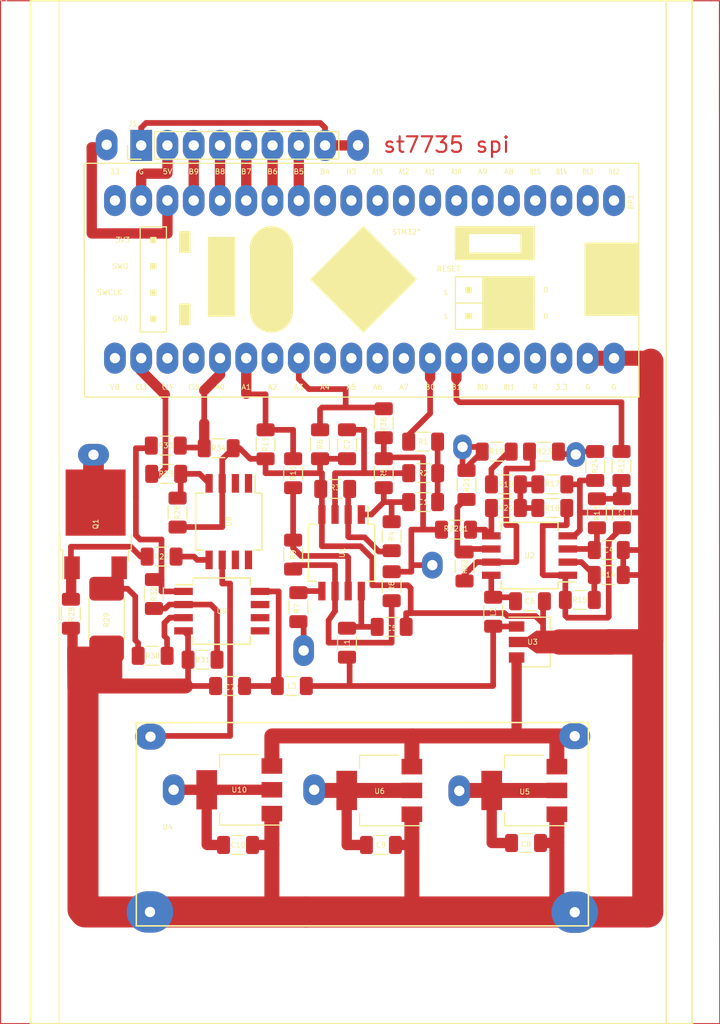
<source format=kicad_pcb>
(kicad_pcb (version 20171130) (host pcbnew 5.1.5+dfsg1-2build1)

  (general
    (thickness 1.6)
    (drawings 10)
    (tracks 385)
    (zones 0)
    (modules 71)
    (nets 79)
  )

  (page A4)
  (layers
    (0 F.Cu signal)
    (31 B.Cu signal)
    (32 B.Adhes user)
    (33 F.Adhes user)
    (34 B.Paste user)
    (35 F.Paste user)
    (36 B.SilkS user)
    (37 F.SilkS user)
    (38 B.Mask user)
    (39 F.Mask user)
    (40 Dwgs.User user)
    (41 Cmts.User user)
    (42 Eco1.User user)
    (43 Eco2.User user)
    (44 Edge.Cuts user)
    (45 Margin user)
    (46 B.CrtYd user)
    (47 F.CrtYd user hide)
    (48 B.Fab user)
    (49 F.Fab user hide)
  )

  (setup
    (last_trace_width 0.45)
    (trace_clearance 0.2)
    (zone_clearance 1)
    (zone_45_only no)
    (trace_min 0.2)
    (via_size 0.8)
    (via_drill 0.4)
    (via_min_size 0.4)
    (via_min_drill 0.3)
    (uvia_size 0.3)
    (uvia_drill 0.1)
    (uvias_allowed no)
    (uvia_min_size 0.2)
    (uvia_min_drill 0.1)
    (edge_width 0.1)
    (segment_width 0.2)
    (pcb_text_width 0.3)
    (pcb_text_size 1.5 1.5)
    (mod_edge_width 0.15)
    (mod_text_size 1 1)
    (mod_text_width 0.15)
    (pad_size 2.1 3)
    (pad_drill 1)
    (pad_to_mask_clearance 0)
    (solder_mask_min_width 0.25)
    (aux_axis_origin 0 0)
    (grid_origin 9.906 9.906)
    (visible_elements FFFFFF7F)
    (pcbplotparams
      (layerselection 0x010fc_ffffffff)
      (usegerberextensions false)
      (usegerberattributes false)
      (usegerberadvancedattributes false)
      (creategerberjobfile false)
      (excludeedgelayer true)
      (linewidth 0.100000)
      (plotframeref false)
      (viasonmask false)
      (mode 1)
      (useauxorigin false)
      (hpglpennumber 1)
      (hpglpenspeed 20)
      (hpglpendiameter 15.000000)
      (psnegative false)
      (psa4output false)
      (plotreference true)
      (plotvalue true)
      (plotinvisibletext false)
      (padsonsilk false)
      (subtractmaskfromsilk false)
      (outputformat 1)
      (mirror false)
      (drillshape 0)
      (scaleselection 1)
      (outputdirectory ""))
  )

  (net 0 "")
  (net 1 GND)
  (net 2 +3V3)
  (net 3 "Net-(C1-Pad1)")
  (net 4 "Net-(C1-Pad2)")
  (net 5 "Net-(C2-Pad2)")
  (net 6 "Net-(R3-Pad2)")
  (net 7 "Net-(R7-Pad2)")
  (net 8 "Net-(R8-Pad2)")
  (net 9 "Net-(R10-Pad1)")
  (net 10 "Net-(C3-Pad1)")
  (net 11 "Net-(C3-Pad2)")
  (net 12 "Net-(C4-Pad2)")
  (net 13 "Net-(Q1-Pad1)")
  (net 14 "Net-(Q1-Pad3)")
  (net 15 "Net-(R14-Pad2)")
  (net 16 "Net-(R16-Pad1)")
  (net 17 "Net-(R18-Pad1)")
  (net 18 "Net-(R20-Pad2)")
  (net 19 "Net-(R21-Pad2)")
  (net 20 "Net-(R22-Pad2)")
  (net 21 "Net-(R25-Pad2)")
  (net 22 "Net-(R27-Pad2)")
  (net 23 "Net-(R30-Pad1)")
  (net 24 "Net-(R31-Pad1)")
  (net 25 "Net-(R32-Pad1)")
  (net 26 "Net-(U8-Pad1)")
  (net 27 "Net-(U8-Pad2)")
  (net 28 "Net-(U8-Pad7)")
  (net 29 "Net-(U8-Pad8)")
  (net 30 +12V)
  (net 31 "Net-(BP1-Pad20)")
  (net 32 "Net-(BP1-Pad21)")
  (net 33 "Net-(BP1-Pad19)")
  (net 34 "Net-(BP1-Pad22)")
  (net 35 "Net-(BP1-Pad23)")
  (net 36 "Net-(BP1-Pad17)")
  (net 37 "Net-(BP1-Pad24)")
  (net 38 "Net-(BP1-Pad16)")
  (net 39 "Net-(BP1-Pad25)")
  (net 40 "Net-(BP1-Pad15)")
  (net 41 "Net-(BP1-Pad26)")
  (net 42 "Net-(BP1-Pad14)")
  (net 43 "Net-(BP1-Pad27)")
  (net 44 "Net-(BP1-Pad13)")
  (net 45 "Net-(BP1-Pad28)")
  (net 46 "Net-(BP1-Pad12)")
  (net 47 "Net-(BP1-Pad29)")
  (net 48 "Net-(BP1-Pad11)")
  (net 49 "Net-(BP1-Pad30)")
  (net 50 "Net-(BP1-Pad10)")
  (net 51 "Net-(BP1-Pad31)")
  (net 52 "Net-(BP1-Pad9)")
  (net 53 "Net-(BP1-Pad32)")
  (net 54 "Net-(BP1-Pad8)")
  (net 55 "Net-(BP1-Pad33)")
  (net 56 "Net-(BP1-Pad7)")
  (net 57 "Net-(BP1-Pad34)")
  (net 58 "Net-(BP1-Pad6)")
  (net 59 "Net-(BP1-Pad35)")
  (net 60 "Net-(BP1-Pad5)")
  (net 61 "Net-(BP1-Pad36)")
  (net 62 "Net-(BP1-Pad4)")
  (net 63 "Net-(BP1-Pad37)")
  (net 64 "Net-(BP1-Pad3)")
  (net 65 "Net-(BP1-Pad38)")
  (net 66 "Net-(BP1-Pad2)")
  (net 67 "Net-(BP1-Pad1)")
  (net 68 "Net-(C6-Pad2)")
  (net 69 "Net-(C5-Pad2)")
  (net 70 "Net-(C7-Pad2)")
  (net 71 "Net-(LSU1-Pad1)")
  (net 72 "Net-(LSU1-Pad2)")
  (net 73 "Net-(LSU1-Pad3)")
  (net 74 "Net-(LSU1-Pad5)")
  (net 75 +5V)
  (net 76 +7.5V)
  (net 77 +5P)
  (net 78 +2V5)

  (net_class Default "Это класс цепей по умолчанию."
    (clearance 0.2)
    (trace_width 0.45)
    (via_dia 0.8)
    (via_drill 0.4)
    (uvia_dia 0.3)
    (uvia_drill 0.1)
    (add_net +12V)
    (add_net +2V5)
    (add_net +3V3)
    (add_net +5P)
    (add_net +5V)
    (add_net +7.5V)
    (add_net GND)
    (add_net "Net-(BP1-Pad1)")
    (add_net "Net-(BP1-Pad10)")
    (add_net "Net-(BP1-Pad11)")
    (add_net "Net-(BP1-Pad12)")
    (add_net "Net-(BP1-Pad13)")
    (add_net "Net-(BP1-Pad14)")
    (add_net "Net-(BP1-Pad15)")
    (add_net "Net-(BP1-Pad16)")
    (add_net "Net-(BP1-Pad17)")
    (add_net "Net-(BP1-Pad19)")
    (add_net "Net-(BP1-Pad2)")
    (add_net "Net-(BP1-Pad20)")
    (add_net "Net-(BP1-Pad21)")
    (add_net "Net-(BP1-Pad22)")
    (add_net "Net-(BP1-Pad23)")
    (add_net "Net-(BP1-Pad24)")
    (add_net "Net-(BP1-Pad25)")
    (add_net "Net-(BP1-Pad26)")
    (add_net "Net-(BP1-Pad27)")
    (add_net "Net-(BP1-Pad28)")
    (add_net "Net-(BP1-Pad29)")
    (add_net "Net-(BP1-Pad3)")
    (add_net "Net-(BP1-Pad30)")
    (add_net "Net-(BP1-Pad31)")
    (add_net "Net-(BP1-Pad32)")
    (add_net "Net-(BP1-Pad33)")
    (add_net "Net-(BP1-Pad34)")
    (add_net "Net-(BP1-Pad35)")
    (add_net "Net-(BP1-Pad36)")
    (add_net "Net-(BP1-Pad37)")
    (add_net "Net-(BP1-Pad38)")
    (add_net "Net-(BP1-Pad4)")
    (add_net "Net-(BP1-Pad5)")
    (add_net "Net-(BP1-Pad6)")
    (add_net "Net-(BP1-Pad7)")
    (add_net "Net-(BP1-Pad8)")
    (add_net "Net-(BP1-Pad9)")
    (add_net "Net-(C1-Pad1)")
    (add_net "Net-(C1-Pad2)")
    (add_net "Net-(C2-Pad2)")
    (add_net "Net-(C3-Pad1)")
    (add_net "Net-(C3-Pad2)")
    (add_net "Net-(C4-Pad2)")
    (add_net "Net-(C5-Pad2)")
    (add_net "Net-(C6-Pad2)")
    (add_net "Net-(C7-Pad2)")
    (add_net "Net-(LSU1-Pad1)")
    (add_net "Net-(LSU1-Pad2)")
    (add_net "Net-(LSU1-Pad3)")
    (add_net "Net-(LSU1-Pad5)")
    (add_net "Net-(Q1-Pad1)")
    (add_net "Net-(Q1-Pad3)")
    (add_net "Net-(R10-Pad1)")
    (add_net "Net-(R14-Pad2)")
    (add_net "Net-(R16-Pad1)")
    (add_net "Net-(R18-Pad1)")
    (add_net "Net-(R20-Pad2)")
    (add_net "Net-(R21-Pad2)")
    (add_net "Net-(R22-Pad2)")
    (add_net "Net-(R25-Pad2)")
    (add_net "Net-(R27-Pad2)")
    (add_net "Net-(R3-Pad2)")
    (add_net "Net-(R30-Pad1)")
    (add_net "Net-(R31-Pad1)")
    (add_net "Net-(R32-Pad1)")
    (add_net "Net-(R7-Pad2)")
    (add_net "Net-(R8-Pad2)")
    (add_net "Net-(U8-Pad1)")
    (add_net "Net-(U8-Pad2)")
    (add_net "Net-(U8-Pad7)")
    (add_net "Net-(U8-Pad8)")
  )

  (module MountingHole:MountingHole_2.2mm_M2_DIN965_Pad (layer F.Cu) (tedit 5E80CB30) (tstamp 5E8106BD)
    (at 122.555 114.173)
    (descr "Mounting Hole 2.2mm, M2, DIN965")
    (tags "mounting hole 2.2mm m2 din965")
    (path /5E70EFF4)
    (attr virtual)
    (fp_text reference J2 (at 0.0508 0) (layer F.SilkS)
      (effects (font (size 0.5 0.5) (thickness 0.075)))
    )
    (fp_text value Conn_01x01_Female (at 0 2.9) (layer F.Fab)
      (effects (font (size 0.5 0.5) (thickness 0.075)))
    )
    (fp_circle (center 0 0) (end 2.15 0) (layer F.CrtYd) (width 0.05))
    (fp_circle (center 0 0) (end 1.9 0) (layer Cmts.User) (width 0.15))
    (fp_text user %R (at 0.3 0) (layer F.Fab)
      (effects (font (size 0.5 0.5) (thickness 0.075)))
    )
    (pad "" thru_hole oval (at 0 0) (size 2.1 3) (drill 1) (layers *.Cu *.Mask)
      (net 78 +2V5))
  )

  (module Resistor_SMD:R_1206_3216Metric (layer F.Cu) (tedit 5B301BBD) (tstamp 5E80B676)
    (at 149.86 89.027 180)
    (descr "Resistor SMD 1206 (3216 Metric), square (rectangular) end terminal, IPC_7351 nominal, (Body size source: http://www.tortai-tech.com/upload/download/2011102023233369053.pdf), generated with kicad-footprint-generator")
    (tags resistor)
    (path /5E78654E)
    (attr smd)
    (fp_text reference R22b1 (at 0 0.092999) (layer F.SilkS)
      (effects (font (size 0.5 0.5) (thickness 0.075)))
    )
    (fp_text value 100k* (at 0 1.82) (layer F.Fab)
      (effects (font (size 0.5 0.5) (thickness 0.075)))
    )
    (fp_line (start -1.6 0.8) (end -1.6 -0.8) (layer F.Fab) (width 0.1))
    (fp_line (start -1.6 -0.8) (end 1.6 -0.8) (layer F.Fab) (width 0.1))
    (fp_line (start 1.6 -0.8) (end 1.6 0.8) (layer F.Fab) (width 0.1))
    (fp_line (start 1.6 0.8) (end -1.6 0.8) (layer F.Fab) (width 0.1))
    (fp_line (start -0.602064 -0.91) (end 0.602064 -0.91) (layer F.SilkS) (width 0.12))
    (fp_line (start -0.602064 0.91) (end 0.602064 0.91) (layer F.SilkS) (width 0.12))
    (fp_line (start -2.28 1.12) (end -2.28 -1.12) (layer F.CrtYd) (width 0.05))
    (fp_line (start -2.28 -1.12) (end 2.28 -1.12) (layer F.CrtYd) (width 0.05))
    (fp_line (start 2.28 -1.12) (end 2.28 1.12) (layer F.CrtYd) (width 0.05))
    (fp_line (start 2.28 1.12) (end -2.28 1.12) (layer F.CrtYd) (width 0.05))
    (fp_text user %R (at 0 0) (layer F.Fab)
      (effects (font (size 0.8 0.8) (thickness 0.12)))
    )
    (pad 1 smd roundrect (at -1.4 0 180) (size 1.25 1.75) (layers F.Cu F.Paste F.Mask) (roundrect_rratio 0.2)
      (net 18 "Net-(R20-Pad2)"))
    (pad 2 smd roundrect (at 1.4 0 180) (size 1.25 1.75) (layers F.Cu F.Paste F.Mask) (roundrect_rratio 0.2)
      (net 73 "Net-(LSU1-Pad3)"))
    (model ${KISYS3DMOD}/Resistor_SMD.3dshapes/R_1206_3216Metric.wrl
      (at (xyz 0 0 0))
      (scale (xyz 1 1 1))
      (rotate (xyz 0 0 0))
    )
  )

  (module Resistor_SMD:R_1206_3216Metric (layer F.Cu) (tedit 5B301BBD) (tstamp 5E80B654)
    (at 142.875 78.737 90)
    (descr "Resistor SMD 1206 (3216 Metric), square (rectangular) end terminal, IPC_7351 nominal, (Body size source: http://www.tortai-tech.com/upload/download/2011102023233369053.pdf), generated with kicad-footprint-generator")
    (tags resistor)
    (path /5E92BD06)
    (attr smd)
    (fp_text reference R36 (at -0.127 0 90) (layer F.SilkS)
      (effects (font (size 0.5 0.5) (thickness 0.075)))
    )
    (fp_text value 22k (at 0 1.82 90) (layer F.Fab)
      (effects (font (size 0.5 0.5) (thickness 0.075)))
    )
    (fp_line (start -1.6 0.8) (end -1.6 -0.8) (layer F.Fab) (width 0.1))
    (fp_line (start -1.6 -0.8) (end 1.6 -0.8) (layer F.Fab) (width 0.1))
    (fp_line (start 1.6 -0.8) (end 1.6 0.8) (layer F.Fab) (width 0.1))
    (fp_line (start 1.6 0.8) (end -1.6 0.8) (layer F.Fab) (width 0.1))
    (fp_line (start -0.602064 -0.91) (end 0.602064 -0.91) (layer F.SilkS) (width 0.12))
    (fp_line (start -0.602064 0.91) (end 0.602064 0.91) (layer F.SilkS) (width 0.12))
    (fp_line (start -2.28 1.12) (end -2.28 -1.12) (layer F.CrtYd) (width 0.05))
    (fp_line (start -2.28 -1.12) (end 2.28 -1.12) (layer F.CrtYd) (width 0.05))
    (fp_line (start 2.28 -1.12) (end 2.28 1.12) (layer F.CrtYd) (width 0.05))
    (fp_line (start 2.28 1.12) (end -2.28 1.12) (layer F.CrtYd) (width 0.05))
    (fp_text user %R (at 0 0 90) (layer F.Fab)
      (effects (font (size 0.8 0.8) (thickness 0.12)))
    )
    (pad 1 smd roundrect (at -1.4 0 90) (size 1.25 1.75) (layers F.Cu F.Paste F.Mask) (roundrect_rratio 0.2)
      (net 73 "Net-(LSU1-Pad3)"))
    (pad 2 smd roundrect (at 1.4 0 90) (size 1.25 1.75) (layers F.Cu F.Paste F.Mask) (roundrect_rratio 0.2)
      (net 45 "Net-(BP1-Pad28)"))
    (model ${KISYS3DMOD}/Resistor_SMD.3dshapes/R_1206_3216Metric.wrl
      (at (xyz 0 0 0))
      (scale (xyz 1 1 1))
      (rotate (xyz 0 0 0))
    )
  )

  (module Resistor_SMD:R_1206_3216Metric (layer F.Cu) (tedit 5B301BBD) (tstamp 5E4FD92E)
    (at 112.6236 97.152 270)
    (descr "Resistor SMD 1206 (3216 Metric), square (rectangular) end terminal, IPC_7351 nominal, (Body size source: http://www.tortai-tech.com/upload/download/2011102023233369053.pdf), generated with kicad-footprint-generator")
    (tags resistor)
    (path /5E573D99)
    (attr smd)
    (fp_text reference R28 (at 0.0635 -0.0635 90) (layer F.SilkS)
      (effects (font (size 0.5 0.5) (thickness 0.075)))
    )
    (fp_text value 22k (at 0 1.82 90) (layer F.Fab)
      (effects (font (size 0.5 0.5) (thickness 0.075)))
    )
    (fp_line (start -1.6 0.8) (end -1.6 -0.8) (layer F.Fab) (width 0.1))
    (fp_line (start -1.6 -0.8) (end 1.6 -0.8) (layer F.Fab) (width 0.1))
    (fp_line (start 1.6 -0.8) (end 1.6 0.8) (layer F.Fab) (width 0.1))
    (fp_line (start 1.6 0.8) (end -1.6 0.8) (layer F.Fab) (width 0.1))
    (fp_line (start -0.602064 -0.91) (end 0.602064 -0.91) (layer F.SilkS) (width 0.12))
    (fp_line (start -0.602064 0.91) (end 0.602064 0.91) (layer F.SilkS) (width 0.12))
    (fp_line (start -2.28 1.12) (end -2.28 -1.12) (layer F.CrtYd) (width 0.05))
    (fp_line (start -2.28 -1.12) (end 2.28 -1.12) (layer F.CrtYd) (width 0.05))
    (fp_line (start 2.28 -1.12) (end 2.28 1.12) (layer F.CrtYd) (width 0.05))
    (fp_line (start 2.28 1.12) (end -2.28 1.12) (layer F.CrtYd) (width 0.05))
    (fp_text user %R (at 0 0 90) (layer F.Fab)
      (effects (font (size 0.8 0.8) (thickness 0.12)))
    )
    (pad 1 smd roundrect (at -1.4 0 270) (size 1.25 1.75) (layers F.Cu F.Paste F.Mask) (roundrect_rratio 0.2)
      (net 13 "Net-(Q1-Pad1)"))
    (pad 2 smd roundrect (at 1.4 0 270) (size 1.25 1.75) (layers F.Cu F.Paste F.Mask) (roundrect_rratio 0.2)
      (net 1 GND))
    (model ${KISYS3DMOD}/Resistor_SMD.3dshapes/R_1206_3216Metric.wrl
      (at (xyz 0 0 0))
      (scale (xyz 1 1 1))
      (rotate (xyz 0 0 0))
    )
  )

  (module Resistor_SMD:R_1206_3216Metric (layer F.Cu) (tedit 5B301BBD) (tstamp 5E4FCFD4)
    (at 142.5986 119.507 180)
    (descr "Resistor SMD 1206 (3216 Metric), square (rectangular) end terminal, IPC_7351 nominal, (Body size source: http://www.tortai-tech.com/upload/download/2011102023233369053.pdf), generated with kicad-footprint-generator")
    (tags resistor)
    (path /5E9A15F7)
    (attr smd)
    (fp_text reference C9 (at 0 0) (layer F.SilkS)
      (effects (font (size 0.5 0.5) (thickness 0.075)))
    )
    (fp_text value 1uF (at 0 1.82) (layer F.Fab)
      (effects (font (size 0.5 0.5) (thickness 0.075)))
    )
    (fp_line (start -1.6 0.8) (end -1.6 -0.8) (layer F.Fab) (width 0.1))
    (fp_line (start -1.6 -0.8) (end 1.6 -0.8) (layer F.Fab) (width 0.1))
    (fp_line (start 1.6 -0.8) (end 1.6 0.8) (layer F.Fab) (width 0.1))
    (fp_line (start 1.6 0.8) (end -1.6 0.8) (layer F.Fab) (width 0.1))
    (fp_line (start -0.602064 -0.91) (end 0.602064 -0.91) (layer F.SilkS) (width 0.12))
    (fp_line (start -0.602064 0.91) (end 0.602064 0.91) (layer F.SilkS) (width 0.12))
    (fp_line (start -2.28 1.12) (end -2.28 -1.12) (layer F.CrtYd) (width 0.05))
    (fp_line (start -2.28 -1.12) (end 2.28 -1.12) (layer F.CrtYd) (width 0.05))
    (fp_line (start 2.28 -1.12) (end 2.28 1.12) (layer F.CrtYd) (width 0.05))
    (fp_line (start 2.28 1.12) (end -2.28 1.12) (layer F.CrtYd) (width 0.05))
    (fp_text user %R (at 0 0) (layer F.Fab)
      (effects (font (size 0.8 0.8) (thickness 0.12)))
    )
    (pad 1 smd roundrect (at -1.4 0 180) (size 1.25 1.75) (layers F.Cu F.Paste F.Mask) (roundrect_rratio 0.2)
      (net 1 GND))
    (pad 2 smd roundrect (at 1.4 0 180) (size 1.25 1.75) (layers F.Cu F.Paste F.Mask) (roundrect_rratio 0.2)
      (net 75 +5V))
    (model ${KISYS3DMOD}/Resistor_SMD.3dshapes/R_1206_3216Metric.wrl
      (at (xyz 0 0 0))
      (scale (xyz 1 1 1))
      (rotate (xyz 0 0 0))
    )
  )

  (module Resistor_SMD:R_1206_3216Metric (layer F.Cu) (tedit 5B301BBD) (tstamp 5E4FCFC3)
    (at 156.6321 119.3165 180)
    (descr "Resistor SMD 1206 (3216 Metric), square (rectangular) end terminal, IPC_7351 nominal, (Body size source: http://www.tortai-tech.com/upload/download/2011102023233369053.pdf), generated with kicad-footprint-generator")
    (tags resistor)
    (path /5E9A3D0F)
    (attr smd)
    (fp_text reference C8 (at 0.003 -0.127) (layer F.SilkS)
      (effects (font (size 0.5 0.5) (thickness 0.075)))
    )
    (fp_text value 1uF (at 0 1.82) (layer F.Fab)
      (effects (font (size 0.5 0.5) (thickness 0.075)))
    )
    (fp_line (start -1.6 0.8) (end -1.6 -0.8) (layer F.Fab) (width 0.1))
    (fp_line (start -1.6 -0.8) (end 1.6 -0.8) (layer F.Fab) (width 0.1))
    (fp_line (start 1.6 -0.8) (end 1.6 0.8) (layer F.Fab) (width 0.1))
    (fp_line (start 1.6 0.8) (end -1.6 0.8) (layer F.Fab) (width 0.1))
    (fp_line (start -0.602064 -0.91) (end 0.602064 -0.91) (layer F.SilkS) (width 0.12))
    (fp_line (start -0.602064 0.91) (end 0.602064 0.91) (layer F.SilkS) (width 0.12))
    (fp_line (start -2.28 1.12) (end -2.28 -1.12) (layer F.CrtYd) (width 0.05))
    (fp_line (start -2.28 -1.12) (end 2.28 -1.12) (layer F.CrtYd) (width 0.05))
    (fp_line (start 2.28 -1.12) (end 2.28 1.12) (layer F.CrtYd) (width 0.05))
    (fp_line (start 2.28 1.12) (end -2.28 1.12) (layer F.CrtYd) (width 0.05))
    (fp_text user %R (at 0 0) (layer F.Fab)
      (effects (font (size 0.8 0.8) (thickness 0.12)))
    )
    (pad 1 smd roundrect (at -1.4 0 180) (size 1.25 1.75) (layers F.Cu F.Paste F.Mask) (roundrect_rratio 0.2)
      (net 1 GND))
    (pad 2 smd roundrect (at 1.4 0 180) (size 1.25 1.75) (layers F.Cu F.Paste F.Mask) (roundrect_rratio 0.2)
      (net 2 +3V3))
    (model ${KISYS3DMOD}/Resistor_SMD.3dshapes/R_1206_3216Metric.wrl
      (at (xyz 0 0 0))
      (scale (xyz 1 1 1))
      (rotate (xyz 0 0 0))
    )
  )

  (module Package_TO_SOT_SMD:SOT-223-3_TabPin2 (layer F.Cu) (tedit 5A02FF57) (tstamp 5E4FB630)
    (at 142.4436 114.2365 180)
    (descr "module CMS SOT223 4 pins")
    (tags "CMS SOT")
    (path /5E75BC26)
    (attr smd)
    (fp_text reference U6 (at -0.025 -0.0635) (layer F.SilkS)
      (effects (font (size 0.5 0.5) (thickness 0.075)))
    )
    (fp_text value AMS1117-5.0 (at 0 4.5) (layer F.Fab)
      (effects (font (size 0.5 0.5) (thickness 0.075)))
    )
    (fp_text user %R (at 0 0 90) (layer F.Fab)
      (effects (font (size 0.8 0.8) (thickness 0.12)))
    )
    (fp_line (start 1.91 3.41) (end 1.91 2.15) (layer F.SilkS) (width 0.12))
    (fp_line (start 1.91 -3.41) (end 1.91 -2.15) (layer F.SilkS) (width 0.12))
    (fp_line (start 4.4 -3.6) (end -4.4 -3.6) (layer F.CrtYd) (width 0.05))
    (fp_line (start 4.4 3.6) (end 4.4 -3.6) (layer F.CrtYd) (width 0.05))
    (fp_line (start -4.4 3.6) (end 4.4 3.6) (layer F.CrtYd) (width 0.05))
    (fp_line (start -4.4 -3.6) (end -4.4 3.6) (layer F.CrtYd) (width 0.05))
    (fp_line (start -1.85 -2.35) (end -0.85 -3.35) (layer F.Fab) (width 0.1))
    (fp_line (start -1.85 -2.35) (end -1.85 3.35) (layer F.Fab) (width 0.1))
    (fp_line (start -1.85 3.41) (end 1.91 3.41) (layer F.SilkS) (width 0.12))
    (fp_line (start -0.85 -3.35) (end 1.85 -3.35) (layer F.Fab) (width 0.1))
    (fp_line (start -4.1 -3.41) (end 1.91 -3.41) (layer F.SilkS) (width 0.12))
    (fp_line (start -1.85 3.35) (end 1.85 3.35) (layer F.Fab) (width 0.1))
    (fp_line (start 1.85 -3.35) (end 1.85 3.35) (layer F.Fab) (width 0.1))
    (pad 2 smd rect (at 3.15 0 180) (size 2 3.8) (layers F.Cu F.Paste F.Mask)
      (net 75 +5V))
    (pad 2 smd rect (at -3.15 0 180) (size 2 1.5) (layers F.Cu F.Paste F.Mask)
      (net 75 +5V))
    (pad 3 smd rect (at -3.15 2.3 180) (size 2 1.5) (layers F.Cu F.Paste F.Mask)
      (net 76 +7.5V))
    (pad 1 smd rect (at -3.15 -2.3 180) (size 2 1.5) (layers F.Cu F.Paste F.Mask)
      (net 1 GND))
    (model ${KISYS3DMOD}/Package_TO_SOT_SMD.3dshapes/SOT-223.wrl
      (at (xyz 0 0 0))
      (scale (xyz 1 1 1))
      (rotate (xyz 0 0 0))
    )
  )

  (module Package_TO_SOT_SMD:SOT-223-3_TabPin2 (layer F.Cu) (tedit 5A02FF57) (tstamp 5E4FA6B8)
    (at 156.4636 114.2365 180)
    (descr "module CMS SOT223 4 pins")
    (tags "CMS SOT")
    (path /5E50A3BE)
    (attr smd)
    (fp_text reference U5 (at -0.0385 -0.127) (layer F.SilkS)
      (effects (font (size 0.5 0.5) (thickness 0.075)))
    )
    (fp_text value AMS1117-3.3 (at 0 4.5) (layer F.Fab)
      (effects (font (size 0.5 0.5) (thickness 0.075)))
    )
    (fp_text user %R (at 0 0 90) (layer F.Fab)
      (effects (font (size 0.8 0.8) (thickness 0.12)))
    )
    (fp_line (start 1.91 3.41) (end 1.91 2.15) (layer F.SilkS) (width 0.12))
    (fp_line (start 1.91 -3.41) (end 1.91 -2.15) (layer F.SilkS) (width 0.12))
    (fp_line (start 4.4 -3.6) (end -4.4 -3.6) (layer F.CrtYd) (width 0.05))
    (fp_line (start 4.4 3.6) (end 4.4 -3.6) (layer F.CrtYd) (width 0.05))
    (fp_line (start -4.4 3.6) (end 4.4 3.6) (layer F.CrtYd) (width 0.05))
    (fp_line (start -4.4 -3.6) (end -4.4 3.6) (layer F.CrtYd) (width 0.05))
    (fp_line (start -1.85 -2.35) (end -0.85 -3.35) (layer F.Fab) (width 0.1))
    (fp_line (start -1.85 -2.35) (end -1.85 3.35) (layer F.Fab) (width 0.1))
    (fp_line (start -1.85 3.41) (end 1.91 3.41) (layer F.SilkS) (width 0.12))
    (fp_line (start -0.85 -3.35) (end 1.85 -3.35) (layer F.Fab) (width 0.1))
    (fp_line (start -4.1 -3.41) (end 1.91 -3.41) (layer F.SilkS) (width 0.12))
    (fp_line (start -1.85 3.35) (end 1.85 3.35) (layer F.Fab) (width 0.1))
    (fp_line (start 1.85 -3.35) (end 1.85 3.35) (layer F.Fab) (width 0.1))
    (pad 2 smd rect (at 3.15 0 180) (size 2 3.8) (layers F.Cu F.Paste F.Mask)
      (net 2 +3V3))
    (pad 2 smd rect (at -3.15 0 180) (size 2 1.5) (layers F.Cu F.Paste F.Mask)
      (net 2 +3V3))
    (pad 3 smd rect (at -3.15 2.3 180) (size 2 1.5) (layers F.Cu F.Paste F.Mask)
      (net 76 +7.5V))
    (pad 1 smd rect (at -3.15 -2.3 180) (size 2 1.5) (layers F.Cu F.Paste F.Mask)
      (net 1 GND))
    (model ${KISYS3DMOD}/Package_TO_SOT_SMD.3dshapes/SOT-223.wrl
      (at (xyz 0 0 0))
      (scale (xyz 1 1 1))
      (rotate (xyz 0 0 0))
    )
  )

  (module Connector_PinHeader_2.54mm:PinHeader_1x08_P2.54mm_Vertical (layer F.Cu) (tedit 5E527E06) (tstamp 5E4F12FF)
    (at 119.4181 51.8795 90)
    (descr "Through hole straight pin header, 1x08, 2.54mm pitch, single row")
    (tags "Through hole pin header THT 1x08 2.54mm single row")
    (path /5E66B460)
    (fp_text reference J1 (at 2.0955 -0.8001 180) (layer F.SilkS)
      (effects (font (size 0.5 0.5) (thickness 0.075)))
    )
    (fp_text value Conn_01x08_Male (at 0 20.11 90) (layer F.Fab)
      (effects (font (size 0.5 0.5) (thickness 0.075)))
    )
    (fp_line (start -0.635 -1.27) (end 1.27 -1.27) (layer F.Fab) (width 0.1))
    (fp_line (start 1.27 -1.27) (end 1.27 19.05) (layer F.Fab) (width 0.1))
    (fp_line (start 1.27 19.05) (end -1.27 19.05) (layer F.Fab) (width 0.1))
    (fp_line (start -1.27 19.05) (end -1.27 -0.635) (layer F.Fab) (width 0.1))
    (fp_line (start -1.27 -0.635) (end -0.635 -1.27) (layer F.Fab) (width 0.1))
    (fp_line (start -1.33 19.11) (end 1.33 19.11) (layer F.SilkS) (width 0.12))
    (fp_line (start -1.33 1.27) (end -1.33 19.11) (layer F.SilkS) (width 0.12))
    (fp_line (start 1.33 1.27) (end 1.33 19.11) (layer F.SilkS) (width 0.12))
    (fp_line (start -1.33 1.27) (end 1.33 1.27) (layer F.SilkS) (width 0.12))
    (fp_line (start -1.33 0) (end -1.33 -1.33) (layer F.SilkS) (width 0.12))
    (fp_line (start -1.33 -1.33) (end 0 -1.33) (layer F.SilkS) (width 0.12))
    (fp_line (start -1.8 -1.8) (end -1.8 19.55) (layer F.CrtYd) (width 0.05))
    (fp_line (start -1.8 19.55) (end 1.8 19.55) (layer F.CrtYd) (width 0.05))
    (fp_line (start 1.8 19.55) (end 1.8 -1.8) (layer F.CrtYd) (width 0.05))
    (fp_line (start 1.8 -1.8) (end -1.8 -1.8) (layer F.CrtYd) (width 0.05))
    (fp_text user %R (at 0 8.89) (layer F.Fab)
      (effects (font (size 0.5 0.5) (thickness 0.075)))
    )
    (pad 1 thru_hole rect (at 0 0 90) (size 3 2.1) (drill 1) (layers *.Cu *.Mask)
      (net 2 +3V3))
    (pad 2 thru_hole oval (at 0 2.54 90) (size 3 2.1) (drill 1) (layers *.Cu *.Mask)
      (net 33 "Net-(BP1-Pad19)"))
    (pad 3 thru_hole oval (at 0 5.08 90) (size 3 2.1) (drill 1) (layers *.Cu *.Mask)
      (net 36 "Net-(BP1-Pad17)"))
    (pad 4 thru_hole oval (at 0 7.62 90) (size 3 2.1) (drill 1) (layers *.Cu *.Mask)
      (net 38 "Net-(BP1-Pad16)"))
    (pad 5 thru_hole oval (at 0 10.16 90) (size 3 2.1) (drill 1) (layers *.Cu *.Mask)
      (net 40 "Net-(BP1-Pad15)"))
    (pad 6 thru_hole oval (at 0 12.7 90) (size 3 2.1) (drill 1) (layers *.Cu *.Mask)
      (net 42 "Net-(BP1-Pad14)"))
    (pad 7 thru_hole oval (at 0 15.24 90) (size 3 2.1) (drill 1) (layers *.Cu *.Mask)
      (net 44 "Net-(BP1-Pad13)"))
    (pad 8 thru_hole oval (at 0 17.78 90) (size 3 2.1) (drill 1) (layers *.Cu *.Mask)
      (net 2 +3V3))
    (model ${KISYS3DMOD}/Connector_PinHeader_2.54mm.3dshapes/PinHeader_1x08_P2.54mm_Vertical.wrl
      (at (xyz 0 0 0))
      (scale (xyz 1 1 1))
      (rotate (xyz 0 0 0))
    )
  )

  (module Package_TO_SOT_SMD:SOT-89-3 (layer F.Cu) (tedit 5A02FF57) (tstamp 5E4EC2D5)
    (at 157.2006 99.8855)
    (descr SOT-89-3)
    (tags SOT-89-3)
    (path /5E71C677)
    (attr smd)
    (fp_text reference U3 (at 0.0635 0) (layer F.SilkS)
      (effects (font (size 0.5 0.5) (thickness 0.075)))
    )
    (fp_text value L78L05_SOT89 (at 0.45 3.25) (layer F.Fab)
      (effects (font (size 0.5 0.5) (thickness 0.075)))
    )
    (fp_text user %R (at 0.38 0 90) (layer F.Fab)
      (effects (font (size 0.6 0.6) (thickness 0.09)))
    )
    (fp_line (start 1.78 1.2) (end 1.78 2.4) (layer F.SilkS) (width 0.12))
    (fp_line (start 1.78 2.4) (end -0.92 2.4) (layer F.SilkS) (width 0.12))
    (fp_line (start -2.22 -2.4) (end 1.78 -2.4) (layer F.SilkS) (width 0.12))
    (fp_line (start 1.78 -2.4) (end 1.78 -1.2) (layer F.SilkS) (width 0.12))
    (fp_line (start -0.92 -1.51) (end -0.13 -2.3) (layer F.Fab) (width 0.1))
    (fp_line (start 1.68 -2.3) (end 1.68 2.3) (layer F.Fab) (width 0.1))
    (fp_line (start 1.68 2.3) (end -0.92 2.3) (layer F.Fab) (width 0.1))
    (fp_line (start -0.92 2.3) (end -0.92 -1.51) (layer F.Fab) (width 0.1))
    (fp_line (start -0.13 -2.3) (end 1.68 -2.3) (layer F.Fab) (width 0.1))
    (fp_line (start 3.23 -2.55) (end 3.23 2.55) (layer F.CrtYd) (width 0.05))
    (fp_line (start 3.23 -2.55) (end -2.48 -2.55) (layer F.CrtYd) (width 0.05))
    (fp_line (start -2.48 2.55) (end 3.23 2.55) (layer F.CrtYd) (width 0.05))
    (fp_line (start -2.48 2.55) (end -2.48 -2.55) (layer F.CrtYd) (width 0.05))
    (pad 2 smd trapezoid (at 2.667 0 270) (size 1.6 0.85) (rect_delta 0 0.6 ) (layers F.Cu F.Paste F.Mask)
      (net 1 GND))
    (pad 1 smd rect (at -1.48 -1.5 270) (size 1 1.5) (layers F.Cu F.Paste F.Mask)
      (net 77 +5P))
    (pad 2 smd rect (at -1.3335 0 270) (size 1 1.8) (layers F.Cu F.Paste F.Mask)
      (net 1 GND))
    (pad 3 smd rect (at -1.48 1.5 270) (size 1 1.5) (layers F.Cu F.Paste F.Mask)
      (net 76 +7.5V))
    (pad 2 smd rect (at 1.3335 0 270) (size 2.2 1.84) (layers F.Cu F.Paste F.Mask)
      (net 1 GND))
    (pad 2 smd trapezoid (at -0.0762 0 90) (size 1.5 1) (rect_delta 0 0.7 ) (layers F.Cu F.Paste F.Mask)
      (net 1 GND))
    (model ${KISYS3DMOD}/Package_TO_SOT_SMD.3dshapes/SOT-89-3.wrl
      (at (xyz 0 0 0))
      (scale (xyz 1 1 1))
      (rotate (xyz 0 0 0))
    )
  )

  (module Inductor_SMD:L_1206_3216Metric (layer F.Cu) (tedit 5B301BBE) (tstamp 5E4EBDDF)
    (at 133.985 104.14 180)
    (descr "Inductor SMD 1206 (3216 Metric), square (rectangular) end terminal, IPC_7351 nominal, (Body size source: http://www.tortai-tech.com/upload/download/2011102023233369053.pdf), generated with kicad-footprint-generator")
    (tags inductor)
    (path /5E5F63F5)
    (attr smd)
    (fp_text reference L3 (at 0 0) (layer F.SilkS)
      (effects (font (size 0.5 0.5) (thickness 0.075)))
    )
    (fp_text value 10uG (at 0 1.82) (layer F.Fab)
      (effects (font (size 0.5 0.5) (thickness 0.075)))
    )
    (fp_text user %R (at 0 0) (layer F.Fab)
      (effects (font (size 0.8 0.8) (thickness 0.12)))
    )
    (fp_line (start 2.28 1.12) (end -2.28 1.12) (layer F.CrtYd) (width 0.05))
    (fp_line (start 2.28 -1.12) (end 2.28 1.12) (layer F.CrtYd) (width 0.05))
    (fp_line (start -2.28 -1.12) (end 2.28 -1.12) (layer F.CrtYd) (width 0.05))
    (fp_line (start -2.28 1.12) (end -2.28 -1.12) (layer F.CrtYd) (width 0.05))
    (fp_line (start -0.602064 0.91) (end 0.602064 0.91) (layer F.SilkS) (width 0.12))
    (fp_line (start -0.602064 -0.91) (end 0.602064 -0.91) (layer F.SilkS) (width 0.12))
    (fp_line (start 1.6 0.8) (end -1.6 0.8) (layer F.Fab) (width 0.1))
    (fp_line (start 1.6 -0.8) (end 1.6 0.8) (layer F.Fab) (width 0.1))
    (fp_line (start -1.6 -0.8) (end 1.6 -0.8) (layer F.Fab) (width 0.1))
    (fp_line (start -1.6 0.8) (end -1.6 -0.8) (layer F.Fab) (width 0.1))
    (pad 2 smd roundrect (at 1.4 0 180) (size 1.25 1.75) (layers F.Cu F.Paste F.Mask) (roundrect_rratio 0.2)
      (net 70 "Net-(C7-Pad2)"))
    (pad 1 smd roundrect (at -1.4 0 180) (size 1.25 1.75) (layers F.Cu F.Paste F.Mask) (roundrect_rratio 0.2)
      (net 77 +5P))
    (model ${KISYS3DMOD}/Inductor_SMD.3dshapes/L_1206_3216Metric.wrl
      (at (xyz 0 0 0))
      (scale (xyz 1 1 1))
      (rotate (xyz 0 0 0))
    )
  )

  (module Inductor_SMD:L_1206_3216Metric (layer F.Cu) (tedit 5B301BBE) (tstamp 5E4EBDCE)
    (at 153.4541 96.9615 90)
    (descr "Inductor SMD 1206 (3216 Metric), square (rectangular) end terminal, IPC_7351 nominal, (Body size source: http://www.tortai-tech.com/upload/download/2011102023233369053.pdf), generated with kicad-footprint-generator")
    (tags inductor)
    (path /5E5F5FCA)
    (attr smd)
    (fp_text reference L2 (at 0 0 90) (layer F.SilkS)
      (effects (font (size 0.5 0.5) (thickness 0.075)))
    )
    (fp_text value 10uG (at 0 1.82 90) (layer F.Fab)
      (effects (font (size 0.5 0.5) (thickness 0.075)))
    )
    (fp_line (start -1.6 0.8) (end -1.6 -0.8) (layer F.Fab) (width 0.1))
    (fp_line (start -1.6 -0.8) (end 1.6 -0.8) (layer F.Fab) (width 0.1))
    (fp_line (start 1.6 -0.8) (end 1.6 0.8) (layer F.Fab) (width 0.1))
    (fp_line (start 1.6 0.8) (end -1.6 0.8) (layer F.Fab) (width 0.1))
    (fp_line (start -0.602064 -0.91) (end 0.602064 -0.91) (layer F.SilkS) (width 0.12))
    (fp_line (start -0.602064 0.91) (end 0.602064 0.91) (layer F.SilkS) (width 0.12))
    (fp_line (start -2.28 1.12) (end -2.28 -1.12) (layer F.CrtYd) (width 0.05))
    (fp_line (start -2.28 -1.12) (end 2.28 -1.12) (layer F.CrtYd) (width 0.05))
    (fp_line (start 2.28 -1.12) (end 2.28 1.12) (layer F.CrtYd) (width 0.05))
    (fp_line (start 2.28 1.12) (end -2.28 1.12) (layer F.CrtYd) (width 0.05))
    (fp_text user %R (at 0 0 90) (layer F.Fab)
      (effects (font (size 0.8 0.8) (thickness 0.12)))
    )
    (pad 1 smd roundrect (at -1.4 0 90) (size 1.25 1.75) (layers F.Cu F.Paste F.Mask) (roundrect_rratio 0.2)
      (net 77 +5P))
    (pad 2 smd roundrect (at 1.4 0 90) (size 1.25 1.75) (layers F.Cu F.Paste F.Mask) (roundrect_rratio 0.2)
      (net 68 "Net-(C6-Pad2)"))
    (model ${KISYS3DMOD}/Inductor_SMD.3dshapes/L_1206_3216Metric.wrl
      (at (xyz 0 0 0))
      (scale (xyz 1 1 1))
      (rotate (xyz 0 0 0))
    )
  )

  (module Inductor_SMD:L_1206_3216Metric (layer F.Cu) (tedit 5B301BBE) (tstamp 5E4EBDBD)
    (at 139.319 99.952 90)
    (descr "Inductor SMD 1206 (3216 Metric), square (rectangular) end terminal, IPC_7351 nominal, (Body size source: http://www.tortai-tech.com/upload/download/2011102023233369053.pdf), generated with kicad-footprint-generator")
    (tags inductor)
    (path /5E5A5A7B)
    (attr smd)
    (fp_text reference L1 (at -0.124 0 90) (layer F.SilkS)
      (effects (font (size 0.5 0.5) (thickness 0.075)))
    )
    (fp_text value 10uG (at 0 1.82 90) (layer F.Fab)
      (effects (font (size 0.5 0.5) (thickness 0.075)))
    )
    (fp_text user %R (at 0 0 90) (layer F.Fab)
      (effects (font (size 0.8 0.8) (thickness 0.12)))
    )
    (fp_line (start 2.28 1.12) (end -2.28 1.12) (layer F.CrtYd) (width 0.05))
    (fp_line (start 2.28 -1.12) (end 2.28 1.12) (layer F.CrtYd) (width 0.05))
    (fp_line (start -2.28 -1.12) (end 2.28 -1.12) (layer F.CrtYd) (width 0.05))
    (fp_line (start -2.28 1.12) (end -2.28 -1.12) (layer F.CrtYd) (width 0.05))
    (fp_line (start -0.602064 0.91) (end 0.602064 0.91) (layer F.SilkS) (width 0.12))
    (fp_line (start -0.602064 -0.91) (end 0.602064 -0.91) (layer F.SilkS) (width 0.12))
    (fp_line (start 1.6 0.8) (end -1.6 0.8) (layer F.Fab) (width 0.1))
    (fp_line (start 1.6 -0.8) (end 1.6 0.8) (layer F.Fab) (width 0.1))
    (fp_line (start -1.6 -0.8) (end 1.6 -0.8) (layer F.Fab) (width 0.1))
    (fp_line (start -1.6 0.8) (end -1.6 -0.8) (layer F.Fab) (width 0.1))
    (pad 2 smd roundrect (at 1.4 0 90) (size 1.25 1.75) (layers F.Cu F.Paste F.Mask) (roundrect_rratio 0.2)
      (net 69 "Net-(C5-Pad2)"))
    (pad 1 smd roundrect (at -1.4 0 90) (size 1.25 1.75) (layers F.Cu F.Paste F.Mask) (roundrect_rratio 0.2)
      (net 77 +5P))
    (model ${KISYS3DMOD}/Inductor_SMD.3dshapes/L_1206_3216Metric.wrl
      (at (xyz 0 0 0))
      (scale (xyz 1 1 1))
      (rotate (xyz 0 0 0))
    )
  )

  (module Package_SO:SO-8_5.3x6.2mm_P1.27mm (layer F.Cu) (tedit 5A02F2D3) (tstamp 5E4DD44D)
    (at 138.7983 91.2622 270)
    (descr "8-Lead Plastic Small Outline, 5.3x6.2mm Body (http://www.ti.com.cn/cn/lit/ds/symlink/tl7705a.pdf)")
    (tags "SOIC 1.27")
    (path /5E888D4C)
    (attr smd)
    (fp_text reference U1 (at -0.0127 -0.0508 90) (layer F.SilkS)
      (effects (font (size 0.5 0.5) (thickness 0.075)))
    )
    (fp_text value MCP602 (at 0 4.13 90) (layer F.Fab)
      (effects (font (size 0.5 0.5) (thickness 0.075)))
    )
    (fp_text user %R (at 0 0 90) (layer F.Fab)
      (effects (font (size 0.5 0.5) (thickness 0.075)))
    )
    (fp_line (start -1.65 -3.1) (end 2.65 -3.1) (layer F.Fab) (width 0.15))
    (fp_line (start 2.65 -3.1) (end 2.65 3.1) (layer F.Fab) (width 0.15))
    (fp_line (start 2.65 3.1) (end -2.65 3.1) (layer F.Fab) (width 0.15))
    (fp_line (start -2.65 3.1) (end -2.65 -2.1) (layer F.Fab) (width 0.15))
    (fp_line (start -2.65 -2.1) (end -1.65 -3.1) (layer F.Fab) (width 0.15))
    (fp_line (start -4.83 -3.35) (end -4.83 3.35) (layer F.CrtYd) (width 0.05))
    (fp_line (start 4.83 -3.35) (end 4.83 3.35) (layer F.CrtYd) (width 0.05))
    (fp_line (start -4.83 -3.35) (end 4.83 -3.35) (layer F.CrtYd) (width 0.05))
    (fp_line (start -4.83 3.35) (end 4.83 3.35) (layer F.CrtYd) (width 0.05))
    (fp_line (start -2.75 -3.205) (end -2.75 -2.55) (layer F.SilkS) (width 0.15))
    (fp_line (start 2.75 -3.205) (end 2.75 -2.455) (layer F.SilkS) (width 0.15))
    (fp_line (start 2.75 3.205) (end 2.75 2.455) (layer F.SilkS) (width 0.15))
    (fp_line (start -2.75 3.205) (end -2.75 2.455) (layer F.SilkS) (width 0.15))
    (fp_line (start -2.75 -3.205) (end 2.75 -3.205) (layer F.SilkS) (width 0.15))
    (fp_line (start -2.75 3.205) (end 2.75 3.205) (layer F.SilkS) (width 0.15))
    (fp_line (start -2.75 -2.55) (end -4.5 -2.55) (layer F.SilkS) (width 0.15))
    (pad 1 smd rect (at -3.7 -1.905 270) (size 1.8 0.7) (layers F.Cu F.Paste F.Mask)
      (net 3 "Net-(C1-Pad1)"))
    (pad 2 smd rect (at -3.7 -0.635 270) (size 1.8 0.7) (layers F.Cu F.Paste F.Mask)
      (net 6 "Net-(R3-Pad2)"))
    (pad 3 smd rect (at -3.7 0.635 270) (size 1.8 0.7) (layers F.Cu F.Paste F.Mask)
      (net 5 "Net-(C2-Pad2)"))
    (pad 4 smd rect (at -3.7 1.905 270) (size 1.8 0.7) (layers F.Cu F.Paste F.Mask)
      (net 1 GND))
    (pad 5 smd rect (at 3.7 1.905 270) (size 1.8 0.7) (layers F.Cu F.Paste F.Mask)
      (net 7 "Net-(R7-Pad2)"))
    (pad 6 smd rect (at 3.7 0.635 270) (size 1.8 0.7) (layers F.Cu F.Paste F.Mask)
      (net 8 "Net-(R8-Pad2)"))
    (pad 7 smd rect (at 3.7 -0.635 270) (size 1.8 0.7) (layers F.Cu F.Paste F.Mask)
      (net 9 "Net-(R10-Pad1)"))
    (pad 8 smd rect (at 3.7 -1.905 270) (size 1.8 0.7) (layers F.Cu F.Paste F.Mask)
      (net 69 "Net-(C5-Pad2)"))
    (model ${KISYS3DMOD}/Package_SO.3dshapes/SO-8_5.3x6.2mm_P1.27mm.wrl
      (at (xyz 0 0 0))
      (scale (xyz 1 1 1))
      (rotate (xyz 0 0 0))
    )
  )

  (module Package_SO:SO-8_5.3x6.2mm_P1.27mm (layer F.Cu) (tedit 5A02F2D3) (tstamp 5E4E7CBE)
    (at 127.2116 96.901)
    (descr "8-Lead Plastic Small Outline, 5.3x6.2mm Body (http://www.ti.com.cn/cn/lit/ds/symlink/tl7705a.pdf)")
    (tags "SOIC 1.27")
    (path /5E888D4D)
    (attr smd)
    (fp_text reference U9 (at 0 0) (layer F.SilkS)
      (effects (font (size 0.5 0.5) (thickness 0.075)))
    )
    (fp_text value MCP602 (at 0 4.13) (layer F.Fab)
      (effects (font (size 0.5 0.5) (thickness 0.075)))
    )
    (fp_text user %R (at 0 0) (layer F.Fab)
      (effects (font (size 0.5 0.5) (thickness 0.075)))
    )
    (fp_line (start -1.65 -3.1) (end 2.65 -3.1) (layer F.Fab) (width 0.15))
    (fp_line (start 2.65 -3.1) (end 2.65 3.1) (layer F.Fab) (width 0.15))
    (fp_line (start 2.65 3.1) (end -2.65 3.1) (layer F.Fab) (width 0.15))
    (fp_line (start -2.65 3.1) (end -2.65 -2.1) (layer F.Fab) (width 0.15))
    (fp_line (start -2.65 -2.1) (end -1.65 -3.1) (layer F.Fab) (width 0.15))
    (fp_line (start -4.83 -3.35) (end -4.83 3.35) (layer F.CrtYd) (width 0.05))
    (fp_line (start 4.83 -3.35) (end 4.83 3.35) (layer F.CrtYd) (width 0.05))
    (fp_line (start -4.83 -3.35) (end 4.83 -3.35) (layer F.CrtYd) (width 0.05))
    (fp_line (start -4.83 3.35) (end 4.83 3.35) (layer F.CrtYd) (width 0.05))
    (fp_line (start -2.75 -3.205) (end -2.75 -2.55) (layer F.SilkS) (width 0.15))
    (fp_line (start 2.75 -3.205) (end 2.75 -2.455) (layer F.SilkS) (width 0.15))
    (fp_line (start 2.75 3.205) (end 2.75 2.455) (layer F.SilkS) (width 0.15))
    (fp_line (start -2.75 3.205) (end -2.75 2.455) (layer F.SilkS) (width 0.15))
    (fp_line (start -2.75 -3.205) (end 2.75 -3.205) (layer F.SilkS) (width 0.15))
    (fp_line (start -2.75 3.205) (end 2.75 3.205) (layer F.SilkS) (width 0.15))
    (fp_line (start -2.75 -2.55) (end -4.5 -2.55) (layer F.SilkS) (width 0.15))
    (pad 1 smd rect (at -3.7 -1.905) (size 1.8 0.7) (layers F.Cu F.Paste F.Mask)
      (net 25 "Net-(R32-Pad1)"))
    (pad 2 smd rect (at -3.7 -0.635) (size 1.8 0.7) (layers F.Cu F.Paste F.Mask)
      (net 24 "Net-(R31-Pad1)"))
    (pad 3 smd rect (at -3.7 0.635) (size 1.8 0.7) (layers F.Cu F.Paste F.Mask)
      (net 23 "Net-(R30-Pad1)"))
    (pad 4 smd rect (at -3.7 1.905) (size 1.8 0.7) (layers F.Cu F.Paste F.Mask)
      (net 1 GND))
    (pad 5 smd rect (at 3.7 1.905) (size 1.8 0.7) (layers F.Cu F.Paste F.Mask))
    (pad 6 smd rect (at 3.7 0.635) (size 1.8 0.7) (layers F.Cu F.Paste F.Mask))
    (pad 7 smd rect (at 3.7 -0.635) (size 1.8 0.7) (layers F.Cu F.Paste F.Mask))
    (pad 8 smd rect (at 3.7 -1.905) (size 1.8 0.7) (layers F.Cu F.Paste F.Mask)
      (net 70 "Net-(C7-Pad2)"))
    (model ${KISYS3DMOD}/Package_SO.3dshapes/SO-8_5.3x6.2mm_P1.27mm.wrl
      (at (xyz 0 0 0))
      (scale (xyz 1 1 1))
      (rotate (xyz 0 0 0))
    )
  )

  (module Module:YAAJ_BluePill (layer F.Cu) (tedit 5E50E983) (tstamp 5E4DFF59)
    (at 165.1381 57.20588 180)
    (path /5E77DF42)
    (fp_text reference BP1 (at -1.651 -0.127 270) (layer F.SilkS)
      (effects (font (size 0.5 0.5) (thickness 0.075)))
    )
    (fp_text value BluePill_1 (at 4 -7.7 90) (layer F.Fab) hide
      (effects (font (size 0.5 0.5) (thickness 0.075)))
    )
    (fp_line (start -2.4 3.6) (end -2.4 -19) (layer F.SilkS) (width 0.12))
    (fp_line (start -2.4 -19) (end 51.2 -19) (layer F.SilkS) (width 0.12))
    (fp_line (start 51.2 -19) (end 51.25 3.6) (layer F.SilkS) (width 0.12))
    (fp_line (start 51.25 3.6) (end -2.4 3.6) (layer F.SilkS) (width 0.12))
    (fp_line (start 2.00406 -4.13512) (end 2.00406 -11.12012) (layer F.SilkS) (width 0.12))
    (fp_line (start 24.22906 -2.54762) (end 19.14906 -7.62762) (layer F.SilkS) (width 0.12))
    (fp_line (start 19.14906 -7.62762) (end 24.22906 -12.70762) (layer F.SilkS) (width 0.12))
    (fp_line (start 24.22906 -12.70762) (end 29.30906 -7.62762) (layer F.SilkS) (width 0.12))
    (fp_line (start 29.30906 -7.62762) (end 24.22906 -2.54762) (layer F.SilkS) (width 0.12))
    (fp_line (start 7.71906 -2.54762) (end 7.71906 -5.08762) (layer F.SilkS) (width 0.12))
    (fp_line (start 7.71906 -5.08762) (end 15.33906 -5.08762) (layer F.SilkS) (width 0.12))
    (fp_line (start 15.33906 -5.08762) (end 15.33906 -2.54762) (layer F.SilkS) (width 0.12))
    (fp_line (start 15.33906 -2.54762) (end 7.71906 -2.54762) (layer F.SilkS) (width 0.12))
    (fp_line (start 8.98906 -3.18262) (end 8.98906 -4.45262) (layer F.SilkS) (width 0.12))
    (fp_line (start 14.06906 -4.45262) (end 14.06906 -3.18262) (layer F.SilkS) (width 0.12))
    (fp_line (start 14.06906 -3.18262) (end 8.98906 -3.18262) (layer F.SilkS) (width 0.12))
    (fp_line (start 7.71906 -7.37362) (end 15.33906 -7.37362) (layer F.SilkS) (width 0.12))
    (fp_line (start 15.33906 -7.37362) (end 15.33906 -12.45362) (layer F.SilkS) (width 0.12))
    (fp_line (start 15.33906 -12.45362) (end 7.71906 -12.45362) (layer F.SilkS) (width 0.12))
    (fp_line (start 7.71906 -12.45362) (end 7.71906 -7.37362) (layer F.SilkS) (width 0.12))
    (fp_line (start 7.71906 -9.91362) (end 15.33906 -9.91362) (layer F.SilkS) (width 0.12))
    (fp_poly (pts (xy -2.28 -4.115) (xy 2.8 -4.115) (xy 2.8 -11.1) (xy -2.28 -11.1)) (layer F.SilkS) (width 0.1))
    (fp_poly (pts (xy 19.14906 -7.62762) (xy 24.22906 -2.54762) (xy 29.30906 -7.62762) (xy 24.22906 -12.70762)) (layer F.SilkS) (width 0.1))
    (fp_poly (pts (xy 7.71906 -2.54762) (xy 7.71906 -5.72262) (xy 8.98906 -5.72262) (xy 8.98906 -2.54762)) (layer F.SilkS) (width 0.1))
    (fp_poly (pts (xy 14.06906 -2.54762) (xy 14.06906 -5.72262) (xy 15.33906 -5.72262) (xy 15.33906 -2.54762)) (layer F.SilkS) (width 0.1))
    (fp_poly (pts (xy 8.98906 -2.54762) (xy 8.98906 -3.18262) (xy 14.06906 -3.18262) (xy 14.06906 -2.54762)) (layer F.SilkS) (width 0.1))
    (fp_poly (pts (xy 8.98906 -5.08762) (xy 8.98906 -5.72262) (xy 14.06906 -5.72262) (xy 14.06906 -5.08762)) (layer F.SilkS) (width 0.1))
    (fp_poly (pts (xy 8.73506 -8.38962) (xy 8.73506 -8.89762) (xy 9.24306 -8.89762) (xy 9.24306 -8.38962)) (layer F.SilkS) (width 0.1))
    (fp_poly (pts (xy 8.73506 -10.92962) (xy 9.24306 -10.92962) (xy 9.24306 -11.43762) (xy 8.73506 -11.43762)) (layer F.SilkS) (width 0.1))
    (fp_poly (pts (xy 11.27506 -8.38962) (xy 11.27506 -8.89762) (xy 11.78306 -8.89762) (xy 11.78306 -8.38962)) (layer F.SilkS) (width 0.1))
    (fp_poly (pts (xy 11.27506 -10.92962) (xy 11.27506 -11.43762) (xy 11.78306 -11.43762) (xy 11.78306 -10.92962)) (layer F.SilkS) (width 0.1))
    (fp_poly (pts (xy 13.81506 -8.38962) (xy 14.32306 -8.38962) (xy 14.32306 -8.89762) (xy 13.81506 -8.89762)) (layer F.SilkS) (width 0.1))
    (fp_poly (pts (xy 13.81506 -10.92962) (xy 13.81506 -11.43762) (xy 14.32306 -11.43762) (xy 14.32306 -10.92962)) (layer F.SilkS) (width 0.1))
    (fp_line (start 43.27906 -2.54762) (end 45.81906 -2.54762) (layer F.SilkS) (width 0.12))
    (fp_line (start 45.81906 -2.54762) (end 45.81906 -12.70762) (layer F.SilkS) (width 0.12))
    (fp_line (start 45.81906 -12.70762) (end 43.27906 -12.70762) (layer F.SilkS) (width 0.12))
    (fp_line (start 43.27906 -12.70762) (end 43.27906 -2.54762) (layer F.SilkS) (width 0.12))
    (fp_poly (pts (xy 44.29506 -3.56362) (xy 44.80306 -3.56362) (xy 44.80306 -4.07162) (xy 44.29506 -4.07162)) (layer F.SilkS) (width 0.1))
    (fp_poly (pts (xy 44.29506 -6.10362) (xy 44.80306 -6.10362) (xy 44.80306 -6.61162) (xy 44.29506 -6.61162)) (layer F.SilkS) (width 0.1))
    (fp_poly (pts (xy 44.29506 -8.64362) (xy 44.80306 -8.64362) (xy 44.80306 -9.15162) (xy 44.29506 -9.15162)) (layer F.SilkS) (width 0.1))
    (fp_poly (pts (xy 44.29506 -11.18362) (xy 44.80306 -11.18362) (xy 44.80306 -11.69162) (xy 44.29506 -11.69162)) (layer F.SilkS) (width 0.1))
    (fp_arc (start 33.11906 -10.67562) (end 35.15106 -10.67562) (angle -180) (layer F.SilkS) (width 0.12))
    (fp_arc (start 33.11906 -4.57962) (end 31.08706 -4.57962) (angle -180) (layer F.SilkS) (width 0.12))
    (fp_line (start 31.08706 -4.57962) (end 31.08706 -10.67562) (layer F.SilkS) (width 0.12))
    (fp_line (start 35.15106 -4.57962) (end 35.15106 -10.67562) (layer F.SilkS) (width 0.12))
    (fp_poly (pts (xy 36.67506 -3.56362) (xy 36.67506 -11.18362) (xy 39.21506 -11.18362) (xy 39.21506 -3.56362)) (layer F.SilkS) (width 0.1))
    (fp_poly (pts (xy 31.19628 -4.20878) (xy 31.34995 -3.74523) (xy 31.60649 -3.36169) (xy 31.74238 -3.18516)
      (xy 32.05734 -2.92608) (xy 32.29102 -2.79908) (xy 32.52216 -2.72288) (xy 32.82696 -2.65176)
      (xy 33.11398 -2.59842) (xy 33.5407 -2.6416) (xy 33.890585 -2.743835) (xy 34.19602 -2.93624)
      (xy 34.41192 -3.08864) (xy 34.63798 -3.33756) (xy 34.87674 -3.62712) (xy 34.97326 -3.85572)
      (xy 35.01898 -4.04876) (xy 35.08756 -4.51358) (xy 35.09264 -10.83818) (xy 34.96564 -11.39444)
      (xy 34.59226 -11.97864) (xy 34.24174 -12.29106) (xy 33.72612 -12.52855) (xy 33.38068 -12.59205)
      (xy 33.07588 -12.6238) (xy 32.74314 -12.59332) (xy 32.34182 -12.4841) (xy 32.1437 -12.40282)
      (xy 31.92018 -12.25042) (xy 31.70428 -12.02944) (xy 31.49854 -11.78052) (xy 31.2547 -11.31824)
      (xy 31.16326 -10.84326) (xy 31.16834 -4.5212)) (layer F.SilkS) (width 0.1))
    (fp_text user G (at 0 -18.034) (layer F.SilkS)
      (effects (font (size 0.5 0.5) (thickness 0.075)))
    )
    (fp_text user G (at 2.54 -18.034) (layer F.SilkS)
      (effects (font (size 0.5 0.5) (thickness 0.075)))
    )
    (fp_text user 3.3 (at 5.08 -18.034) (layer F.SilkS)
      (effects (font (size 0.5 0.5) (thickness 0.075)))
    )
    (fp_text user R (at 7.62 -18.034) (layer F.SilkS)
      (effects (font (size 0.5 0.5) (thickness 0.075)))
    )
    (fp_text user B11 (at 10.16 -18.034) (layer F.SilkS)
      (effects (font (size 0.5 0.35) (thickness 0.075)))
    )
    (fp_text user B10 (at 12.7 -18.034) (layer F.SilkS)
      (effects (font (size 0.5 0.35) (thickness 0.075)))
    )
    (fp_text user B1 (at 15.24 -18.034) (layer F.SilkS)
      (effects (font (size 0.5 0.5) (thickness 0.075)))
    )
    (fp_text user B0 (at 17.78 -18.034) (layer F.SilkS)
      (effects (font (size 0.5 0.5) (thickness 0.075)))
    )
    (fp_text user A7 (at 20.32 -18.034) (layer F.SilkS)
      (effects (font (size 0.5 0.5) (thickness 0.075)))
    )
    (fp_text user A6 (at 22.86 -18.034) (layer F.SilkS)
      (effects (font (size 0.5 0.5) (thickness 0.075)))
    )
    (fp_text user A5 (at 25.4 -18.034) (layer F.SilkS)
      (effects (font (size 0.5 0.5) (thickness 0.075)))
    )
    (fp_text user A4 (at 27.94 -18.034) (layer F.SilkS)
      (effects (font (size 0.5 0.5) (thickness 0.075)))
    )
    (fp_text user A3 (at 30.48 -18.034) (layer F.SilkS)
      (effects (font (size 0.5 0.5) (thickness 0.075)))
    )
    (fp_text user A2 (at 33.02 -18.034) (layer F.SilkS)
      (effects (font (size 0.5 0.5) (thickness 0.075)))
    )
    (fp_text user A1 (at 35.56 -18.034) (layer F.SilkS)
      (effects (font (size 0.5 0.5) (thickness 0.075)))
    )
    (fp_text user A0 (at 38.1 -18.034) (layer F.SilkS)
      (effects (font (size 0.5 0.5) (thickness 0.075)))
    )
    (fp_text user C15 (at 40.64 -18.034) (layer F.SilkS)
      (effects (font (size 0.5 0.35) (thickness 0.075)))
    )
    (fp_text user C14 (at 43.18 -18.034) (layer F.SilkS)
      (effects (font (size 0.5 0.35) (thickness 0.075)))
    )
    (fp_text user C13 (at 45.72 -18.034) (layer F.SilkS)
      (effects (font (size 0.5 0.35) (thickness 0.075)))
    )
    (fp_text user VB (at 48.26 -18.034) (layer F.SilkS)
      (effects (font (size 0.5 0.5) (thickness 0.075)))
    )
    (fp_text user B12 (at 0 2.794) (layer F.SilkS)
      (effects (font (size 0.5 0.35) (thickness 0.075)))
    )
    (fp_text user B13 (at 2.54 2.794) (layer F.SilkS)
      (effects (font (size 0.5 0.35) (thickness 0.075)))
    )
    (fp_text user B14 (at 5.08 2.794) (layer F.SilkS)
      (effects (font (size 0.5 0.35) (thickness 0.075)))
    )
    (fp_text user B15 (at 7.62 2.794) (layer F.SilkS)
      (effects (font (size 0.5 0.35) (thickness 0.075)))
    )
    (fp_text user A8 (at 10.16 2.794) (layer F.SilkS)
      (effects (font (size 0.5 0.5) (thickness 0.075)))
    )
    (fp_text user A9 (at 12.7 2.794) (layer F.SilkS)
      (effects (font (size 0.5 0.5) (thickness 0.075)))
    )
    (fp_text user A10 (at 15.24 2.794) (layer F.SilkS)
      (effects (font (size 0.5 0.35) (thickness 0.075)))
    )
    (fp_text user A11 (at 17.78 2.794) (layer F.SilkS)
      (effects (font (size 0.5 0.35) (thickness 0.075)))
    )
    (fp_text user A12 (at 20.32 2.794) (layer F.SilkS)
      (effects (font (size 0.5 0.35) (thickness 0.075)))
    )
    (fp_text user A15 (at 22.86 2.794) (layer F.SilkS)
      (effects (font (size 0.5 0.35) (thickness 0.075)))
    )
    (fp_text user B3 (at 25.4 2.794) (layer F.SilkS)
      (effects (font (size 0.5 0.5) (thickness 0.075)))
    )
    (fp_text user B4 (at 27.94 2.794) (layer F.SilkS)
      (effects (font (size 0.5 0.5) (thickness 0.075)))
    )
    (fp_text user B5 (at 30.48 2.794) (layer F.SilkS)
      (effects (font (size 0.5 0.5) (thickness 0.075)))
    )
    (fp_text user B6 (at 33.02 2.794) (layer F.SilkS)
      (effects (font (size 0.5 0.5) (thickness 0.075)))
    )
    (fp_text user B7 (at 35.56 2.794) (layer F.SilkS)
      (effects (font (size 0.5 0.5) (thickness 0.075)))
    )
    (fp_text user B8 (at 38.1 2.794) (layer F.SilkS)
      (effects (font (size 0.5 0.5) (thickness 0.075)))
    )
    (fp_text user B9 (at 40.64 2.794) (layer F.SilkS)
      (effects (font (size 0.5 0.5) (thickness 0.075)))
    )
    (fp_text user 5V (at 43.18 2.794) (layer F.SilkS)
      (effects (font (size 0.5 0.5) (thickness 0.075)))
    )
    (fp_text user 3.3 (at 48.26 2.794) (layer F.SilkS)
      (effects (font (size 0.5 0.35) (thickness 0.075)))
    )
    (fp_text user G (at 45.72 2.794) (layer F.SilkS)
      (effects (font (size 0.5 0.5) (thickness 0.075)))
    )
    (fp_text user 0 (at 6.604 -11.176) (layer F.SilkS)
      (effects (font (size 0.5 0.5) (thickness 0.075)))
    )
    (fp_text user 0 (at 6.604 -8.636) (layer F.SilkS)
      (effects (font (size 0.5 0.5) (thickness 0.075)))
    )
    (fp_text user 1 (at 16.256 -11.176) (layer F.SilkS)
      (effects (font (size 0.5 0.5) (thickness 0.075)))
    )
    (fp_text user 1 (at 16.256 -8.89) (layer F.SilkS)
      (effects (font (size 0.5 0.5) (thickness 0.075)))
    )
    (fp_text user RESET (at 16.002 -6.604) (layer F.SilkS)
      (effects (font (size 0.5 0.5) (thickness 0.075)))
    )
    (fp_text user STM32° (at 20.066 -3.048) (layer F.SilkS)
      (effects (font (size 0.5 0.5) (thickness 0.075)))
    )
    (fp_text user GND (at 47.752 -11.43) (layer F.SilkS)
      (effects (font (size 0.5 0.5) (thickness 0.075)))
    )
    (fp_text user SWCLK (at 48.768 -8.89) (layer F.SilkS)
      (effects (font (size 0.5 0.5) (thickness 0.075)))
    )
    (fp_text user SWO (at 47.752 -6.35) (layer F.SilkS)
      (effects (font (size 0.5 0.5) (thickness 0.075)))
    )
    (fp_text user 3V3 (at 47.498 -3.81) (layer F.SilkS)
      (effects (font (size 0.5 0.5) (thickness 0.075)))
    )
    (fp_line (start -2.5 -19.1) (end 51.3 -19.1) (layer F.CrtYd) (width 0.12))
    (fp_line (start 51.3 -19.1) (end 51.3 3.7) (layer F.CrtYd) (width 0.12))
    (fp_line (start 51.3 3.7) (end -2.5 3.7) (layer F.CrtYd) (width 0.12))
    (fp_line (start -2.5 -19.1) (end -2.5 3.7) (layer F.CrtYd) (width 0.12))
    (fp_poly (pts (xy 7.8 -12.4) (xy 12.7 -12.4) (xy 12.7 -7.4) (xy 7.8 -7.4)) (layer F.SilkS) (width 0.1))
    (fp_poly (pts (xy 41 -12) (xy 41 -10) (xy 42 -10) (xy 42 -12)) (layer F.SilkS) (width 0.1))
    (fp_poly (pts (xy 42 -5) (xy 41 -5) (xy 41 -3) (xy 42 -3)) (layer F.SilkS) (width 0.1))
    (pad 20 thru_hole oval (at 48.26 0 180) (size 2.1 3) (drill 1) (layers *.Cu *.Mask)
      (net 31 "Net-(BP1-Pad20)"))
    (pad 21 thru_hole oval (at 48.26 -15.24 180) (size 2.1 3) (drill 1) (layers *.Cu *.Mask)
      (net 32 "Net-(BP1-Pad21)"))
    (pad 19 thru_hole oval (at 45.72 0 180) (size 2.1 3) (drill 1) (layers *.Cu *.Mask)
      (net 33 "Net-(BP1-Pad19)"))
    (pad 22 thru_hole oval (at 45.72 -15.24 180) (size 2.1 3) (drill 1) (layers *.Cu *.Mask)
      (net 34 "Net-(BP1-Pad22)"))
    (pad 18 thru_hole oval (at 43.18 0 180) (size 2.1 3) (drill 1) (layers *.Cu *.Mask)
      (net 75 +5V))
    (pad 23 thru_hole oval (at 43.18 -15.24762 180) (size 2.1 3) (drill 1) (layers *.Cu *.Mask)
      (net 35 "Net-(BP1-Pad23)"))
    (pad 17 thru_hole oval (at 40.64 0 180) (size 2.1 3) (drill 1) (layers *.Cu *.Mask)
      (net 36 "Net-(BP1-Pad17)"))
    (pad 24 thru_hole oval (at 40.64 -15.24 180) (size 2.1 3) (drill 1) (layers *.Cu *.Mask)
      (net 37 "Net-(BP1-Pad24)"))
    (pad 16 thru_hole oval (at 38.1 0 180) (size 2.1 3) (drill 1) (layers *.Cu *.Mask)
      (net 38 "Net-(BP1-Pad16)"))
    (pad 25 thru_hole oval (at 38.1 -15.24 180) (size 2.1 3) (drill 1) (layers *.Cu *.Mask)
      (net 39 "Net-(BP1-Pad25)"))
    (pad 15 thru_hole oval (at 35.56 0 180) (size 2.1 3) (drill 1) (layers *.Cu *.Mask)
      (net 40 "Net-(BP1-Pad15)"))
    (pad 26 thru_hole oval (at 35.56 -15.24 180) (size 2.1 3) (drill 1) (layers *.Cu *.Mask)
      (net 41 "Net-(BP1-Pad26)"))
    (pad 14 thru_hole oval (at 33.02 0 180) (size 2.1 3) (drill 1) (layers *.Cu *.Mask)
      (net 42 "Net-(BP1-Pad14)"))
    (pad 27 thru_hole oval (at 33.02 -15.24 180) (size 2.1 3) (drill 1) (layers *.Cu *.Mask)
      (net 43 "Net-(BP1-Pad27)"))
    (pad 13 thru_hole oval (at 30.48 -0.00762 180) (size 2.1 3) (drill 1) (layers *.Cu *.Mask)
      (net 44 "Net-(BP1-Pad13)"))
    (pad 28 thru_hole oval (at 30.48 -15.24 180) (size 2.1 3) (drill 1) (layers *.Cu *.Mask)
      (net 45 "Net-(BP1-Pad28)"))
    (pad 12 thru_hole oval (at 27.94 0 180) (size 2.1 3) (drill 1) (layers *.Cu *.Mask)
      (net 46 "Net-(BP1-Pad12)"))
    (pad 29 thru_hole oval (at 27.94 -15.24 180) (size 2.1 3) (drill 1) (layers *.Cu *.Mask)
      (net 47 "Net-(BP1-Pad29)"))
    (pad 11 thru_hole oval (at 25.4 0 180) (size 2.1 3) (drill 1) (layers *.Cu *.Mask)
      (net 48 "Net-(BP1-Pad11)"))
    (pad 30 thru_hole oval (at 25.4 -15.24 180) (size 2.1 3) (drill 1) (layers *.Cu *.Mask)
      (net 49 "Net-(BP1-Pad30)"))
    (pad 10 thru_hole oval (at 22.86 0 180) (size 2.1 3) (drill 1) (layers *.Cu *.Mask)
      (net 50 "Net-(BP1-Pad10)"))
    (pad 31 thru_hole oval (at 22.86 -15.24 180) (size 2.1 3) (drill 1) (layers *.Cu *.Mask)
      (net 51 "Net-(BP1-Pad31)"))
    (pad 9 thru_hole oval (at 20.32 0 180) (size 2.1 3) (drill 1) (layers *.Cu *.Mask)
      (net 52 "Net-(BP1-Pad9)"))
    (pad 32 thru_hole oval (at 20.32 -15.24762 180) (size 2.1 3) (drill 1) (layers *.Cu *.Mask)
      (net 53 "Net-(BP1-Pad32)"))
    (pad 8 thru_hole oval (at 17.78 0 180) (size 2.1 3) (drill 1) (layers *.Cu *.Mask)
      (net 54 "Net-(BP1-Pad8)"))
    (pad 33 thru_hole oval (at 17.78 -15.24 180) (size 2.1 3) (drill 1) (layers *.Cu *.Mask)
      (net 55 "Net-(BP1-Pad33)"))
    (pad 7 thru_hole oval (at 15.24 0 180) (size 2.1 3) (drill 1) (layers *.Cu *.Mask)
      (net 56 "Net-(BP1-Pad7)"))
    (pad 34 thru_hole oval (at 15.24 -15.24 180) (size 2.1 3) (drill 1) (layers *.Cu *.Mask)
      (net 57 "Net-(BP1-Pad34)"))
    (pad 6 thru_hole oval (at 12.7 0 180) (size 2.1 3) (drill 1) (layers *.Cu *.Mask)
      (net 58 "Net-(BP1-Pad6)"))
    (pad 35 thru_hole oval (at 12.7 -15.24 180) (size 2.1 3) (drill 1) (layers *.Cu *.Mask)
      (net 59 "Net-(BP1-Pad35)"))
    (pad 5 thru_hole oval (at 10.16 0 180) (size 2.1 3) (drill 1) (layers *.Cu *.Mask)
      (net 60 "Net-(BP1-Pad5)"))
    (pad 36 thru_hole oval (at 10.16 -15.24 180) (size 2.1 3) (drill 1) (layers *.Cu *.Mask)
      (net 61 "Net-(BP1-Pad36)"))
    (pad 4 thru_hole oval (at 7.62 0 180) (size 2.1 3) (drill 1) (layers *.Cu *.Mask)
      (net 62 "Net-(BP1-Pad4)"))
    (pad 37 thru_hole oval (at 7.62 -15.24 180) (size 2.1 3) (drill 1) (layers *.Cu *.Mask)
      (net 63 "Net-(BP1-Pad37)"))
    (pad 3 thru_hole oval (at 5.08 -0.00762 180) (size 2.1 3) (drill 1) (layers *.Cu *.Mask)
      (net 64 "Net-(BP1-Pad3)"))
    (pad 38 thru_hole oval (at 5.08 -15.24 180) (size 2.1 3) (drill 1) (layers *.Cu *.Mask)
      (net 65 "Net-(BP1-Pad38)"))
    (pad 2 thru_hole oval (at 2.54 0 180) (size 2.1 3) (drill 1) (layers *.Cu *.Mask)
      (net 66 "Net-(BP1-Pad2)"))
    (pad 39 thru_hole oval (at 2.54 -15.24762 180) (size 2.1 3) (drill 1) (layers *.Cu *.Mask)
      (net 1 GND))
    (pad 1 thru_hole oval (at 0 0 180) (size 2.1 3) (drill 1) (layers *.Cu *.Mask)
      (net 67 "Net-(BP1-Pad1)"))
    (pad 40 thru_hole oval (at 0 -15.24762 180) (size 2.1 3) (drill 1) (layers *.Cu *.Mask)
      (net 1 GND))
    (model ${KISYS3DMOD}/BluePill.3dshapes/YAAJ_BluePill.STEP
      (offset (xyz 21.6 17.9 -50.5))
      (scale (xyz 1 1 1))
      (rotate (xyz 0 0 -90))
    )
  )

  (module Resistor_SMD:R_1206_3216Metric (layer F.Cu) (tedit 5B301BBD) (tstamp 5E4CF6F8)
    (at 128.013 104.14)
    (descr "Resistor SMD 1206 (3216 Metric), square (rectangular) end terminal, IPC_7351 nominal, (Body size source: http://www.tortai-tech.com/upload/download/2011102023233369053.pdf), generated with kicad-footprint-generator")
    (tags resistor)
    (path /5E58A930)
    (attr smd)
    (fp_text reference C7 (at -0.003 0.127) (layer F.SilkS)
      (effects (font (size 0.5 0.5) (thickness 0.075)))
    )
    (fp_text value 1uF (at 0 1.82) (layer F.Fab)
      (effects (font (size 0.5 0.5) (thickness 0.075)))
    )
    (fp_line (start -1.6 0.8) (end -1.6 -0.8) (layer F.Fab) (width 0.1))
    (fp_line (start -1.6 -0.8) (end 1.6 -0.8) (layer F.Fab) (width 0.1))
    (fp_line (start 1.6 -0.8) (end 1.6 0.8) (layer F.Fab) (width 0.1))
    (fp_line (start 1.6 0.8) (end -1.6 0.8) (layer F.Fab) (width 0.1))
    (fp_line (start -0.602064 -0.91) (end 0.602064 -0.91) (layer F.SilkS) (width 0.12))
    (fp_line (start -0.602064 0.91) (end 0.602064 0.91) (layer F.SilkS) (width 0.12))
    (fp_line (start -2.28 1.12) (end -2.28 -1.12) (layer F.CrtYd) (width 0.05))
    (fp_line (start -2.28 -1.12) (end 2.28 -1.12) (layer F.CrtYd) (width 0.05))
    (fp_line (start 2.28 -1.12) (end 2.28 1.12) (layer F.CrtYd) (width 0.05))
    (fp_line (start 2.28 1.12) (end -2.28 1.12) (layer F.CrtYd) (width 0.05))
    (fp_text user %R (at 0 0) (layer F.Fab)
      (effects (font (size 0.8 0.8) (thickness 0.12)))
    )
    (pad 1 smd roundrect (at -1.4 0) (size 1.25 1.75) (layers F.Cu F.Paste F.Mask) (roundrect_rratio 0.2)
      (net 1 GND))
    (pad 2 smd roundrect (at 1.4 0) (size 1.25 1.75) (layers F.Cu F.Paste F.Mask) (roundrect_rratio 0.2)
      (net 70 "Net-(C7-Pad2)"))
    (model ${KISYS3DMOD}/Resistor_SMD.3dshapes/R_1206_3216Metric.wrl
      (at (xyz 0 0 0))
      (scale (xyz 1 1 1))
      (rotate (xyz 0 0 0))
    )
  )

  (module Resistor_SMD:R_1206_3216Metric (layer F.Cu) (tedit 5B301BBD) (tstamp 5E4CF6E7)
    (at 157.0131 95.9485 180)
    (descr "Resistor SMD 1206 (3216 Metric), square (rectangular) end terminal, IPC_7351 nominal, (Body size source: http://www.tortai-tech.com/upload/download/2011102023233369053.pdf), generated with kicad-footprint-generator")
    (tags resistor)
    (path /5E57CD4A)
    (attr smd)
    (fp_text reference C6 (at 0 0) (layer F.SilkS)
      (effects (font (size 0.5 0.5) (thickness 0.075)))
    )
    (fp_text value 1uF (at 0 1.82) (layer F.Fab)
      (effects (font (size 0.5 0.5) (thickness 0.075)))
    )
    (fp_line (start -1.6 0.8) (end -1.6 -0.8) (layer F.Fab) (width 0.1))
    (fp_line (start -1.6 -0.8) (end 1.6 -0.8) (layer F.Fab) (width 0.1))
    (fp_line (start 1.6 -0.8) (end 1.6 0.8) (layer F.Fab) (width 0.1))
    (fp_line (start 1.6 0.8) (end -1.6 0.8) (layer F.Fab) (width 0.1))
    (fp_line (start -0.602064 -0.91) (end 0.602064 -0.91) (layer F.SilkS) (width 0.12))
    (fp_line (start -0.602064 0.91) (end 0.602064 0.91) (layer F.SilkS) (width 0.12))
    (fp_line (start -2.28 1.12) (end -2.28 -1.12) (layer F.CrtYd) (width 0.05))
    (fp_line (start -2.28 -1.12) (end 2.28 -1.12) (layer F.CrtYd) (width 0.05))
    (fp_line (start 2.28 -1.12) (end 2.28 1.12) (layer F.CrtYd) (width 0.05))
    (fp_line (start 2.28 1.12) (end -2.28 1.12) (layer F.CrtYd) (width 0.05))
    (fp_text user %R (at 0 0) (layer F.Fab)
      (effects (font (size 0.8 0.8) (thickness 0.12)))
    )
    (pad 1 smd roundrect (at -1.4 0 180) (size 1.25 1.75) (layers F.Cu F.Paste F.Mask) (roundrect_rratio 0.2)
      (net 1 GND))
    (pad 2 smd roundrect (at 1.4 0 180) (size 1.25 1.75) (layers F.Cu F.Paste F.Mask) (roundrect_rratio 0.2)
      (net 68 "Net-(C6-Pad2)"))
    (model ${KISYS3DMOD}/Resistor_SMD.3dshapes/R_1206_3216Metric.wrl
      (at (xyz 0 0 0))
      (scale (xyz 1 1 1))
      (rotate (xyz 0 0 0))
    )
  )

  (module Resistor_SMD:R_1206_3216Metric (layer F.Cu) (tedit 5B301BBD) (tstamp 5E4CF6D6)
    (at 143.64 98.425 180)
    (descr "Resistor SMD 1206 (3216 Metric), square (rectangular) end terminal, IPC_7351 nominal, (Body size source: http://www.tortai-tech.com/upload/download/2011102023233369053.pdf), generated with kicad-footprint-generator")
    (tags resistor)
    (path /5E528227)
    (attr smd)
    (fp_text reference C5 (at -0.003 -0.127) (layer F.SilkS)
      (effects (font (size 0.5 0.5) (thickness 0.075)))
    )
    (fp_text value 1uF (at 0 1.82) (layer F.Fab)
      (effects (font (size 0.5 0.5) (thickness 0.075)))
    )
    (fp_text user %R (at 0 0) (layer F.Fab)
      (effects (font (size 0.8 0.8) (thickness 0.12)))
    )
    (fp_line (start 2.28 1.12) (end -2.28 1.12) (layer F.CrtYd) (width 0.05))
    (fp_line (start 2.28 -1.12) (end 2.28 1.12) (layer F.CrtYd) (width 0.05))
    (fp_line (start -2.28 -1.12) (end 2.28 -1.12) (layer F.CrtYd) (width 0.05))
    (fp_line (start -2.28 1.12) (end -2.28 -1.12) (layer F.CrtYd) (width 0.05))
    (fp_line (start -0.602064 0.91) (end 0.602064 0.91) (layer F.SilkS) (width 0.12))
    (fp_line (start -0.602064 -0.91) (end 0.602064 -0.91) (layer F.SilkS) (width 0.12))
    (fp_line (start 1.6 0.8) (end -1.6 0.8) (layer F.Fab) (width 0.1))
    (fp_line (start 1.6 -0.8) (end 1.6 0.8) (layer F.Fab) (width 0.1))
    (fp_line (start -1.6 -0.8) (end 1.6 -0.8) (layer F.Fab) (width 0.1))
    (fp_line (start -1.6 0.8) (end -1.6 -0.8) (layer F.Fab) (width 0.1))
    (pad 2 smd roundrect (at 1.4 0 180) (size 1.25 1.75) (layers F.Cu F.Paste F.Mask) (roundrect_rratio 0.2)
      (net 69 "Net-(C5-Pad2)"))
    (pad 1 smd roundrect (at -1.4 0 180) (size 1.25 1.75) (layers F.Cu F.Paste F.Mask) (roundrect_rratio 0.2)
      (net 1 GND))
    (model ${KISYS3DMOD}/Resistor_SMD.3dshapes/R_1206_3216Metric.wrl
      (at (xyz 0 0 0))
      (scale (xyz 1 1 1))
      (rotate (xyz 0 0 0))
    )
  )

  (module Resistor_SMD:R_1206_3216Metric (layer F.Cu) (tedit 5B301BBD) (tstamp 5E4D412B)
    (at 126.9141 81.153 180)
    (descr "Resistor SMD 1206 (3216 Metric), square (rectangular) end terminal, IPC_7351 nominal, (Body size source: http://www.tortai-tech.com/upload/download/2011102023233369053.pdf), generated with kicad-footprint-generator")
    (tags resistor)
    (path /5E577B40)
    (attr smd)
    (fp_text reference R34 (at 0 0) (layer F.SilkS)
      (effects (font (size 0.5 0.5) (thickness 0.075)))
    )
    (fp_text value 6k8 (at 0 1.82) (layer F.Fab)
      (effects (font (size 0.5 0.5) (thickness 0.075)))
    )
    (fp_line (start -1.6 0.8) (end -1.6 -0.8) (layer F.Fab) (width 0.1))
    (fp_line (start -1.6 -0.8) (end 1.6 -0.8) (layer F.Fab) (width 0.1))
    (fp_line (start 1.6 -0.8) (end 1.6 0.8) (layer F.Fab) (width 0.1))
    (fp_line (start 1.6 0.8) (end -1.6 0.8) (layer F.Fab) (width 0.1))
    (fp_line (start -0.602064 -0.91) (end 0.602064 -0.91) (layer F.SilkS) (width 0.12))
    (fp_line (start -0.602064 0.91) (end 0.602064 0.91) (layer F.SilkS) (width 0.12))
    (fp_line (start -2.28 1.12) (end -2.28 -1.12) (layer F.CrtYd) (width 0.05))
    (fp_line (start -2.28 -1.12) (end 2.28 -1.12) (layer F.CrtYd) (width 0.05))
    (fp_line (start 2.28 -1.12) (end 2.28 1.12) (layer F.CrtYd) (width 0.05))
    (fp_line (start 2.28 1.12) (end -2.28 1.12) (layer F.CrtYd) (width 0.05))
    (fp_text user %R (at 0 0) (layer F.Fab)
      (effects (font (size 0.8 0.8) (thickness 0.12)))
    )
    (pad 1 smd roundrect (at -1.4 0 180) (size 1.25 1.75) (layers F.Cu F.Paste F.Mask) (roundrect_rratio 0.2)
      (net 1 GND))
    (pad 2 smd roundrect (at 1.4 0 180) (size 1.25 1.75) (layers F.Cu F.Paste F.Mask) (roundrect_rratio 0.2)
      (net 39 "Net-(BP1-Pad25)"))
    (model ${KISYS3DMOD}/Resistor_SMD.3dshapes/R_1206_3216Metric.wrl
      (at (xyz 0 0 0))
      (scale (xyz 1 1 1))
      (rotate (xyz 0 0 0))
    )
  )

  (module Resistor_SMD:R_1206_3216Metric (layer F.Cu) (tedit 5B301BBD) (tstamp 5E4D411A)
    (at 121.796 80.899 180)
    (descr "Resistor SMD 1206 (3216 Metric), square (rectangular) end terminal, IPC_7351 nominal, (Body size source: http://www.tortai-tech.com/upload/download/2011102023233369053.pdf), generated with kicad-footprint-generator")
    (tags resistor)
    (path /5E57700B)
    (attr smd)
    (fp_text reference R33 (at -0.003 0) (layer F.SilkS)
      (effects (font (size 0.5 0.5) (thickness 0.075)))
    )
    (fp_text value 3k3 (at 0 1.82) (layer F.Fab)
      (effects (font (size 0.5 0.5) (thickness 0.075)))
    )
    (fp_text user %R (at 0 0) (layer F.Fab)
      (effects (font (size 0.8 0.8) (thickness 0.12)))
    )
    (fp_line (start 2.28 1.12) (end -2.28 1.12) (layer F.CrtYd) (width 0.05))
    (fp_line (start 2.28 -1.12) (end 2.28 1.12) (layer F.CrtYd) (width 0.05))
    (fp_line (start -2.28 -1.12) (end 2.28 -1.12) (layer F.CrtYd) (width 0.05))
    (fp_line (start -2.28 1.12) (end -2.28 -1.12) (layer F.CrtYd) (width 0.05))
    (fp_line (start -0.602064 0.91) (end 0.602064 0.91) (layer F.SilkS) (width 0.12))
    (fp_line (start -0.602064 -0.91) (end 0.602064 -0.91) (layer F.SilkS) (width 0.12))
    (fp_line (start 1.6 0.8) (end -1.6 0.8) (layer F.Fab) (width 0.1))
    (fp_line (start 1.6 -0.8) (end 1.6 0.8) (layer F.Fab) (width 0.1))
    (fp_line (start -1.6 -0.8) (end 1.6 -0.8) (layer F.Fab) (width 0.1))
    (fp_line (start -1.6 0.8) (end -1.6 -0.8) (layer F.Fab) (width 0.1))
    (pad 2 smd roundrect (at 1.4 0 180) (size 1.25 1.75) (layers F.Cu F.Paste F.Mask) (roundrect_rratio 0.2)
      (net 25 "Net-(R32-Pad1)"))
    (pad 1 smd roundrect (at -1.4 0 180) (size 1.25 1.75) (layers F.Cu F.Paste F.Mask) (roundrect_rratio 0.2)
      (net 39 "Net-(BP1-Pad25)"))
    (model ${KISYS3DMOD}/Resistor_SMD.3dshapes/R_1206_3216Metric.wrl
      (at (xyz 0 0 0))
      (scale (xyz 1 1 1))
      (rotate (xyz 0 0 0))
    )
  )

  (module Resistor_SMD:R_1206_3216Metric (layer F.Cu) (tedit 5B301BBD) (tstamp 5E4D4109)
    (at 120.65 95.247 270)
    (descr "Resistor SMD 1206 (3216 Metric), square (rectangular) end terminal, IPC_7351 nominal, (Body size source: http://www.tortai-tech.com/upload/download/2011102023233369053.pdf), generated with kicad-footprint-generator")
    (tags resistor)
    (path /5E576AC5)
    (attr smd)
    (fp_text reference R32 (at 0 0 90) (layer F.SilkS)
      (effects (font (size 0.5 0.5) (thickness 0.075)))
    )
    (fp_text value 47k (at 0 1.82 90) (layer F.Fab)
      (effects (font (size 0.5 0.5) (thickness 0.075)))
    )
    (fp_line (start -1.6 0.8) (end -1.6 -0.8) (layer F.Fab) (width 0.1))
    (fp_line (start -1.6 -0.8) (end 1.6 -0.8) (layer F.Fab) (width 0.1))
    (fp_line (start 1.6 -0.8) (end 1.6 0.8) (layer F.Fab) (width 0.1))
    (fp_line (start 1.6 0.8) (end -1.6 0.8) (layer F.Fab) (width 0.1))
    (fp_line (start -0.602064 -0.91) (end 0.602064 -0.91) (layer F.SilkS) (width 0.12))
    (fp_line (start -0.602064 0.91) (end 0.602064 0.91) (layer F.SilkS) (width 0.12))
    (fp_line (start -2.28 1.12) (end -2.28 -1.12) (layer F.CrtYd) (width 0.05))
    (fp_line (start -2.28 -1.12) (end 2.28 -1.12) (layer F.CrtYd) (width 0.05))
    (fp_line (start 2.28 -1.12) (end 2.28 1.12) (layer F.CrtYd) (width 0.05))
    (fp_line (start 2.28 1.12) (end -2.28 1.12) (layer F.CrtYd) (width 0.05))
    (fp_text user %R (at 0 0 90) (layer F.Fab)
      (effects (font (size 0.8 0.8) (thickness 0.12)))
    )
    (pad 1 smd roundrect (at -1.4 0 270) (size 1.25 1.75) (layers F.Cu F.Paste F.Mask) (roundrect_rratio 0.2)
      (net 25 "Net-(R32-Pad1)"))
    (pad 2 smd roundrect (at 1.4 0 270) (size 1.25 1.75) (layers F.Cu F.Paste F.Mask) (roundrect_rratio 0.2)
      (net 24 "Net-(R31-Pad1)"))
    (model ${KISYS3DMOD}/Resistor_SMD.3dshapes/R_1206_3216Metric.wrl
      (at (xyz 0 0 0))
      (scale (xyz 1 1 1))
      (rotate (xyz 0 0 0))
    )
  )

  (module Resistor_SMD:R_1206_3216Metric (layer F.Cu) (tedit 5B301BBD) (tstamp 5E4D40F8)
    (at 125.352 101.6 180)
    (descr "Resistor SMD 1206 (3216 Metric), square (rectangular) end terminal, IPC_7351 nominal, (Body size source: http://www.tortai-tech.com/upload/download/2011102023233369053.pdf), generated with kicad-footprint-generator")
    (tags resistor)
    (path /5E5745AB)
    (attr smd)
    (fp_text reference R31 (at 0 -0.0127) (layer F.SilkS)
      (effects (font (size 0.5 0.5) (thickness 0.075)))
    )
    (fp_text value 1k* (at 0 1.82) (layer F.Fab)
      (effects (font (size 0.5 0.5) (thickness 0.075)))
    )
    (fp_text user %R (at 0 0) (layer F.Fab)
      (effects (font (size 0.8 0.8) (thickness 0.12)))
    )
    (fp_line (start 2.28 1.12) (end -2.28 1.12) (layer F.CrtYd) (width 0.05))
    (fp_line (start 2.28 -1.12) (end 2.28 1.12) (layer F.CrtYd) (width 0.05))
    (fp_line (start -2.28 -1.12) (end 2.28 -1.12) (layer F.CrtYd) (width 0.05))
    (fp_line (start -2.28 1.12) (end -2.28 -1.12) (layer F.CrtYd) (width 0.05))
    (fp_line (start -0.602064 0.91) (end 0.602064 0.91) (layer F.SilkS) (width 0.12))
    (fp_line (start -0.602064 -0.91) (end 0.602064 -0.91) (layer F.SilkS) (width 0.12))
    (fp_line (start 1.6 0.8) (end -1.6 0.8) (layer F.Fab) (width 0.1))
    (fp_line (start 1.6 -0.8) (end 1.6 0.8) (layer F.Fab) (width 0.1))
    (fp_line (start -1.6 -0.8) (end 1.6 -0.8) (layer F.Fab) (width 0.1))
    (fp_line (start -1.6 0.8) (end -1.6 -0.8) (layer F.Fab) (width 0.1))
    (pad 2 smd roundrect (at 1.4 0 180) (size 1.25 1.75) (layers F.Cu F.Paste F.Mask) (roundrect_rratio 0.2)
      (net 1 GND))
    (pad 1 smd roundrect (at -1.4 0 180) (size 1.25 1.75) (layers F.Cu F.Paste F.Mask) (roundrect_rratio 0.2)
      (net 24 "Net-(R31-Pad1)"))
    (model ${KISYS3DMOD}/Resistor_SMD.3dshapes/R_1206_3216Metric.wrl
      (at (xyz 0 0 0))
      (scale (xyz 1 1 1))
      (rotate (xyz 0 0 0))
    )
  )

  (module Resistor_SMD:R_1206_3216Metric (layer F.Cu) (tedit 5B301BBD) (tstamp 5E4D40E7)
    (at 120.526 101.219 180)
    (descr "Resistor SMD 1206 (3216 Metric), square (rectangular) end terminal, IPC_7351 nominal, (Body size source: http://www.tortai-tech.com/upload/download/2011102023233369053.pdf), generated with kicad-footprint-generator")
    (tags resistor)
    (path /5E57414D)
    (attr smd)
    (fp_text reference R30 (at -0.004201 -0.006201) (layer F.SilkS)
      (effects (font (size 0.5 0.5) (thickness 0.075)))
    )
    (fp_text value 1k (at 0 1.82) (layer F.Fab)
      (effects (font (size 0.5 0.5) (thickness 0.075)))
    )
    (fp_line (start -1.6 0.8) (end -1.6 -0.8) (layer F.Fab) (width 0.1))
    (fp_line (start -1.6 -0.8) (end 1.6 -0.8) (layer F.Fab) (width 0.1))
    (fp_line (start 1.6 -0.8) (end 1.6 0.8) (layer F.Fab) (width 0.1))
    (fp_line (start 1.6 0.8) (end -1.6 0.8) (layer F.Fab) (width 0.1))
    (fp_line (start -0.602064 -0.91) (end 0.602064 -0.91) (layer F.SilkS) (width 0.12))
    (fp_line (start -0.602064 0.91) (end 0.602064 0.91) (layer F.SilkS) (width 0.12))
    (fp_line (start -2.28 1.12) (end -2.28 -1.12) (layer F.CrtYd) (width 0.05))
    (fp_line (start -2.28 -1.12) (end 2.28 -1.12) (layer F.CrtYd) (width 0.05))
    (fp_line (start 2.28 -1.12) (end 2.28 1.12) (layer F.CrtYd) (width 0.05))
    (fp_line (start 2.28 1.12) (end -2.28 1.12) (layer F.CrtYd) (width 0.05))
    (fp_text user %R (at 0 0) (layer F.Fab)
      (effects (font (size 0.8 0.8) (thickness 0.12)))
    )
    (pad 1 smd roundrect (at -1.4 0 180) (size 1.25 1.75) (layers F.Cu F.Paste F.Mask) (roundrect_rratio 0.2)
      (net 23 "Net-(R30-Pad1)"))
    (pad 2 smd roundrect (at 1.4 0 180) (size 1.25 1.75) (layers F.Cu F.Paste F.Mask) (roundrect_rratio 0.2)
      (net 14 "Net-(Q1-Pad3)"))
    (model ${KISYS3DMOD}/Resistor_SMD.3dshapes/R_1206_3216Metric.wrl
      (at (xyz 0 0 0))
      (scale (xyz 1 1 1))
      (rotate (xyz 0 0 0))
    )
  )

  (module Resistor_SMD:R_2512_6332Metric (layer F.Cu) (tedit 5E71DF18) (tstamp 5E4D40D6)
    (at 116.078 97.6332 270)
    (descr "Resistor SMD 2512 (6332 Metric), square (rectangular) end terminal, IPC_7351 nominal, (Body size source: http://www.tortai-tech.com/upload/download/2011102023233369053.pdf), generated with kicad-footprint-generator")
    (tags resistor)
    (path /5E1FDE00)
    (attr smd)
    (fp_text reference R29 (at 0.127 0 90) (layer F.SilkS)
      (effects (font (size 0.5 0.5) (thickness 0.075)))
    )
    (fp_text value 0.01R (at 0 2.62 90) (layer F.Fab)
      (effects (font (size 0.5 0.5) (thickness 0.075)))
    )
    (fp_line (start -3.15 1.6) (end -3.15 -1.6) (layer F.Fab) (width 0.1))
    (fp_line (start -3.15 -1.6) (end 3.15 -1.6) (layer F.Fab) (width 0.1))
    (fp_line (start 3.15 -1.6) (end 3.15 1.6) (layer F.Fab) (width 0.1))
    (fp_line (start 3.15 1.6) (end -3.15 1.6) (layer F.Fab) (width 0.1))
    (fp_line (start -2.052064 -1.71) (end 2.052064 -1.71) (layer F.SilkS) (width 0.12))
    (fp_line (start -2.052064 1.71) (end 2.052064 1.71) (layer F.SilkS) (width 0.12))
    (fp_line (start -3.82 1.92) (end -3.82 -1.92) (layer F.CrtYd) (width 0.05))
    (fp_line (start -3.82 -1.92) (end 3.82 -1.92) (layer F.CrtYd) (width 0.05))
    (fp_line (start 3.82 -1.92) (end 3.82 1.92) (layer F.CrtYd) (width 0.05))
    (fp_line (start 3.82 1.92) (end -3.82 1.92) (layer F.CrtYd) (width 0.05))
    (fp_text user %R (at 0 0 90) (layer F.Fab)
      (effects (font (size 0.5 0.5) (thickness 0.075)))
    )
    (pad 1 smd roundrect (at -2.9 0 270) (size 2.3 3.35) (layers F.Cu F.Paste F.Mask) (roundrect_rratio 0.185)
      (net 14 "Net-(Q1-Pad3)"))
    (pad 2 smd roundrect (at 2.9 0 270) (size 2.54 3.35) (layers F.Cu F.Paste F.Mask) (roundrect_rratio 0.185)
      (net 1 GND))
    (model ${KISYS3DMOD}/Resistor_SMD.3dshapes/R_2512_6332Metric.wrl
      (at (xyz 0 0 0))
      (scale (xyz 1 1 1))
      (rotate (xyz 0 0 0))
    )
  )

  (module Resistor_SMD:R_1206_3216Metric (layer F.Cu) (tedit 5B301BBD) (tstamp 5E4D40B4)
    (at 121.3896 91.6305)
    (descr "Resistor SMD 1206 (3216 Metric), square (rectangular) end terminal, IPC_7351 nominal, (Body size source: http://www.tortai-tech.com/upload/download/2011102023233369053.pdf), generated with kicad-footprint-generator")
    (tags resistor)
    (path /5E5739C8)
    (attr smd)
    (fp_text reference R27 (at 0 0.0097) (layer F.SilkS)
      (effects (font (size 0.5 0.5) (thickness 0.075)))
    )
    (fp_text value 0.1K (at 0 1.82) (layer F.Fab)
      (effects (font (size 0.5 0.5) (thickness 0.075)))
    )
    (fp_line (start -1.6 0.8) (end -1.6 -0.8) (layer F.Fab) (width 0.1))
    (fp_line (start -1.6 -0.8) (end 1.6 -0.8) (layer F.Fab) (width 0.1))
    (fp_line (start 1.6 -0.8) (end 1.6 0.8) (layer F.Fab) (width 0.1))
    (fp_line (start 1.6 0.8) (end -1.6 0.8) (layer F.Fab) (width 0.1))
    (fp_line (start -0.602064 -0.91) (end 0.602064 -0.91) (layer F.SilkS) (width 0.12))
    (fp_line (start -0.602064 0.91) (end 0.602064 0.91) (layer F.SilkS) (width 0.12))
    (fp_line (start -2.28 1.12) (end -2.28 -1.12) (layer F.CrtYd) (width 0.05))
    (fp_line (start -2.28 -1.12) (end 2.28 -1.12) (layer F.CrtYd) (width 0.05))
    (fp_line (start 2.28 -1.12) (end 2.28 1.12) (layer F.CrtYd) (width 0.05))
    (fp_line (start 2.28 1.12) (end -2.28 1.12) (layer F.CrtYd) (width 0.05))
    (fp_text user %R (at 0 0) (layer F.Fab)
      (effects (font (size 0.8 0.8) (thickness 0.12)))
    )
    (pad 1 smd roundrect (at -1.4 0) (size 1.25 1.75) (layers F.Cu F.Paste F.Mask) (roundrect_rratio 0.2)
      (net 13 "Net-(Q1-Pad1)"))
    (pad 2 smd roundrect (at 1.4 0) (size 1.25 1.75) (layers F.Cu F.Paste F.Mask) (roundrect_rratio 0.2)
      (net 22 "Net-(R27-Pad2)"))
    (model ${KISYS3DMOD}/Resistor_SMD.3dshapes/R_1206_3216Metric.wrl
      (at (xyz 0 0 0))
      (scale (xyz 1 1 1))
      (rotate (xyz 0 0 0))
    )
  )

  (module Resistor_SMD:R_1206_3216Metric (layer F.Cu) (tedit 5B301BBD) (tstamp 5E4D40A3)
    (at 122.936 87.373 270)
    (descr "Resistor SMD 1206 (3216 Metric), square (rectangular) end terminal, IPC_7351 nominal, (Body size source: http://www.tortai-tech.com/upload/download/2011102023233369053.pdf), generated with kicad-footprint-generator")
    (tags resistor)
    (path /5E5729E8)
    (attr smd)
    (fp_text reference R26 (at 0 0.0127 90) (layer F.SilkS)
      (effects (font (size 0.5 0.5) (thickness 0.075)))
    )
    (fp_text value 22k (at 0 1.82 90) (layer F.Fab)
      (effects (font (size 0.5 0.5) (thickness 0.075)))
    )
    (fp_text user %R (at 0 0 90) (layer F.Fab)
      (effects (font (size 0.8 0.8) (thickness 0.12)))
    )
    (fp_line (start 2.28 1.12) (end -2.28 1.12) (layer F.CrtYd) (width 0.05))
    (fp_line (start 2.28 -1.12) (end 2.28 1.12) (layer F.CrtYd) (width 0.05))
    (fp_line (start -2.28 -1.12) (end 2.28 -1.12) (layer F.CrtYd) (width 0.05))
    (fp_line (start -2.28 1.12) (end -2.28 -1.12) (layer F.CrtYd) (width 0.05))
    (fp_line (start -0.602064 0.91) (end 0.602064 0.91) (layer F.SilkS) (width 0.12))
    (fp_line (start -0.602064 -0.91) (end 0.602064 -0.91) (layer F.SilkS) (width 0.12))
    (fp_line (start 1.6 0.8) (end -1.6 0.8) (layer F.Fab) (width 0.1))
    (fp_line (start 1.6 -0.8) (end 1.6 0.8) (layer F.Fab) (width 0.1))
    (fp_line (start -1.6 -0.8) (end 1.6 -0.8) (layer F.Fab) (width 0.1))
    (fp_line (start -1.6 0.8) (end -1.6 -0.8) (layer F.Fab) (width 0.1))
    (pad 2 smd roundrect (at 1.4 0 270) (size 1.25 1.75) (layers F.Cu F.Paste F.Mask) (roundrect_rratio 0.2)
      (net 1 GND))
    (pad 1 smd roundrect (at -1.4 0 270) (size 1.25 1.75) (layers F.Cu F.Paste F.Mask) (roundrect_rratio 0.2)
      (net 21 "Net-(R25-Pad2)"))
    (model ${KISYS3DMOD}/Resistor_SMD.3dshapes/R_1206_3216Metric.wrl
      (at (xyz 0 0 0))
      (scale (xyz 1 1 1))
      (rotate (xyz 0 0 0))
    )
  )

  (module Resistor_SMD:R_1206_3216Metric (layer F.Cu) (tedit 5B301BBD) (tstamp 5E4D4092)
    (at 121.8341 83.6295)
    (descr "Resistor SMD 1206 (3216 Metric), square (rectangular) end terminal, IPC_7351 nominal, (Body size source: http://www.tortai-tech.com/upload/download/2011102023233369053.pdf), generated with kicad-footprint-generator")
    (tags resistor)
    (path /5E571EB6)
    (attr smd)
    (fp_text reference R25 (at -0.0097 0) (layer F.SilkS)
      (effects (font (size 0.5 0.5) (thickness 0.075)))
    )
    (fp_text value 1K (at 0 1.82) (layer F.Fab)
      (effects (font (size 0.5 0.5) (thickness 0.075)))
    )
    (fp_line (start -1.6 0.8) (end -1.6 -0.8) (layer F.Fab) (width 0.1))
    (fp_line (start -1.6 -0.8) (end 1.6 -0.8) (layer F.Fab) (width 0.1))
    (fp_line (start 1.6 -0.8) (end 1.6 0.8) (layer F.Fab) (width 0.1))
    (fp_line (start 1.6 0.8) (end -1.6 0.8) (layer F.Fab) (width 0.1))
    (fp_line (start -0.602064 -0.91) (end 0.602064 -0.91) (layer F.SilkS) (width 0.12))
    (fp_line (start -0.602064 0.91) (end 0.602064 0.91) (layer F.SilkS) (width 0.12))
    (fp_line (start -2.28 1.12) (end -2.28 -1.12) (layer F.CrtYd) (width 0.05))
    (fp_line (start -2.28 -1.12) (end 2.28 -1.12) (layer F.CrtYd) (width 0.05))
    (fp_line (start 2.28 -1.12) (end 2.28 1.12) (layer F.CrtYd) (width 0.05))
    (fp_line (start 2.28 1.12) (end -2.28 1.12) (layer F.CrtYd) (width 0.05))
    (fp_text user %R (at 0 0) (layer F.Fab)
      (effects (font (size 0.8 0.8) (thickness 0.12)))
    )
    (pad 1 smd roundrect (at -1.4 0) (size 1.25 1.75) (layers F.Cu F.Paste F.Mask) (roundrect_rratio 0.2)
      (net 34 "Net-(BP1-Pad22)"))
    (pad 2 smd roundrect (at 1.4 0) (size 1.25 1.75) (layers F.Cu F.Paste F.Mask) (roundrect_rratio 0.2)
      (net 21 "Net-(R25-Pad2)"))
    (model ${KISYS3DMOD}/Resistor_SMD.3dshapes/R_1206_3216Metric.wrl
      (at (xyz 0 0 0))
      (scale (xyz 1 1 1))
      (rotate (xyz 0 0 0))
    )
  )

  (module Package_SO:SO-8_5.3x6.2mm_P1.27mm (layer F.Cu) (tedit 5A02F2D3) (tstamp 5E4C5FD0)
    (at 156.972 91.5289 180)
    (descr "8-Lead Plastic Small Outline, 5.3x6.2mm Body (http://www.ti.com.cn/cn/lit/ds/symlink/tl7705a.pdf)")
    (tags "SOIC 1.27")
    (path /5F157D1A)
    (attr smd)
    (fp_text reference U2 (at -0.003601 0.001999) (layer F.SilkS)
      (effects (font (size 0.5 0.5) (thickness 0.075)))
    )
    (fp_text value MCP602 (at 0 4.13) (layer F.Fab)
      (effects (font (size 0.5 0.5) (thickness 0.075)))
    )
    (fp_line (start -2.75 -2.55) (end -4.5 -2.55) (layer F.SilkS) (width 0.15))
    (fp_line (start -2.75 3.205) (end 2.75 3.205) (layer F.SilkS) (width 0.15))
    (fp_line (start -2.75 -3.205) (end 2.75 -3.205) (layer F.SilkS) (width 0.15))
    (fp_line (start -2.75 3.205) (end -2.75 2.455) (layer F.SilkS) (width 0.15))
    (fp_line (start 2.75 3.205) (end 2.75 2.455) (layer F.SilkS) (width 0.15))
    (fp_line (start 2.75 -3.205) (end 2.75 -2.455) (layer F.SilkS) (width 0.15))
    (fp_line (start -2.75 -3.205) (end -2.75 -2.55) (layer F.SilkS) (width 0.15))
    (fp_line (start -4.83 3.35) (end 4.83 3.35) (layer F.CrtYd) (width 0.05))
    (fp_line (start -4.83 -3.35) (end 4.83 -3.35) (layer F.CrtYd) (width 0.05))
    (fp_line (start 4.83 -3.35) (end 4.83 3.35) (layer F.CrtYd) (width 0.05))
    (fp_line (start -4.83 -3.35) (end -4.83 3.35) (layer F.CrtYd) (width 0.05))
    (fp_line (start -2.65 -2.1) (end -1.65 -3.1) (layer F.Fab) (width 0.15))
    (fp_line (start -2.65 3.1) (end -2.65 -2.1) (layer F.Fab) (width 0.15))
    (fp_line (start 2.65 3.1) (end -2.65 3.1) (layer F.Fab) (width 0.15))
    (fp_line (start 2.65 -3.1) (end 2.65 3.1) (layer F.Fab) (width 0.15))
    (fp_line (start -1.65 -3.1) (end 2.65 -3.1) (layer F.Fab) (width 0.15))
    (fp_text user %R (at 0 0) (layer F.Fab)
      (effects (font (size 0.5 0.5) (thickness 0.075)))
    )
    (pad 8 smd rect (at 3.7 -1.905 180) (size 1.8 0.7) (layers F.Cu F.Paste F.Mask)
      (net 68 "Net-(C6-Pad2)"))
    (pad 7 smd rect (at 3.7 -0.635 180) (size 1.8 0.7) (layers F.Cu F.Paste F.Mask)
      (net 20 "Net-(R22-Pad2)"))
    (pad 6 smd rect (at 3.7 0.635 180) (size 1.8 0.7) (layers F.Cu F.Paste F.Mask)
      (net 19 "Net-(R21-Pad2)"))
    (pad 5 smd rect (at 3.7 1.905 180) (size 1.8 0.7) (layers F.Cu F.Paste F.Mask)
      (net 18 "Net-(R20-Pad2)"))
    (pad 4 smd rect (at -3.7 1.905 180) (size 1.8 0.7) (layers F.Cu F.Paste F.Mask)
      (net 1 GND))
    (pad 3 smd rect (at -3.7 0.635 180) (size 1.8 0.7) (layers F.Cu F.Paste F.Mask)
      (net 12 "Net-(C4-Pad2)"))
    (pad 2 smd rect (at -3.7 -0.635 180) (size 1.8 0.7) (layers F.Cu F.Paste F.Mask)
      (net 15 "Net-(R14-Pad2)"))
    (pad 1 smd rect (at -3.7 -1.905 180) (size 1.8 0.7) (layers F.Cu F.Paste F.Mask)
      (net 10 "Net-(C3-Pad1)"))
    (model ${KISYS3DMOD}/Package_SO.3dshapes/SO-8_5.3x6.2mm_P1.27mm.wrl
      (at (xyz 0 0 0))
      (scale (xyz 1 1 1))
      (rotate (xyz 0 0 0))
    )
  )

  (module Resistor_SMD:R_1206_3216Metric (layer F.Cu) (tedit 5B301BBD) (tstamp 5E4C5F09)
    (at 163.322 82.8705 270)
    (descr "Resistor SMD 1206 (3216 Metric), square (rectangular) end terminal, IPC_7351 nominal, (Body size source: http://www.tortai-tech.com/upload/download/2011102023233369053.pdf), generated with kicad-footprint-generator")
    (tags resistor)
    (path /5E4E914A)
    (attr smd)
    (fp_text reference R24 (at 0 0 90) (layer F.SilkS)
      (effects (font (size 0.5 0.5) (thickness 0.075)))
    )
    (fp_text value 6k8 (at 0 1.82 90) (layer F.Fab)
      (effects (font (size 0.5 0.5) (thickness 0.075)))
    )
    (fp_line (start -1.6 0.8) (end -1.6 -0.8) (layer F.Fab) (width 0.1))
    (fp_line (start -1.6 -0.8) (end 1.6 -0.8) (layer F.Fab) (width 0.1))
    (fp_line (start 1.6 -0.8) (end 1.6 0.8) (layer F.Fab) (width 0.1))
    (fp_line (start 1.6 0.8) (end -1.6 0.8) (layer F.Fab) (width 0.1))
    (fp_line (start -0.602064 -0.91) (end 0.602064 -0.91) (layer F.SilkS) (width 0.12))
    (fp_line (start -0.602064 0.91) (end 0.602064 0.91) (layer F.SilkS) (width 0.12))
    (fp_line (start -2.28 1.12) (end -2.28 -1.12) (layer F.CrtYd) (width 0.05))
    (fp_line (start -2.28 -1.12) (end 2.28 -1.12) (layer F.CrtYd) (width 0.05))
    (fp_line (start 2.28 -1.12) (end 2.28 1.12) (layer F.CrtYd) (width 0.05))
    (fp_line (start 2.28 1.12) (end -2.28 1.12) (layer F.CrtYd) (width 0.05))
    (fp_text user %R (at 0 0 90) (layer F.Fab)
      (effects (font (size 0.8 0.8) (thickness 0.12)))
    )
    (pad 1 smd roundrect (at -1.4 0 270) (size 1.25 1.75) (layers F.Cu F.Paste F.Mask) (roundrect_rratio 0.2)
      (net 43 "Net-(BP1-Pad27)"))
    (pad 2 smd roundrect (at 1.4 0 270) (size 1.25 1.75) (layers F.Cu F.Paste F.Mask) (roundrect_rratio 0.2)
      (net 1 GND))
    (model ${KISYS3DMOD}/Resistor_SMD.3dshapes/R_1206_3216Metric.wrl
      (at (xyz 0 0 0))
      (scale (xyz 1 1 1))
      (rotate (xyz 0 0 0))
    )
  )

  (module Resistor_SMD:R_1206_3216Metric (layer F.Cu) (tedit 5B301BBD) (tstamp 5E4C5EF8)
    (at 158.366 81.4832)
    (descr "Resistor SMD 1206 (3216 Metric), square (rectangular) end terminal, IPC_7351 nominal, (Body size source: http://www.tortai-tech.com/upload/download/2011102023233369053.pdf), generated with kicad-footprint-generator")
    (tags resistor)
    (path /5E9D5225)
    (attr smd)
    (fp_text reference R23 (at 0.013199 0.010699) (layer F.SilkS)
      (effects (font (size 0.5 0.5) (thickness 0.075)))
    )
    (fp_text value 3k3 (at 0 1.82) (layer F.Fab)
      (effects (font (size 0.5 0.5) (thickness 0.075)))
    )
    (fp_text user %R (at 0 0) (layer F.Fab)
      (effects (font (size 0.8 0.8) (thickness 0.12)))
    )
    (fp_line (start 2.28 1.12) (end -2.28 1.12) (layer F.CrtYd) (width 0.05))
    (fp_line (start 2.28 -1.12) (end 2.28 1.12) (layer F.CrtYd) (width 0.05))
    (fp_line (start -2.28 -1.12) (end 2.28 -1.12) (layer F.CrtYd) (width 0.05))
    (fp_line (start -2.28 1.12) (end -2.28 -1.12) (layer F.CrtYd) (width 0.05))
    (fp_line (start -0.602064 0.91) (end 0.602064 0.91) (layer F.SilkS) (width 0.12))
    (fp_line (start -0.602064 -0.91) (end 0.602064 -0.91) (layer F.SilkS) (width 0.12))
    (fp_line (start 1.6 0.8) (end -1.6 0.8) (layer F.Fab) (width 0.1))
    (fp_line (start 1.6 -0.8) (end 1.6 0.8) (layer F.Fab) (width 0.1))
    (fp_line (start -1.6 -0.8) (end 1.6 -0.8) (layer F.Fab) (width 0.1))
    (fp_line (start -1.6 0.8) (end -1.6 -0.8) (layer F.Fab) (width 0.1))
    (pad 2 smd roundrect (at 1.4 0) (size 1.25 1.75) (layers F.Cu F.Paste F.Mask) (roundrect_rratio 0.2)
      (net 43 "Net-(BP1-Pad27)"))
    (pad 1 smd roundrect (at -1.4 0) (size 1.25 1.75) (layers F.Cu F.Paste F.Mask) (roundrect_rratio 0.2)
      (net 20 "Net-(R22-Pad2)"))
    (model ${KISYS3DMOD}/Resistor_SMD.3dshapes/R_1206_3216Metric.wrl
      (at (xyz 0 0 0))
      (scale (xyz 1 1 1))
      (rotate (xyz 0 0 0))
    )
  )

  (module Resistor_SMD:R_1206_3216Metric (layer F.Cu) (tedit 5B301BBD) (tstamp 5E4C5EE7)
    (at 150.6855 92.586 270)
    (descr "Resistor SMD 1206 (3216 Metric), square (rectangular) end terminal, IPC_7351 nominal, (Body size source: http://www.tortai-tech.com/upload/download/2011102023233369053.pdf), generated with kicad-footprint-generator")
    (tags resistor)
    (path /5E9D4CCE)
    (attr smd)
    (fp_text reference R22 (at 0.009299 0.006999 90) (layer F.SilkS)
      (effects (font (size 0.5 0.5) (thickness 0.075)))
    )
    (fp_text value 100k* (at 0 1.82 90) (layer F.Fab)
      (effects (font (size 0.5 0.5) (thickness 0.075)))
    )
    (fp_line (start -1.6 0.8) (end -1.6 -0.8) (layer F.Fab) (width 0.1))
    (fp_line (start -1.6 -0.8) (end 1.6 -0.8) (layer F.Fab) (width 0.1))
    (fp_line (start 1.6 -0.8) (end 1.6 0.8) (layer F.Fab) (width 0.1))
    (fp_line (start 1.6 0.8) (end -1.6 0.8) (layer F.Fab) (width 0.1))
    (fp_line (start -0.602064 -0.91) (end 0.602064 -0.91) (layer F.SilkS) (width 0.12))
    (fp_line (start -0.602064 0.91) (end 0.602064 0.91) (layer F.SilkS) (width 0.12))
    (fp_line (start -2.28 1.12) (end -2.28 -1.12) (layer F.CrtYd) (width 0.05))
    (fp_line (start -2.28 -1.12) (end 2.28 -1.12) (layer F.CrtYd) (width 0.05))
    (fp_line (start 2.28 -1.12) (end 2.28 1.12) (layer F.CrtYd) (width 0.05))
    (fp_line (start 2.28 1.12) (end -2.28 1.12) (layer F.CrtYd) (width 0.05))
    (fp_text user %R (at 0 0 90) (layer F.Fab)
      (effects (font (size 0.8 0.8) (thickness 0.12)))
    )
    (pad 1 smd roundrect (at -1.4 0 270) (size 1.25 1.75) (layers F.Cu F.Paste F.Mask) (roundrect_rratio 0.2)
      (net 19 "Net-(R21-Pad2)"))
    (pad 2 smd roundrect (at 1.4 0 270) (size 1.25 1.75) (layers F.Cu F.Paste F.Mask) (roundrect_rratio 0.2)
      (net 20 "Net-(R22-Pad2)"))
    (model ${KISYS3DMOD}/Resistor_SMD.3dshapes/R_1206_3216Metric.wrl
      (at (xyz 0 0 0))
      (scale (xyz 1 1 1))
      (rotate (xyz 0 0 0))
    )
  )

  (module Resistor_SMD:R_1206_3216Metric (layer F.Cu) (tedit 5B301BBD) (tstamp 5E4C5ED6)
    (at 150.876 84.706 270)
    (descr "Resistor SMD 1206 (3216 Metric), square (rectangular) end terminal, IPC_7351 nominal, (Body size source: http://www.tortai-tech.com/upload/download/2011102023233369053.pdf), generated with kicad-footprint-generator")
    (tags resistor)
    (path /5E9D47D2)
    (attr smd)
    (fp_text reference R21 (at -0.019001 -0.002001 90) (layer F.SilkS)
      (effects (font (size 0.5 0.5) (thickness 0.075)))
    )
    (fp_text value 43k (at 0 1.82 90) (layer F.Fab)
      (effects (font (size 0.5 0.5) (thickness 0.075)))
    )
    (fp_text user %R (at 0 0 90) (layer F.Fab)
      (effects (font (size 0.8 0.8) (thickness 0.12)))
    )
    (fp_line (start 2.28 1.12) (end -2.28 1.12) (layer F.CrtYd) (width 0.05))
    (fp_line (start 2.28 -1.12) (end 2.28 1.12) (layer F.CrtYd) (width 0.05))
    (fp_line (start -2.28 -1.12) (end 2.28 -1.12) (layer F.CrtYd) (width 0.05))
    (fp_line (start -2.28 1.12) (end -2.28 -1.12) (layer F.CrtYd) (width 0.05))
    (fp_line (start -0.602064 0.91) (end 0.602064 0.91) (layer F.SilkS) (width 0.12))
    (fp_line (start -0.602064 -0.91) (end 0.602064 -0.91) (layer F.SilkS) (width 0.12))
    (fp_line (start 1.6 0.8) (end -1.6 0.8) (layer F.Fab) (width 0.1))
    (fp_line (start 1.6 -0.8) (end 1.6 0.8) (layer F.Fab) (width 0.1))
    (fp_line (start -1.6 -0.8) (end 1.6 -0.8) (layer F.Fab) (width 0.1))
    (fp_line (start -1.6 0.8) (end -1.6 -0.8) (layer F.Fab) (width 0.1))
    (pad 2 smd roundrect (at 1.4 0 270) (size 1.25 1.75) (layers F.Cu F.Paste F.Mask) (roundrect_rratio 0.2)
      (net 19 "Net-(R21-Pad2)"))
    (pad 1 smd roundrect (at -1.4 0 270) (size 1.25 1.75) (layers F.Cu F.Paste F.Mask) (roundrect_rratio 0.2)
      (net 71 "Net-(LSU1-Pad1)"))
    (model ${KISYS3DMOD}/Resistor_SMD.3dshapes/R_1206_3216Metric.wrl
      (at (xyz 0 0 0))
      (scale (xyz 1 1 1))
      (rotate (xyz 0 0 0))
    )
  )

  (module Resistor_SMD:R_1206_3216Metric (layer F.Cu) (tedit 5B301BBD) (tstamp 5E4C5EC5)
    (at 154.686 86.9315 180)
    (descr "Resistor SMD 1206 (3216 Metric), square (rectangular) end terminal, IPC_7351 nominal, (Body size source: http://www.tortai-tech.com/upload/download/2011102023233369053.pdf), generated with kicad-footprint-generator")
    (tags resistor)
    (path /5E9D41E1)
    (attr smd)
    (fp_text reference R20 (at 0.006399 -0.002701) (layer F.SilkS)
      (effects (font (size 0.5 0.5) (thickness 0.075)))
    )
    (fp_text value 43k (at 0 1.82) (layer F.Fab)
      (effects (font (size 0.5 0.5) (thickness 0.075)))
    )
    (fp_line (start -1.6 0.8) (end -1.6 -0.8) (layer F.Fab) (width 0.1))
    (fp_line (start -1.6 -0.8) (end 1.6 -0.8) (layer F.Fab) (width 0.1))
    (fp_line (start 1.6 -0.8) (end 1.6 0.8) (layer F.Fab) (width 0.1))
    (fp_line (start 1.6 0.8) (end -1.6 0.8) (layer F.Fab) (width 0.1))
    (fp_line (start -0.602064 -0.91) (end 0.602064 -0.91) (layer F.SilkS) (width 0.12))
    (fp_line (start -0.602064 0.91) (end 0.602064 0.91) (layer F.SilkS) (width 0.12))
    (fp_line (start -2.28 1.12) (end -2.28 -1.12) (layer F.CrtYd) (width 0.05))
    (fp_line (start -2.28 -1.12) (end 2.28 -1.12) (layer F.CrtYd) (width 0.05))
    (fp_line (start 2.28 -1.12) (end 2.28 1.12) (layer F.CrtYd) (width 0.05))
    (fp_line (start 2.28 1.12) (end -2.28 1.12) (layer F.CrtYd) (width 0.05))
    (fp_text user %R (at 0 0) (layer F.Fab)
      (effects (font (size 0.8 0.8) (thickness 0.12)))
    )
    (pad 1 smd roundrect (at -1.4 0 180) (size 1.25 1.75) (layers F.Cu F.Paste F.Mask) (roundrect_rratio 0.2)
      (net 16 "Net-(R16-Pad1)"))
    (pad 2 smd roundrect (at 1.4 0 180) (size 1.25 1.75) (layers F.Cu F.Paste F.Mask) (roundrect_rratio 0.2)
      (net 18 "Net-(R20-Pad2)"))
    (model ${KISYS3DMOD}/Resistor_SMD.3dshapes/R_1206_3216Metric.wrl
      (at (xyz 0 0 0))
      (scale (xyz 1 1 1))
      (rotate (xyz 0 0 0))
    )
  )

  (module Resistor_SMD:R_1206_3216Metric (layer F.Cu) (tedit 5B301BBD) (tstamp 5E4C5EB4)
    (at 153.794 81.4832)
    (descr "Resistor SMD 1206 (3216 Metric), square (rectangular) end terminal, IPC_7351 nominal, (Body size source: http://www.tortai-tech.com/upload/download/2011102023233369053.pdf), generated with kicad-footprint-generator")
    (tags resistor)
    (path /5E9D3554)
    (attr smd)
    (fp_text reference R19 (at -0.013401 -0.005001) (layer F.SilkS)
      (effects (font (size 0.5 0.5) (thickness 0.075)))
    )
    (fp_text value 31R (at 0 1.82) (layer F.Fab)
      (effects (font (size 0.5 0.5) (thickness 0.075)))
    )
    (fp_line (start -1.6 0.8) (end -1.6 -0.8) (layer F.Fab) (width 0.1))
    (fp_line (start -1.6 -0.8) (end 1.6 -0.8) (layer F.Fab) (width 0.1))
    (fp_line (start 1.6 -0.8) (end 1.6 0.8) (layer F.Fab) (width 0.1))
    (fp_line (start 1.6 0.8) (end -1.6 0.8) (layer F.Fab) (width 0.1))
    (fp_line (start -0.602064 -0.91) (end 0.602064 -0.91) (layer F.SilkS) (width 0.12))
    (fp_line (start -0.602064 0.91) (end 0.602064 0.91) (layer F.SilkS) (width 0.12))
    (fp_line (start -2.28 1.12) (end -2.28 -1.12) (layer F.CrtYd) (width 0.05))
    (fp_line (start -2.28 -1.12) (end 2.28 -1.12) (layer F.CrtYd) (width 0.05))
    (fp_line (start 2.28 -1.12) (end 2.28 1.12) (layer F.CrtYd) (width 0.05))
    (fp_line (start 2.28 1.12) (end -2.28 1.12) (layer F.CrtYd) (width 0.05))
    (fp_text user %R (at 0 0) (layer F.Fab)
      (effects (font (size 0.8 0.8) (thickness 0.12)))
    )
    (pad 1 smd roundrect (at -1.4 0) (size 1.25 1.75) (layers F.Cu F.Paste F.Mask) (roundrect_rratio 0.2)
      (net 71 "Net-(LSU1-Pad1)"))
    (pad 2 smd roundrect (at 1.4 0) (size 1.25 1.75) (layers F.Cu F.Paste F.Mask) (roundrect_rratio 0.2)
      (net 17 "Net-(R18-Pad1)"))
    (model ${KISYS3DMOD}/Resistor_SMD.3dshapes/R_1206_3216Metric.wrl
      (at (xyz 0 0 0))
      (scale (xyz 1 1 1))
      (rotate (xyz 0 0 0))
    )
  )

  (module Resistor_SMD:R_1206_3216Metric (layer F.Cu) (tedit 5B301BBD) (tstamp 5E4C5EA3)
    (at 154.686 84.6455)
    (descr "Resistor SMD 1206 (3216 Metric), square (rectangular) end terminal, IPC_7351 nominal, (Body size source: http://www.tortai-tech.com/upload/download/2011102023233369053.pdf), generated with kicad-footprint-generator")
    (tags resistor)
    (path /5E9D3C9A)
    (attr smd)
    (fp_text reference R18 (at 0 0.0127) (layer F.SilkS)
      (effects (font (size 0.5 0.5) (thickness 0.075)))
    )
    (fp_text value 31R (at 0 1.82) (layer F.Fab)
      (effects (font (size 0.5 0.5) (thickness 0.075)))
    )
    (fp_text user %R (at 0 0) (layer F.Fab)
      (effects (font (size 0.8 0.8) (thickness 0.12)))
    )
    (fp_line (start 2.28 1.12) (end -2.28 1.12) (layer F.CrtYd) (width 0.05))
    (fp_line (start 2.28 -1.12) (end 2.28 1.12) (layer F.CrtYd) (width 0.05))
    (fp_line (start -2.28 -1.12) (end 2.28 -1.12) (layer F.CrtYd) (width 0.05))
    (fp_line (start -2.28 1.12) (end -2.28 -1.12) (layer F.CrtYd) (width 0.05))
    (fp_line (start -0.602064 0.91) (end 0.602064 0.91) (layer F.SilkS) (width 0.12))
    (fp_line (start -0.602064 -0.91) (end 0.602064 -0.91) (layer F.SilkS) (width 0.12))
    (fp_line (start 1.6 0.8) (end -1.6 0.8) (layer F.Fab) (width 0.1))
    (fp_line (start 1.6 -0.8) (end 1.6 0.8) (layer F.Fab) (width 0.1))
    (fp_line (start -1.6 -0.8) (end 1.6 -0.8) (layer F.Fab) (width 0.1))
    (fp_line (start -1.6 0.8) (end -1.6 -0.8) (layer F.Fab) (width 0.1))
    (pad 2 smd roundrect (at 1.4 0) (size 1.25 1.75) (layers F.Cu F.Paste F.Mask) (roundrect_rratio 0.2)
      (net 16 "Net-(R16-Pad1)"))
    (pad 1 smd roundrect (at -1.4 0) (size 1.25 1.75) (layers F.Cu F.Paste F.Mask) (roundrect_rratio 0.2)
      (net 17 "Net-(R18-Pad1)"))
    (model ${KISYS3DMOD}/Resistor_SMD.3dshapes/R_1206_3216Metric.wrl
      (at (xyz 0 0 0))
      (scale (xyz 1 1 1))
      (rotate (xyz 0 0 0))
    )
  )

  (module Resistor_SMD:R_1206_3216Metric (layer F.Cu) (tedit 5B301BBD) (tstamp 5E4C5E92)
    (at 159.1721 84.6455 180)
    (descr "Resistor SMD 1206 (3216 Metric), square (rectangular) end terminal, IPC_7351 nominal, (Body size source: http://www.tortai-tech.com/upload/download/2011102023233369053.pdf), generated with kicad-footprint-generator")
    (tags resistor)
    (path /5E9D2FA2)
    (attr smd)
    (fp_text reference R17 (at 0.022499 0.048799) (layer F.SilkS)
      (effects (font (size 0.5 0.5) (thickness 0.075)))
    )
    (fp_text value 22k (at 0 1.82) (layer F.Fab)
      (effects (font (size 0.5 0.5) (thickness 0.075)))
    )
    (fp_text user %R (at 0 0) (layer F.Fab)
      (effects (font (size 0.8 0.8) (thickness 0.12)))
    )
    (fp_line (start 2.28 1.12) (end -2.28 1.12) (layer F.CrtYd) (width 0.05))
    (fp_line (start 2.28 -1.12) (end 2.28 1.12) (layer F.CrtYd) (width 0.05))
    (fp_line (start -2.28 -1.12) (end 2.28 -1.12) (layer F.CrtYd) (width 0.05))
    (fp_line (start -2.28 1.12) (end -2.28 -1.12) (layer F.CrtYd) (width 0.05))
    (fp_line (start -0.602064 0.91) (end 0.602064 0.91) (layer F.SilkS) (width 0.12))
    (fp_line (start -0.602064 -0.91) (end 0.602064 -0.91) (layer F.SilkS) (width 0.12))
    (fp_line (start 1.6 0.8) (end -1.6 0.8) (layer F.Fab) (width 0.1))
    (fp_line (start 1.6 -0.8) (end 1.6 0.8) (layer F.Fab) (width 0.1))
    (fp_line (start -1.6 -0.8) (end 1.6 -0.8) (layer F.Fab) (width 0.1))
    (fp_line (start -1.6 0.8) (end -1.6 -0.8) (layer F.Fab) (width 0.1))
    (pad 2 smd roundrect (at 1.4 0 180) (size 1.25 1.75) (layers F.Cu F.Paste F.Mask) (roundrect_rratio 0.2)
      (net 16 "Net-(R16-Pad1)"))
    (pad 1 smd roundrect (at -1.4 0 180) (size 1.25 1.75) (layers F.Cu F.Paste F.Mask) (roundrect_rratio 0.2)
      (net 1 GND))
    (model ${KISYS3DMOD}/Resistor_SMD.3dshapes/R_1206_3216Metric.wrl
      (at (xyz 0 0 0))
      (scale (xyz 1 1 1))
      (rotate (xyz 0 0 0))
    )
  )

  (module Resistor_SMD:R_1206_3216Metric (layer F.Cu) (tedit 5B301BBD) (tstamp 5E4C5E81)
    (at 159.1721 86.9315)
    (descr "Resistor SMD 1206 (3216 Metric), square (rectangular) end terminal, IPC_7351 nominal, (Body size source: http://www.tortai-tech.com/upload/download/2011102023233369053.pdf), generated with kicad-footprint-generator")
    (tags resistor)
    (path /5E9D0492)
    (attr smd)
    (fp_text reference R16 (at 0.005899 0.011999) (layer F.SilkS)
      (effects (font (size 0.5 0.5) (thickness 0.075)))
    )
    (fp_text value 240R (at 0 1.82) (layer F.Fab)
      (effects (font (size 0.5 0.5) (thickness 0.075)))
    )
    (fp_text user %R (at 0 0) (layer F.Fab)
      (effects (font (size 0.8 0.8) (thickness 0.12)))
    )
    (fp_line (start 2.28 1.12) (end -2.28 1.12) (layer F.CrtYd) (width 0.05))
    (fp_line (start 2.28 -1.12) (end 2.28 1.12) (layer F.CrtYd) (width 0.05))
    (fp_line (start -2.28 -1.12) (end 2.28 -1.12) (layer F.CrtYd) (width 0.05))
    (fp_line (start -2.28 1.12) (end -2.28 -1.12) (layer F.CrtYd) (width 0.05))
    (fp_line (start -0.602064 0.91) (end 0.602064 0.91) (layer F.SilkS) (width 0.12))
    (fp_line (start -0.602064 -0.91) (end 0.602064 -0.91) (layer F.SilkS) (width 0.12))
    (fp_line (start 1.6 0.8) (end -1.6 0.8) (layer F.Fab) (width 0.1))
    (fp_line (start 1.6 -0.8) (end 1.6 0.8) (layer F.Fab) (width 0.1))
    (fp_line (start -1.6 -0.8) (end 1.6 -0.8) (layer F.Fab) (width 0.1))
    (fp_line (start -1.6 0.8) (end -1.6 -0.8) (layer F.Fab) (width 0.1))
    (pad 2 smd roundrect (at 1.4 0) (size 1.25 1.75) (layers F.Cu F.Paste F.Mask) (roundrect_rratio 0.2)
      (net 10 "Net-(C3-Pad1)"))
    (pad 1 smd roundrect (at -1.4 0) (size 1.25 1.75) (layers F.Cu F.Paste F.Mask) (roundrect_rratio 0.2)
      (net 16 "Net-(R16-Pad1)"))
    (model ${KISYS3DMOD}/Resistor_SMD.3dshapes/R_1206_3216Metric.wrl
      (at (xyz 0 0 0))
      (scale (xyz 1 1 1))
      (rotate (xyz 0 0 0))
    )
  )

  (module Resistor_SMD:R_1206_3216Metric (layer F.Cu) (tedit 5B301BBD) (tstamp 5E4C5E70)
    (at 161.8331 95.8215)
    (descr "Resistor SMD 1206 (3216 Metric), square (rectangular) end terminal, IPC_7351 nominal, (Body size source: http://www.tortai-tech.com/upload/download/2011102023233369053.pdf), generated with kicad-footprint-generator")
    (tags resistor)
    (path /5E9CF9D8)
    (attr smd)
    (fp_text reference R15 (at -0.002901 -0.002701) (layer F.SilkS)
      (effects (font (size 0.5 0.5) (thickness 0.075)))
    )
    (fp_text value 22k (at 0 1.82) (layer F.Fab)
      (effects (font (size 0.5 0.5) (thickness 0.075)))
    )
    (fp_line (start -1.6 0.8) (end -1.6 -0.8) (layer F.Fab) (width 0.1))
    (fp_line (start -1.6 -0.8) (end 1.6 -0.8) (layer F.Fab) (width 0.1))
    (fp_line (start 1.6 -0.8) (end 1.6 0.8) (layer F.Fab) (width 0.1))
    (fp_line (start 1.6 0.8) (end -1.6 0.8) (layer F.Fab) (width 0.1))
    (fp_line (start -0.602064 -0.91) (end 0.602064 -0.91) (layer F.SilkS) (width 0.12))
    (fp_line (start -0.602064 0.91) (end 0.602064 0.91) (layer F.SilkS) (width 0.12))
    (fp_line (start -2.28 1.12) (end -2.28 -1.12) (layer F.CrtYd) (width 0.05))
    (fp_line (start -2.28 -1.12) (end 2.28 -1.12) (layer F.CrtYd) (width 0.05))
    (fp_line (start 2.28 -1.12) (end 2.28 1.12) (layer F.CrtYd) (width 0.05))
    (fp_line (start 2.28 1.12) (end -2.28 1.12) (layer F.CrtYd) (width 0.05))
    (fp_text user %R (at 0 0) (layer F.Fab)
      (effects (font (size 0.8 0.8) (thickness 0.12)))
    )
    (pad 1 smd roundrect (at -1.4 0) (size 1.25 1.75) (layers F.Cu F.Paste F.Mask) (roundrect_rratio 0.2)
      (net 10 "Net-(C3-Pad1)"))
    (pad 2 smd roundrect (at 1.4 0) (size 1.25 1.75) (layers F.Cu F.Paste F.Mask) (roundrect_rratio 0.2)
      (net 15 "Net-(R14-Pad2)"))
    (model ${KISYS3DMOD}/Resistor_SMD.3dshapes/R_1206_3216Metric.wrl
      (at (xyz 0 0 0))
      (scale (xyz 1 1 1))
      (rotate (xyz 0 0 0))
    )
  )

  (module Resistor_SMD:R_1206_3216Metric (layer F.Cu) (tedit 5B301BBD) (tstamp 5E4C5E5F)
    (at 164.6331 93.4085 180)
    (descr "Resistor SMD 1206 (3216 Metric), square (rectangular) end terminal, IPC_7351 nominal, (Body size source: http://www.tortai-tech.com/upload/download/2011102023233369053.pdf), generated with kicad-footprint-generator")
    (tags resistor)
    (path /5E9D0D32)
    (attr smd)
    (fp_text reference R14 (at 0.0635 0.0254) (layer F.SilkS)
      (effects (font (size 0.5 0.5) (thickness 0.075)))
    )
    (fp_text value 43k (at 0 1.82) (layer F.Fab)
      (effects (font (size 0.5 0.5) (thickness 0.075)))
    )
    (fp_line (start -1.6 0.8) (end -1.6 -0.8) (layer F.Fab) (width 0.1))
    (fp_line (start -1.6 -0.8) (end 1.6 -0.8) (layer F.Fab) (width 0.1))
    (fp_line (start 1.6 -0.8) (end 1.6 0.8) (layer F.Fab) (width 0.1))
    (fp_line (start 1.6 0.8) (end -1.6 0.8) (layer F.Fab) (width 0.1))
    (fp_line (start -0.602064 -0.91) (end 0.602064 -0.91) (layer F.SilkS) (width 0.12))
    (fp_line (start -0.602064 0.91) (end 0.602064 0.91) (layer F.SilkS) (width 0.12))
    (fp_line (start -2.28 1.12) (end -2.28 -1.12) (layer F.CrtYd) (width 0.05))
    (fp_line (start -2.28 -1.12) (end 2.28 -1.12) (layer F.CrtYd) (width 0.05))
    (fp_line (start 2.28 -1.12) (end 2.28 1.12) (layer F.CrtYd) (width 0.05))
    (fp_line (start 2.28 1.12) (end -2.28 1.12) (layer F.CrtYd) (width 0.05))
    (fp_text user %R (at 0 0) (layer F.Fab)
      (effects (font (size 0.8 0.8) (thickness 0.12)))
    )
    (pad 1 smd roundrect (at -1.4 0 180) (size 1.25 1.75) (layers F.Cu F.Paste F.Mask) (roundrect_rratio 0.2)
      (net 1 GND))
    (pad 2 smd roundrect (at 1.4 0 180) (size 1.25 1.75) (layers F.Cu F.Paste F.Mask) (roundrect_rratio 0.2)
      (net 15 "Net-(R14-Pad2)"))
    (model ${KISYS3DMOD}/Resistor_SMD.3dshapes/R_1206_3216Metric.wrl
      (at (xyz 0 0 0))
      (scale (xyz 1 1 1))
      (rotate (xyz 0 0 0))
    )
  )

  (module Resistor_SMD:R_1206_3216Metric (layer F.Cu) (tedit 5B301BBD) (tstamp 5E4C5E4E)
    (at 163.4871 87.4425 90)
    (descr "Resistor SMD 1206 (3216 Metric), square (rectangular) end terminal, IPC_7351 nominal, (Body size source: http://www.tortai-tech.com/upload/download/2011102023233369053.pdf), generated with kicad-footprint-generator")
    (tags resistor)
    (path /5E9CF1B4)
    (attr smd)
    (fp_text reference R13 (at 0.002699 0.009299 90) (layer F.SilkS)
      (effects (font (size 0.5 0.5) (thickness 0.075)))
    )
    (fp_text value 43k (at 0 1.82 90) (layer F.Fab)
      (effects (font (size 0.5 0.5) (thickness 0.075)))
    )
    (fp_text user %R (at 0 0 90) (layer F.Fab)
      (effects (font (size 0.8 0.8) (thickness 0.12)))
    )
    (fp_line (start 2.28 1.12) (end -2.28 1.12) (layer F.CrtYd) (width 0.05))
    (fp_line (start 2.28 -1.12) (end 2.28 1.12) (layer F.CrtYd) (width 0.05))
    (fp_line (start -2.28 -1.12) (end 2.28 -1.12) (layer F.CrtYd) (width 0.05))
    (fp_line (start -2.28 1.12) (end -2.28 -1.12) (layer F.CrtYd) (width 0.05))
    (fp_line (start -0.602064 0.91) (end 0.602064 0.91) (layer F.SilkS) (width 0.12))
    (fp_line (start -0.602064 -0.91) (end 0.602064 -0.91) (layer F.SilkS) (width 0.12))
    (fp_line (start 1.6 0.8) (end -1.6 0.8) (layer F.Fab) (width 0.1))
    (fp_line (start 1.6 -0.8) (end 1.6 0.8) (layer F.Fab) (width 0.1))
    (fp_line (start -1.6 -0.8) (end 1.6 -0.8) (layer F.Fab) (width 0.1))
    (fp_line (start -1.6 0.8) (end -1.6 -0.8) (layer F.Fab) (width 0.1))
    (pad 2 smd roundrect (at 1.4 0 90) (size 1.25 1.75) (layers F.Cu F.Paste F.Mask) (roundrect_rratio 0.2)
      (net 11 "Net-(C3-Pad2)"))
    (pad 1 smd roundrect (at -1.4 0 90) (size 1.25 1.75) (layers F.Cu F.Paste F.Mask) (roundrect_rratio 0.2)
      (net 12 "Net-(C4-Pad2)"))
    (model ${KISYS3DMOD}/Resistor_SMD.3dshapes/R_1206_3216Metric.wrl
      (at (xyz 0 0 0))
      (scale (xyz 1 1 1))
      (rotate (xyz 0 0 0))
    )
  )

  (module Resistor_SMD:R_1206_3216Metric (layer F.Cu) (tedit 5B301BBD) (tstamp 5E4C5E3D)
    (at 165.862 82.8705 90)
    (descr "Resistor SMD 1206 (3216 Metric), square (rectangular) end terminal, IPC_7351 nominal, (Body size source: http://www.tortai-tech.com/upload/download/2011102023233369053.pdf), generated with kicad-footprint-generator")
    (tags resistor)
    (path /5E9CE82E)
    (attr smd)
    (fp_text reference R12 (at 0.0127 0.0127 90) (layer F.SilkS)
      (effects (font (size 0.5 0.5) (thickness 0.075)))
    )
    (fp_text value 43k (at 0 1.82 90) (layer F.Fab)
      (effects (font (size 0.5 0.5) (thickness 0.075)))
    )
    (fp_text user %R (at 0 0 90) (layer F.Fab)
      (effects (font (size 0.8 0.8) (thickness 0.12)))
    )
    (fp_line (start 2.28 1.12) (end -2.28 1.12) (layer F.CrtYd) (width 0.05))
    (fp_line (start 2.28 -1.12) (end 2.28 1.12) (layer F.CrtYd) (width 0.05))
    (fp_line (start -2.28 -1.12) (end 2.28 -1.12) (layer F.CrtYd) (width 0.05))
    (fp_line (start -2.28 1.12) (end -2.28 -1.12) (layer F.CrtYd) (width 0.05))
    (fp_line (start -0.602064 0.91) (end 0.602064 0.91) (layer F.SilkS) (width 0.12))
    (fp_line (start -0.602064 -0.91) (end 0.602064 -0.91) (layer F.SilkS) (width 0.12))
    (fp_line (start 1.6 0.8) (end -1.6 0.8) (layer F.Fab) (width 0.1))
    (fp_line (start 1.6 -0.8) (end 1.6 0.8) (layer F.Fab) (width 0.1))
    (fp_line (start -1.6 -0.8) (end 1.6 -0.8) (layer F.Fab) (width 0.1))
    (fp_line (start -1.6 0.8) (end -1.6 -0.8) (layer F.Fab) (width 0.1))
    (pad 2 smd roundrect (at 1.4 0 90) (size 1.25 1.75) (layers F.Cu F.Paste F.Mask) (roundrect_rratio 0.2)
      (net 57 "Net-(BP1-Pad34)"))
    (pad 1 smd roundrect (at -1.4 0 90) (size 1.25 1.75) (layers F.Cu F.Paste F.Mask) (roundrect_rratio 0.2)
      (net 11 "Net-(C3-Pad2)"))
    (model ${KISYS3DMOD}/Resistor_SMD.3dshapes/R_1206_3216Metric.wrl
      (at (xyz 0 0 0))
      (scale (xyz 1 1 1))
      (rotate (xyz 0 0 0))
    )
  )

  (module Resistor_SMD:R_1206_3216Metric (layer F.Cu) (tedit 5B301BBD) (tstamp 5E4C5DF7)
    (at 165.9001 87.4365 90)
    (descr "Resistor SMD 1206 (3216 Metric), square (rectangular) end terminal, IPC_7351 nominal, (Body size source: http://www.tortai-tech.com/upload/download/2011102023233369053.pdf), generated with kicad-footprint-generator")
    (tags resistor)
    (path /5E828E83)
    (attr smd)
    (fp_text reference C3 (at 0.000499 0.022699 90) (layer F.SilkS)
      (effects (font (size 0.5 0.5) (thickness 0.075)))
    )
    (fp_text value 1mf (at 0 1.82 90) (layer F.Fab)
      (effects (font (size 0.5 0.5) (thickness 0.075)))
    )
    (fp_line (start -1.6 0.8) (end -1.6 -0.8) (layer F.Fab) (width 0.1))
    (fp_line (start -1.6 -0.8) (end 1.6 -0.8) (layer F.Fab) (width 0.1))
    (fp_line (start 1.6 -0.8) (end 1.6 0.8) (layer F.Fab) (width 0.1))
    (fp_line (start 1.6 0.8) (end -1.6 0.8) (layer F.Fab) (width 0.1))
    (fp_line (start -0.602064 -0.91) (end 0.602064 -0.91) (layer F.SilkS) (width 0.12))
    (fp_line (start -0.602064 0.91) (end 0.602064 0.91) (layer F.SilkS) (width 0.12))
    (fp_line (start -2.28 1.12) (end -2.28 -1.12) (layer F.CrtYd) (width 0.05))
    (fp_line (start -2.28 -1.12) (end 2.28 -1.12) (layer F.CrtYd) (width 0.05))
    (fp_line (start 2.28 -1.12) (end 2.28 1.12) (layer F.CrtYd) (width 0.05))
    (fp_line (start 2.28 1.12) (end -2.28 1.12) (layer F.CrtYd) (width 0.05))
    (fp_text user %R (at 0 0 90) (layer F.Fab)
      (effects (font (size 0.8 0.8) (thickness 0.12)))
    )
    (pad 1 smd roundrect (at -1.4 0 90) (size 1.25 1.75) (layers F.Cu F.Paste F.Mask) (roundrect_rratio 0.2)
      (net 10 "Net-(C3-Pad1)"))
    (pad 2 smd roundrect (at 1.4 0 90) (size 1.25 1.75) (layers F.Cu F.Paste F.Mask) (roundrect_rratio 0.2)
      (net 11 "Net-(C3-Pad2)"))
    (model ${KISYS3DMOD}/Resistor_SMD.3dshapes/R_1206_3216Metric.wrl
      (at (xyz 0 0 0))
      (scale (xyz 1 1 1))
      (rotate (xyz 0 0 0))
    )
  )

  (module Resistor_SMD:R_1206_3216Metric (layer F.Cu) (tedit 5B301BBD) (tstamp 5E4BA579)
    (at 131.445 80.775 270)
    (descr "Resistor SMD 1206 (3216 Metric), square (rectangular) end terminal, IPC_7351 nominal, (Body size source: http://www.tortai-tech.com/upload/download/2011102023233369053.pdf), generated with kicad-footprint-generator")
    (tags resistor)
    (path /5E9CA0C6)
    (attr smd)
    (fp_text reference R11 (at 0 0 90) (layer F.SilkS)
      (effects (font (size 0.5 0.5) (thickness 0.075)))
    )
    (fp_text value 6k8 (at 0 1.82 90) (layer F.Fab)
      (effects (font (size 0.5 0.5) (thickness 0.075)))
    )
    (fp_line (start -1.6 0.8) (end -1.6 -0.8) (layer F.Fab) (width 0.1))
    (fp_line (start -1.6 -0.8) (end 1.6 -0.8) (layer F.Fab) (width 0.1))
    (fp_line (start 1.6 -0.8) (end 1.6 0.8) (layer F.Fab) (width 0.1))
    (fp_line (start 1.6 0.8) (end -1.6 0.8) (layer F.Fab) (width 0.1))
    (fp_line (start -0.602064 -0.91) (end 0.602064 -0.91) (layer F.SilkS) (width 0.12))
    (fp_line (start -0.602064 0.91) (end 0.602064 0.91) (layer F.SilkS) (width 0.12))
    (fp_line (start -2.28 1.12) (end -2.28 -1.12) (layer F.CrtYd) (width 0.05))
    (fp_line (start -2.28 -1.12) (end 2.28 -1.12) (layer F.CrtYd) (width 0.05))
    (fp_line (start 2.28 -1.12) (end 2.28 1.12) (layer F.CrtYd) (width 0.05))
    (fp_line (start 2.28 1.12) (end -2.28 1.12) (layer F.CrtYd) (width 0.05))
    (fp_text user %R (at 0 0 90) (layer F.Fab)
      (effects (font (size 0.8 0.8) (thickness 0.12)))
    )
    (pad 1 smd roundrect (at -1.4 0 270) (size 1.25 1.75) (layers F.Cu F.Paste F.Mask) (roundrect_rratio 0.2)
      (net 41 "Net-(BP1-Pad26)"))
    (pad 2 smd roundrect (at 1.4 0 270) (size 1.25 1.75) (layers F.Cu F.Paste F.Mask) (roundrect_rratio 0.2)
      (net 1 GND))
    (model ${KISYS3DMOD}/Resistor_SMD.3dshapes/R_1206_3216Metric.wrl
      (at (xyz 0 0 0))
      (scale (xyz 1 1 1))
      (rotate (xyz 0 0 0))
    )
  )

  (module Resistor_SMD:R_1206_3216Metric (layer F.Cu) (tedit 5B301BBD) (tstamp 5E4BA568)
    (at 134.112 83.569 90)
    (descr "Resistor SMD 1206 (3216 Metric), square (rectangular) end terminal, IPC_7351 nominal, (Body size source: http://www.tortai-tech.com/upload/download/2011102023233369053.pdf), generated with kicad-footprint-generator")
    (tags resistor)
    (path /5E9C7F13)
    (attr smd)
    (fp_text reference R10 (at 0.003 0 90) (layer F.SilkS)
      (effects (font (size 0.5 0.5) (thickness 0.075)))
    )
    (fp_text value 3k3 (at 0 1.82 90) (layer F.Fab)
      (effects (font (size 0.5 0.5) (thickness 0.075)))
    )
    (fp_text user %R (at 0 0 90) (layer F.Fab)
      (effects (font (size 0.8 0.8) (thickness 0.12)))
    )
    (fp_line (start 2.28 1.12) (end -2.28 1.12) (layer F.CrtYd) (width 0.05))
    (fp_line (start 2.28 -1.12) (end 2.28 1.12) (layer F.CrtYd) (width 0.05))
    (fp_line (start -2.28 -1.12) (end 2.28 -1.12) (layer F.CrtYd) (width 0.05))
    (fp_line (start -2.28 1.12) (end -2.28 -1.12) (layer F.CrtYd) (width 0.05))
    (fp_line (start -0.602064 0.91) (end 0.602064 0.91) (layer F.SilkS) (width 0.12))
    (fp_line (start -0.602064 -0.91) (end 0.602064 -0.91) (layer F.SilkS) (width 0.12))
    (fp_line (start 1.6 0.8) (end -1.6 0.8) (layer F.Fab) (width 0.1))
    (fp_line (start 1.6 -0.8) (end 1.6 0.8) (layer F.Fab) (width 0.1))
    (fp_line (start -1.6 -0.8) (end 1.6 -0.8) (layer F.Fab) (width 0.1))
    (fp_line (start -1.6 0.8) (end -1.6 -0.8) (layer F.Fab) (width 0.1))
    (pad 2 smd roundrect (at 1.4 0 90) (size 1.25 1.75) (layers F.Cu F.Paste F.Mask) (roundrect_rratio 0.2)
      (net 41 "Net-(BP1-Pad26)"))
    (pad 1 smd roundrect (at -1.4 0 90) (size 1.25 1.75) (layers F.Cu F.Paste F.Mask) (roundrect_rratio 0.2)
      (net 9 "Net-(R10-Pad1)"))
    (model ${KISYS3DMOD}/Resistor_SMD.3dshapes/R_1206_3216Metric.wrl
      (at (xyz 0 0 0))
      (scale (xyz 1 1 1))
      (rotate (xyz 0 0 0))
    )
  )

  (module Resistor_SMD:R_1206_3216Metric (layer F.Cu) (tedit 5B301BBD) (tstamp 5E4BA557)
    (at 134.112 91.437 90)
    (descr "Resistor SMD 1206 (3216 Metric), square (rectangular) end terminal, IPC_7351 nominal, (Body size source: http://www.tortai-tech.com/upload/download/2011102023233369053.pdf), generated with kicad-footprint-generator")
    (tags resistor)
    (path /5E9C799A)
    (attr smd)
    (fp_text reference R9 (at 0 0 90) (layer F.SilkS)
      (effects (font (size 0.5 0.5) (thickness 0.075)))
    )
    (fp_text value 100 (at 0 1.82 90) (layer F.Fab)
      (effects (font (size 0.5 0.5) (thickness 0.075)))
    )
    (fp_line (start -1.6 0.8) (end -1.6 -0.8) (layer F.Fab) (width 0.1))
    (fp_line (start -1.6 -0.8) (end 1.6 -0.8) (layer F.Fab) (width 0.1))
    (fp_line (start 1.6 -0.8) (end 1.6 0.8) (layer F.Fab) (width 0.1))
    (fp_line (start 1.6 0.8) (end -1.6 0.8) (layer F.Fab) (width 0.1))
    (fp_line (start -0.602064 -0.91) (end 0.602064 -0.91) (layer F.SilkS) (width 0.12))
    (fp_line (start -0.602064 0.91) (end 0.602064 0.91) (layer F.SilkS) (width 0.12))
    (fp_line (start -2.28 1.12) (end -2.28 -1.12) (layer F.CrtYd) (width 0.05))
    (fp_line (start -2.28 -1.12) (end 2.28 -1.12) (layer F.CrtYd) (width 0.05))
    (fp_line (start 2.28 -1.12) (end 2.28 1.12) (layer F.CrtYd) (width 0.05))
    (fp_line (start 2.28 1.12) (end -2.28 1.12) (layer F.CrtYd) (width 0.05))
    (fp_text user %R (at 0 0 90) (layer F.Fab)
      (effects (font (size 0.8 0.8) (thickness 0.12)))
    )
    (pad 1 smd roundrect (at -1.4 0 90) (size 1.25 1.75) (layers F.Cu F.Paste F.Mask) (roundrect_rratio 0.2)
      (net 8 "Net-(R8-Pad2)"))
    (pad 2 smd roundrect (at 1.4 0 90) (size 1.25 1.75) (layers F.Cu F.Paste F.Mask) (roundrect_rratio 0.2)
      (net 9 "Net-(R10-Pad1)"))
    (model ${KISYS3DMOD}/Resistor_SMD.3dshapes/R_1206_3216Metric.wrl
      (at (xyz 0 0 0))
      (scale (xyz 1 1 1))
      (rotate (xyz 0 0 0))
    )
  )

  (module Resistor_SMD:R_1206_3216Metric (layer F.Cu) (tedit 5B301BBD) (tstamp 5E4BA546)
    (at 143.637 94.491 270)
    (descr "Resistor SMD 1206 (3216 Metric), square (rectangular) end terminal, IPC_7351 nominal, (Body size source: http://www.tortai-tech.com/upload/download/2011102023233369053.pdf), generated with kicad-footprint-generator")
    (tags resistor)
    (path /5E9C7632)
    (attr smd)
    (fp_text reference R8 (at -0.003 0 90) (layer F.SilkS)
      (effects (font (size 0.5 0.5) (thickness 0.075)))
    )
    (fp_text value 43k (at 0 1.82 90) (layer F.Fab)
      (effects (font (size 0.5 0.5) (thickness 0.075)))
    )
    (fp_text user %R (at 0 0 90) (layer F.Fab)
      (effects (font (size 0.8 0.8) (thickness 0.12)))
    )
    (fp_line (start 2.28 1.12) (end -2.28 1.12) (layer F.CrtYd) (width 0.05))
    (fp_line (start 2.28 -1.12) (end 2.28 1.12) (layer F.CrtYd) (width 0.05))
    (fp_line (start -2.28 -1.12) (end 2.28 -1.12) (layer F.CrtYd) (width 0.05))
    (fp_line (start -2.28 1.12) (end -2.28 -1.12) (layer F.CrtYd) (width 0.05))
    (fp_line (start -0.602064 0.91) (end 0.602064 0.91) (layer F.SilkS) (width 0.12))
    (fp_line (start -0.602064 -0.91) (end 0.602064 -0.91) (layer F.SilkS) (width 0.12))
    (fp_line (start 1.6 0.8) (end -1.6 0.8) (layer F.Fab) (width 0.1))
    (fp_line (start 1.6 -0.8) (end 1.6 0.8) (layer F.Fab) (width 0.1))
    (fp_line (start -1.6 -0.8) (end 1.6 -0.8) (layer F.Fab) (width 0.1))
    (fp_line (start -1.6 0.8) (end -1.6 -0.8) (layer F.Fab) (width 0.1))
    (pad 2 smd roundrect (at 1.4 0 270) (size 1.25 1.75) (layers F.Cu F.Paste F.Mask) (roundrect_rratio 0.2)
      (net 8 "Net-(R8-Pad2)"))
    (pad 1 smd roundrect (at -1.4 0 270) (size 1.25 1.75) (layers F.Cu F.Paste F.Mask) (roundrect_rratio 0.2)
      (net 73 "Net-(LSU1-Pad3)"))
    (model ${KISYS3DMOD}/Resistor_SMD.3dshapes/R_1206_3216Metric.wrl
      (at (xyz 0 0 0))
      (scale (xyz 1 1 1))
      (rotate (xyz 0 0 0))
    )
  )

  (module Resistor_SMD:R_1206_3216Metric (layer F.Cu) (tedit 5B301BBD) (tstamp 5E4BA535)
    (at 134.62 96.517 90)
    (descr "Resistor SMD 1206 (3216 Metric), square (rectangular) end terminal, IPC_7351 nominal, (Body size source: http://www.tortai-tech.com/upload/download/2011102023233369053.pdf), generated with kicad-footprint-generator")
    (tags resistor)
    (path /5E9C5330)
    (attr smd)
    (fp_text reference R7 (at -0.124 -0.127 90) (layer F.SilkS)
      (effects (font (size 0.5 0.5) (thickness 0.075)))
    )
    (fp_text value 43k (at 0 1.82 90) (layer F.Fab)
      (effects (font (size 0.5 0.5) (thickness 0.075)))
    )
    (fp_line (start -1.6 0.8) (end -1.6 -0.8) (layer F.Fab) (width 0.1))
    (fp_line (start -1.6 -0.8) (end 1.6 -0.8) (layer F.Fab) (width 0.1))
    (fp_line (start 1.6 -0.8) (end 1.6 0.8) (layer F.Fab) (width 0.1))
    (fp_line (start 1.6 0.8) (end -1.6 0.8) (layer F.Fab) (width 0.1))
    (fp_line (start -0.602064 -0.91) (end 0.602064 -0.91) (layer F.SilkS) (width 0.12))
    (fp_line (start -0.602064 0.91) (end 0.602064 0.91) (layer F.SilkS) (width 0.12))
    (fp_line (start -2.28 1.12) (end -2.28 -1.12) (layer F.CrtYd) (width 0.05))
    (fp_line (start -2.28 -1.12) (end 2.28 -1.12) (layer F.CrtYd) (width 0.05))
    (fp_line (start 2.28 -1.12) (end 2.28 1.12) (layer F.CrtYd) (width 0.05))
    (fp_line (start 2.28 1.12) (end -2.28 1.12) (layer F.CrtYd) (width 0.05))
    (fp_text user %R (at 0 0 90) (layer F.Fab)
      (effects (font (size 0.8 0.8) (thickness 0.12)))
    )
    (pad 1 smd roundrect (at -1.4 0 90) (size 1.25 1.75) (layers F.Cu F.Paste F.Mask) (roundrect_rratio 0.2)
      (net 72 "Net-(LSU1-Pad2)"))
    (pad 2 smd roundrect (at 1.4 0 90) (size 1.25 1.75) (layers F.Cu F.Paste F.Mask) (roundrect_rratio 0.2)
      (net 7 "Net-(R7-Pad2)"))
    (model ${KISYS3DMOD}/Resistor_SMD.3dshapes/R_1206_3216Metric.wrl
      (at (xyz 0 0 0))
      (scale (xyz 1 1 1))
      (rotate (xyz 0 0 0))
    )
  )

  (module Resistor_SMD:R_1206_3216Metric (layer F.Cu) (tedit 5B301BBD) (tstamp 5E4BA524)
    (at 136.7155 80.772 90)
    (descr "Resistor SMD 1206 (3216 Metric), square (rectangular) end terminal, IPC_7351 nominal, (Body size source: http://www.tortai-tech.com/upload/download/2011102023233369053.pdf), generated with kicad-footprint-generator")
    (tags resistor)
    (path /5E9C4DD6)
    (attr smd)
    (fp_text reference R6 (at 0.003 0 90) (layer F.SilkS)
      (effects (font (size 0.5 0.5) (thickness 0.075)))
    )
    (fp_text value 22k (at 0 1.82 90) (layer F.Fab)
      (effects (font (size 0.5 0.5) (thickness 0.075)))
    )
    (fp_text user %R (at 0 0 90) (layer F.Fab)
      (effects (font (size 0.8 0.8) (thickness 0.12)))
    )
    (fp_line (start 2.28 1.12) (end -2.28 1.12) (layer F.CrtYd) (width 0.05))
    (fp_line (start 2.28 -1.12) (end 2.28 1.12) (layer F.CrtYd) (width 0.05))
    (fp_line (start -2.28 -1.12) (end 2.28 -1.12) (layer F.CrtYd) (width 0.05))
    (fp_line (start -2.28 1.12) (end -2.28 -1.12) (layer F.CrtYd) (width 0.05))
    (fp_line (start -0.602064 0.91) (end 0.602064 0.91) (layer F.SilkS) (width 0.12))
    (fp_line (start -0.602064 -0.91) (end 0.602064 -0.91) (layer F.SilkS) (width 0.12))
    (fp_line (start 1.6 0.8) (end -1.6 0.8) (layer F.Fab) (width 0.1))
    (fp_line (start 1.6 -0.8) (end 1.6 0.8) (layer F.Fab) (width 0.1))
    (fp_line (start -1.6 -0.8) (end 1.6 -0.8) (layer F.Fab) (width 0.1))
    (fp_line (start -1.6 0.8) (end -1.6 -0.8) (layer F.Fab) (width 0.1))
    (pad 2 smd roundrect (at 1.4 0 90) (size 1.25 1.75) (layers F.Cu F.Paste F.Mask) (roundrect_rratio 0.2)
      (net 45 "Net-(BP1-Pad28)"))
    (pad 1 smd roundrect (at -1.4 0 90) (size 1.25 1.75) (layers F.Cu F.Paste F.Mask) (roundrect_rratio 0.2)
      (net 1 GND))
    (model ${KISYS3DMOD}/Resistor_SMD.3dshapes/R_1206_3216Metric.wrl
      (at (xyz 0 0 0))
      (scale (xyz 1 1 1))
      (rotate (xyz 0 0 0))
    )
  )

  (module Resistor_SMD:R_1206_3216Metric (layer F.Cu) (tedit 5B301BBD) (tstamp 5E4BA502)
    (at 143.637 89.659 270)
    (descr "Resistor SMD 1206 (3216 Metric), square (rectangular) end terminal, IPC_7351 nominal, (Body size source: http://www.tortai-tech.com/upload/download/2011102023233369053.pdf), generated with kicad-footprint-generator")
    (tags resistor)
    (path /5E9C404B)
    (attr smd)
    (fp_text reference R4 (at -0.003 0 90) (layer F.SilkS)
      (effects (font (size 0.5 0.5) (thickness 0.075)))
    )
    (fp_text value 22k (at 0 1.82 90) (layer F.Fab)
      (effects (font (size 0.5 0.5) (thickness 0.075)))
    )
    (fp_text user %R (at 0 0 90) (layer F.Fab)
      (effects (font (size 0.8 0.8) (thickness 0.12)))
    )
    (fp_line (start 2.28 1.12) (end -2.28 1.12) (layer F.CrtYd) (width 0.05))
    (fp_line (start 2.28 -1.12) (end 2.28 1.12) (layer F.CrtYd) (width 0.05))
    (fp_line (start -2.28 -1.12) (end 2.28 -1.12) (layer F.CrtYd) (width 0.05))
    (fp_line (start -2.28 1.12) (end -2.28 -1.12) (layer F.CrtYd) (width 0.05))
    (fp_line (start -0.602064 0.91) (end 0.602064 0.91) (layer F.SilkS) (width 0.12))
    (fp_line (start -0.602064 -0.91) (end 0.602064 -0.91) (layer F.SilkS) (width 0.12))
    (fp_line (start 1.6 0.8) (end -1.6 0.8) (layer F.Fab) (width 0.1))
    (fp_line (start 1.6 -0.8) (end 1.6 0.8) (layer F.Fab) (width 0.1))
    (fp_line (start -1.6 -0.8) (end 1.6 -0.8) (layer F.Fab) (width 0.1))
    (fp_line (start -1.6 0.8) (end -1.6 -0.8) (layer F.Fab) (width 0.1))
    (pad 2 smd roundrect (at 1.4 0 270) (size 1.25 1.75) (layers F.Cu F.Paste F.Mask) (roundrect_rratio 0.2)
      (net 6 "Net-(R3-Pad2)"))
    (pad 1 smd roundrect (at -1.4 0 270) (size 1.25 1.75) (layers F.Cu F.Paste F.Mask) (roundrect_rratio 0.2)
      (net 3 "Net-(C1-Pad1)"))
    (model ${KISYS3DMOD}/Resistor_SMD.3dshapes/R_1206_3216Metric.wrl
      (at (xyz 0 0 0))
      (scale (xyz 1 1 1))
      (rotate (xyz 0 0 0))
    )
  )

  (module Resistor_SMD:R_1206_3216Metric (layer F.Cu) (tedit 5B301BBD) (tstamp 5E4BA4F1)
    (at 138.179 85.09)
    (descr "Resistor SMD 1206 (3216 Metric), square (rectangular) end terminal, IPC_7351 nominal, (Body size source: http://www.tortai-tech.com/upload/download/2011102023233369053.pdf), generated with kicad-footprint-generator")
    (tags resistor)
    (path /5E9C4386)
    (attr smd)
    (fp_text reference R3 (at 0.003 -0.127) (layer F.SilkS)
      (effects (font (size 0.5 0.5) (thickness 0.075)))
    )
    (fp_text value 43k (at 0 1.82) (layer F.Fab)
      (effects (font (size 0.5 0.5) (thickness 0.075)))
    )
    (fp_text user %R (at 0 0) (layer F.Fab)
      (effects (font (size 0.8 0.8) (thickness 0.12)))
    )
    (fp_line (start 2.28 1.12) (end -2.28 1.12) (layer F.CrtYd) (width 0.05))
    (fp_line (start 2.28 -1.12) (end 2.28 1.12) (layer F.CrtYd) (width 0.05))
    (fp_line (start -2.28 -1.12) (end 2.28 -1.12) (layer F.CrtYd) (width 0.05))
    (fp_line (start -2.28 1.12) (end -2.28 -1.12) (layer F.CrtYd) (width 0.05))
    (fp_line (start -0.602064 0.91) (end 0.602064 0.91) (layer F.SilkS) (width 0.12))
    (fp_line (start -0.602064 -0.91) (end 0.602064 -0.91) (layer F.SilkS) (width 0.12))
    (fp_line (start 1.6 0.8) (end -1.6 0.8) (layer F.Fab) (width 0.1))
    (fp_line (start 1.6 -0.8) (end 1.6 0.8) (layer F.Fab) (width 0.1))
    (fp_line (start -1.6 -0.8) (end 1.6 -0.8) (layer F.Fab) (width 0.1))
    (fp_line (start -1.6 0.8) (end -1.6 -0.8) (layer F.Fab) (width 0.1))
    (pad 2 smd roundrect (at 1.4 0) (size 1.25 1.75) (layers F.Cu F.Paste F.Mask) (roundrect_rratio 0.2)
      (net 6 "Net-(R3-Pad2)"))
    (pad 1 smd roundrect (at -1.4 0) (size 1.25 1.75) (layers F.Cu F.Paste F.Mask) (roundrect_rratio 0.2)
      (net 1 GND))
    (model ${KISYS3DMOD}/Resistor_SMD.3dshapes/R_1206_3216Metric.wrl
      (at (xyz 0 0 0))
      (scale (xyz 1 1 1))
      (rotate (xyz 0 0 0))
    )
  )

  (module Resistor_SMD:R_1206_3216Metric (layer F.Cu) (tedit 5B301BBD) (tstamp 5E4BA478)
    (at 139.319 80.769 90)
    (descr "Resistor SMD 1206 (3216 Metric), square (rectangular) end terminal, IPC_7351 nominal, (Body size source: http://www.tortai-tech.com/upload/download/2011102023233369053.pdf), generated with kicad-footprint-generator")
    (tags resistor)
    (path /5E80E904)
    (attr smd)
    (fp_text reference C2 (at 0 0 90) (layer F.SilkS)
      (effects (font (size 0.5 0.5) (thickness 0.075)))
    )
    (fp_text value 1mf (at 0 1.82 90) (layer F.Fab)
      (effects (font (size 0.5 0.5) (thickness 0.075)))
    )
    (fp_line (start -1.6 0.8) (end -1.6 -0.8) (layer F.Fab) (width 0.1))
    (fp_line (start -1.6 -0.8) (end 1.6 -0.8) (layer F.Fab) (width 0.1))
    (fp_line (start 1.6 -0.8) (end 1.6 0.8) (layer F.Fab) (width 0.1))
    (fp_line (start 1.6 0.8) (end -1.6 0.8) (layer F.Fab) (width 0.1))
    (fp_line (start -0.602064 -0.91) (end 0.602064 -0.91) (layer F.SilkS) (width 0.12))
    (fp_line (start -0.602064 0.91) (end 0.602064 0.91) (layer F.SilkS) (width 0.12))
    (fp_line (start -2.28 1.12) (end -2.28 -1.12) (layer F.CrtYd) (width 0.05))
    (fp_line (start -2.28 -1.12) (end 2.28 -1.12) (layer F.CrtYd) (width 0.05))
    (fp_line (start 2.28 -1.12) (end 2.28 1.12) (layer F.CrtYd) (width 0.05))
    (fp_line (start 2.28 1.12) (end -2.28 1.12) (layer F.CrtYd) (width 0.05))
    (fp_text user %R (at 0 0 90) (layer F.Fab)
      (effects (font (size 0.8 0.8) (thickness 0.12)))
    )
    (pad 1 smd roundrect (at -1.4 0 90) (size 1.25 1.75) (layers F.Cu F.Paste F.Mask) (roundrect_rratio 0.2)
      (net 1 GND))
    (pad 2 smd roundrect (at 1.4 0 90) (size 1.25 1.75) (layers F.Cu F.Paste F.Mask) (roundrect_rratio 0.2)
      (net 5 "Net-(C2-Pad2)"))
    (model ${KISYS3DMOD}/Resistor_SMD.3dshapes/R_1206_3216Metric.wrl
      (at (xyz 0 0 0))
      (scale (xyz 1 1 1))
      (rotate (xyz 0 0 0))
    )
  )

  (module Resistor_SMD:R_1206_3216Metric (layer F.Cu) (tedit 5B301BBD) (tstamp 5E4C5E08)
    (at 164.6331 90.9955 180)
    (descr "Resistor SMD 1206 (3216 Metric), square (rectangular) end terminal, IPC_7351 nominal, (Body size source: http://www.tortai-tech.com/upload/download/2011102023233369053.pdf), generated with kicad-footprint-generator")
    (tags resistor)
    (path /5E83250B)
    (attr smd)
    (fp_text reference C4 (at -0.003 0) (layer F.SilkS)
      (effects (font (size 0.5 0.5) (thickness 0.075)))
    )
    (fp_text value 1mf (at 0 1.82) (layer F.Fab)
      (effects (font (size 0.5 0.5) (thickness 0.075)))
    )
    (fp_text user %R (at 0 0) (layer F.Fab)
      (effects (font (size 0.8 0.8) (thickness 0.12)))
    )
    (fp_line (start 2.28 1.12) (end -2.28 1.12) (layer F.CrtYd) (width 0.05))
    (fp_line (start 2.28 -1.12) (end 2.28 1.12) (layer F.CrtYd) (width 0.05))
    (fp_line (start -2.28 -1.12) (end 2.28 -1.12) (layer F.CrtYd) (width 0.05))
    (fp_line (start -2.28 1.12) (end -2.28 -1.12) (layer F.CrtYd) (width 0.05))
    (fp_line (start -0.602064 0.91) (end 0.602064 0.91) (layer F.SilkS) (width 0.12))
    (fp_line (start -0.602064 -0.91) (end 0.602064 -0.91) (layer F.SilkS) (width 0.12))
    (fp_line (start 1.6 0.8) (end -1.6 0.8) (layer F.Fab) (width 0.1))
    (fp_line (start 1.6 -0.8) (end 1.6 0.8) (layer F.Fab) (width 0.1))
    (fp_line (start -1.6 -0.8) (end 1.6 -0.8) (layer F.Fab) (width 0.1))
    (fp_line (start -1.6 0.8) (end -1.6 -0.8) (layer F.Fab) (width 0.1))
    (pad 2 smd roundrect (at 1.4 0 180) (size 1.25 1.75) (layers F.Cu F.Paste F.Mask) (roundrect_rratio 0.2)
      (net 12 "Net-(C4-Pad2)"))
    (pad 1 smd roundrect (at -1.4 0 180) (size 1.25 1.75) (layers F.Cu F.Paste F.Mask) (roundrect_rratio 0.2)
      (net 1 GND))
    (model ${KISYS3DMOD}/Resistor_SMD.3dshapes/R_1206_3216Metric.wrl
      (at (xyz 0 0 0))
      (scale (xyz 1 1 1))
      (rotate (xyz 0 0 0))
    )
  )

  (module Package_SO:SO-8_5.3x6.2mm_P1.27mm (layer F.Cu) (tedit 5A02F2D3) (tstamp 5E4D4148)
    (at 127.889 88.248 270)
    (descr "8-Lead Plastic Small Outline, 5.3x6.2mm Body (http://www.ti.com.cn/cn/lit/ds/symlink/tl7705a.pdf)")
    (tags "SOIC 1.27")
    (path /5E3D80C3)
    (attr smd)
    (fp_text reference U8 (at -0.017 0 90) (layer F.SilkS)
      (effects (font (size 0.5 0.5) (thickness 0.075)))
    )
    (fp_text value IR4427 (at 0 4.13 90) (layer F.Fab)
      (effects (font (size 0.5 0.5) (thickness 0.075)))
    )
    (fp_text user %R (at 0 0 90) (layer F.Fab)
      (effects (font (size 0.5 0.5) (thickness 0.075)))
    )
    (fp_line (start -1.65 -3.1) (end 2.65 -3.1) (layer F.Fab) (width 0.15))
    (fp_line (start 2.65 -3.1) (end 2.65 3.1) (layer F.Fab) (width 0.15))
    (fp_line (start 2.65 3.1) (end -2.65 3.1) (layer F.Fab) (width 0.15))
    (fp_line (start -2.65 3.1) (end -2.65 -2.1) (layer F.Fab) (width 0.15))
    (fp_line (start -2.65 -2.1) (end -1.65 -3.1) (layer F.Fab) (width 0.15))
    (fp_line (start -4.83 -3.35) (end -4.83 3.35) (layer F.CrtYd) (width 0.05))
    (fp_line (start 4.83 -3.35) (end 4.83 3.35) (layer F.CrtYd) (width 0.05))
    (fp_line (start -4.83 -3.35) (end 4.83 -3.35) (layer F.CrtYd) (width 0.05))
    (fp_line (start -4.83 3.35) (end 4.83 3.35) (layer F.CrtYd) (width 0.05))
    (fp_line (start -2.75 -3.205) (end -2.75 -2.55) (layer F.SilkS) (width 0.15))
    (fp_line (start 2.75 -3.205) (end 2.75 -2.455) (layer F.SilkS) (width 0.15))
    (fp_line (start 2.75 3.205) (end 2.75 2.455) (layer F.SilkS) (width 0.15))
    (fp_line (start -2.75 3.205) (end -2.75 2.455) (layer F.SilkS) (width 0.15))
    (fp_line (start -2.75 -3.205) (end 2.75 -3.205) (layer F.SilkS) (width 0.15))
    (fp_line (start -2.75 3.205) (end 2.75 3.205) (layer F.SilkS) (width 0.15))
    (fp_line (start -2.75 -2.55) (end -4.5 -2.55) (layer F.SilkS) (width 0.15))
    (pad 1 smd rect (at -3.7 -1.905 270) (size 1.8 0.7) (layers F.Cu F.Paste F.Mask)
      (net 26 "Net-(U8-Pad1)"))
    (pad 2 smd rect (at -3.7 -0.635 270) (size 1.8 0.7) (layers F.Cu F.Paste F.Mask)
      (net 27 "Net-(U8-Pad2)"))
    (pad 3 smd rect (at -3.7 0.635 270) (size 1.8 0.7) (layers F.Cu F.Paste F.Mask)
      (net 1 GND))
    (pad 4 smd rect (at -3.7 1.905 270) (size 1.8 0.7) (layers F.Cu F.Paste F.Mask)
      (net 21 "Net-(R25-Pad2)"))
    (pad 5 smd rect (at 3.7 1.905 270) (size 1.8 0.7) (layers F.Cu F.Paste F.Mask)
      (net 22 "Net-(R27-Pad2)"))
    (pad 6 smd rect (at 3.7 0.635 270) (size 1.8 0.7) (layers F.Cu F.Paste F.Mask)
      (net 30 +12V))
    (pad 7 smd rect (at 3.7 -0.635 270) (size 1.8 0.7) (layers F.Cu F.Paste F.Mask)
      (net 28 "Net-(U8-Pad7)"))
    (pad 8 smd rect (at 3.7 -1.905 270) (size 1.8 0.7) (layers F.Cu F.Paste F.Mask)
      (net 29 "Net-(U8-Pad8)"))
    (model ${KISYS3DMOD}/Package_SO.3dshapes/SO-8_5.3x6.2mm_P1.27mm.wrl
      (at (xyz 0 0 0))
      (scale (xyz 1 1 1))
      (rotate (xyz 0 0 0))
    )
  )

  (module Package_TO_SOT_SMD:TO-252-2 (layer F.Cu) (tedit 5E510ABB) (tstamp 5E4D4081)
    (at 115.0112 88.51 90)
    (descr "TO-252 / DPAK SMD package, http://www.infineon.com/cms/en/product/packages/PG-TO252/PG-TO252-3-1/")
    (tags "DPAK TO-252 DPAK-3 TO-252-3 SOT-428")
    (path /5E1FFB74)
    (attr smd)
    (fp_text reference Q1 (at 0.0254 0.0127 90) (layer F.SilkS)
      (effects (font (size 0.5 0.5) (thickness 0.075)))
    )
    (fp_text value LR7843 (at 0 4.5 90) (layer F.Fab)
      (effects (font (size 0.5 0.5) (thickness 0.075)))
    )
    (fp_line (start 3.95 -2.7) (end 4.95 -2.7) (layer F.Fab) (width 0.1))
    (fp_line (start 4.95 -2.7) (end 4.95 2.7) (layer F.Fab) (width 0.1))
    (fp_line (start 4.95 2.7) (end 3.95 2.7) (layer F.Fab) (width 0.1))
    (fp_line (start 3.95 -3.25) (end 3.95 3.25) (layer F.Fab) (width 0.1))
    (fp_line (start 3.95 3.25) (end -2.27 3.25) (layer F.Fab) (width 0.1))
    (fp_line (start -2.27 3.25) (end -2.27 -2.25) (layer F.Fab) (width 0.1))
    (fp_line (start -2.27 -2.25) (end -1.27 -3.25) (layer F.Fab) (width 0.1))
    (fp_line (start -1.27 -3.25) (end 3.95 -3.25) (layer F.Fab) (width 0.1))
    (fp_line (start -1.865 -2.655) (end -4.97 -2.655) (layer F.Fab) (width 0.1))
    (fp_line (start -4.97 -2.655) (end -4.97 -1.905) (layer F.Fab) (width 0.1))
    (fp_line (start -4.97 -1.905) (end -2.27 -1.905) (layer F.Fab) (width 0.1))
    (fp_line (start -2.27 1.905) (end -4.97 1.905) (layer F.Fab) (width 0.1))
    (fp_line (start -4.97 1.905) (end -4.97 2.655) (layer F.Fab) (width 0.1))
    (fp_line (start -4.97 2.655) (end -2.27 2.655) (layer F.Fab) (width 0.1))
    (fp_line (start -0.97 -3.45) (end -2.47 -3.45) (layer F.SilkS) (width 0.12))
    (fp_line (start -2.47 -3.45) (end -2.47 -3.18) (layer F.SilkS) (width 0.12))
    (fp_line (start -2.47 -3.18) (end -5.3 -3.18) (layer F.SilkS) (width 0.12))
    (fp_line (start -0.97 3.45) (end -2.47 3.45) (layer F.SilkS) (width 0.12))
    (fp_line (start -2.47 3.45) (end -2.47 3.18) (layer F.SilkS) (width 0.12))
    (fp_line (start -2.47 3.18) (end -3.57 3.18) (layer F.SilkS) (width 0.12))
    (fp_line (start -5.55 -3.5) (end -5.55 3.5) (layer F.CrtYd) (width 0.05))
    (fp_line (start -5.55 3.5) (end 5.55 3.5) (layer F.CrtYd) (width 0.05))
    (fp_line (start 5.55 3.5) (end 5.55 -3.5) (layer F.CrtYd) (width 0.05))
    (fp_line (start 5.55 -3.5) (end -5.55 -3.5) (layer F.CrtYd) (width 0.05))
    (fp_text user %R (at 0 0 90) (layer F.Fab)
      (effects (font (size 0.5 0.5) (thickness 0.075)))
    )
    (pad 1 smd rect (at -4.2 -2.28 90) (size 2.2 1.5) (layers F.Cu F.Paste F.Mask)
      (net 13 "Net-(Q1-Pad1)"))
    (pad 3 smd rect (at -4.2 2.28 90) (size 2.2 1.5) (layers F.Cu F.Paste F.Mask)
      (net 14 "Net-(Q1-Pad3)"))
    (pad 2 smd rect (at 2.1 0 90) (size 6.4 5.8) (layers F.Cu F.Mask)
      (net 74 "Net-(LSU1-Pad5)"))
    (pad "" smd rect (at 3.775 1.525 90) (size 3.05 2.75) (layers F.Paste))
    (pad "" smd rect (at 0.425 -1.525 90) (size 3.05 2.75) (layers F.Paste))
    (pad "" smd rect (at 3.775 -1.525 90) (size 3.05 2.75) (layers F.Paste))
    (pad "" smd rect (at 0.425 1.525 90) (size 3.05 2.75) (layers F.Paste))
    (model ${KISYS3DMOD}/Package_TO_SOT_SMD.3dshapes/TO-252-2.wrl
      (at (xyz 0 0 0))
      (scale (xyz 1 1 1))
      (rotate (xyz 0 0 0))
    )
  )

  (module MountingHole:MountingHole_2.2mm_M2_DIN965_Pad (layer F.Cu) (tedit 5E50FDAF) (tstamp 5E512C74)
    (at 150.1775 114.2746)
    (descr "Mounting Hole 2.2mm, M2, DIN965")
    (tags "mounting hole 2.2mm m2 din965")
    (path /5E70EFF4)
    (attr virtual)
    (fp_text reference J2 (at 0.0508 0) (layer F.SilkS)
      (effects (font (size 0.5 0.5) (thickness 0.075)))
    )
    (fp_text value Conn_01x01_Female (at 0 2.9) (layer F.Fab)
      (effects (font (size 0.5 0.5) (thickness 0.075)))
    )
    (fp_circle (center 0 0) (end 2.15 0) (layer F.CrtYd) (width 0.05))
    (fp_circle (center 0 0) (end 1.9 0) (layer Cmts.User) (width 0.15))
    (fp_text user %R (at 0.3 0) (layer F.Fab)
      (effects (font (size 0.5 0.5) (thickness 0.075)))
    )
    (pad "" thru_hole oval (at 0 0) (size 2.1 3) (drill 1) (layers *.Cu *.Mask)
      (net 2 +3V3))
  )

  (module MountingHole:MountingHole_2.2mm_M2_DIN965_Pad (layer F.Cu) (tedit 5E50FD28) (tstamp 5E512D00)
    (at 136.144 114.173)
    (descr "Mounting Hole 2.2mm, M2, DIN965")
    (tags "mounting hole 2.2mm m2 din965")
    (path /5E70EFF4)
    (attr virtual)
    (fp_text reference J2 (at 0.0508 0) (layer F.SilkS)
      (effects (font (size 0.5 0.5) (thickness 0.075)))
    )
    (fp_text value Conn_01x01_Female (at 0 2.9) (layer F.Fab)
      (effects (font (size 0.5 0.5) (thickness 0.075)))
    )
    (fp_text user %R (at 0.3 0) (layer F.Fab)
      (effects (font (size 0.5 0.5) (thickness 0.075)))
    )
    (fp_circle (center 0 0) (end 1.9 0) (layer Cmts.User) (width 0.15))
    (fp_circle (center 0 0) (end 2.15 0) (layer F.CrtYd) (width 0.05))
    (pad "" thru_hole oval (at 0 0) (size 2.1 3) (drill 1) (layers *.Cu *.Mask)
      (net 75 +5V))
  )

  (module MountingHole:MountingHole_2.2mm_M2_DIN965_Pad (layer F.Cu) (tedit 5E50FD0D) (tstamp 5E512D18)
    (at 116.078 51.816)
    (descr "Mounting Hole 2.2mm, M2, DIN965")
    (tags "mounting hole 2.2mm m2 din965")
    (path /5E70EFF4)
    (attr virtual)
    (fp_text reference J2 (at 0.0508 -0.1016) (layer F.SilkS)
      (effects (font (size 0.5 0.5) (thickness 0.075)))
    )
    (fp_text value Conn_01x01_Female (at 0 2.9) (layer F.Fab)
      (effects (font (size 0.5 0.5) (thickness 0.075)))
    )
    (fp_circle (center 0 0) (end 2.15 0) (layer F.CrtYd) (width 0.05))
    (fp_circle (center 0 0) (end 1.9 0) (layer Cmts.User) (width 0.15))
    (fp_text user %R (at 0.3 0) (layer F.Fab)
      (effects (font (size 0.5 0.5) (thickness 0.075)))
    )
    (pad "" thru_hole oval (at 0 0) (size 2.1 3) (drill 1) (layers *.Cu *.Mask)
      (net 75 +5V))
  )

  (module MountingHole:MountingHole_2.2mm_M2_DIN965_Pad (layer F.Cu) (tedit 5E50FEDD) (tstamp 5E512E1A)
    (at 147.574 92.456)
    (descr "Mounting Hole 2.2mm, M2, DIN965")
    (tags "mounting hole 2.2mm m2 din965")
    (path /5E70EFF4)
    (attr virtual)
    (fp_text reference J2 (at 0.0254 -0.0762) (layer F.SilkS)
      (effects (font (size 0.5 0.5) (thickness 0.075)))
    )
    (fp_text value Conn_01x01_Female (at 0 2.9) (layer F.Fab)
      (effects (font (size 0.5 0.5) (thickness 0.075)))
    )
    (fp_text user %R (at 0.3 0) (layer F.Fab)
      (effects (font (size 0.5 0.5) (thickness 0.075)))
    )
    (fp_circle (center 0 0) (end 1.9 0) (layer Cmts.User) (width 0.15))
    (fp_circle (center 0 0) (end 2.15 0) (layer F.CrtYd) (width 0.05))
    (pad "" thru_hole oval (at 0 0) (size 2 2.6) (drill 1) (layers *.Cu *.Mask)
      (net 73 "Net-(LSU1-Pad3)"))
  )

  (module MountingHole:MountingHole_2.2mm_M2_DIN965_Pad (layer F.Cu) (tedit 5E50FE82) (tstamp 5E5131DD)
    (at 161.4424 81.7626)
    (descr "Mounting Hole 2.2mm, M2, DIN965")
    (tags "mounting hole 2.2mm m2 din965")
    (path /5E70EFF4)
    (attr virtual)
    (fp_text reference J2 (at 0 0) (layer F.SilkS)
      (effects (font (size 0.5 0.5) (thickness 0.075)))
    )
    (fp_text value Conn_01x01_Female (at 0 2.9) (layer F.Fab)
      (effects (font (size 0.5 0.5) (thickness 0.075)))
    )
    (fp_circle (center 0 0) (end 2.15 0) (layer F.CrtYd) (width 0.05))
    (fp_circle (center 0 0) (end 1.9 0) (layer Cmts.User) (width 0.15))
    (fp_text user %R (at 0.3 0) (layer F.Fab)
      (effects (font (size 0.5 0.5) (thickness 0.075)))
    )
    (pad "" thru_hole oval (at 0 0) (size 1.8 2.4) (drill 1) (layers *.Cu *.Mask)
      (net 43 "Net-(BP1-Pad27)"))
  )

  (module MountingHole:MountingHole_2.2mm_M2_DIN965_Pad (layer F.Cu) (tedit 5E50FDF2) (tstamp 5E5131DD)
    (at 135.128 100.711 180)
    (descr "Mounting Hole 2.2mm, M2, DIN965")
    (tags "mounting hole 2.2mm m2 din965")
    (path /5E70EFF4)
    (attr virtual)
    (fp_text reference J2 (at -0.0508 -0.0254 270) (layer F.SilkS)
      (effects (font (size 0.5 0.5) (thickness 0.075)))
    )
    (fp_text value Conn_01x01_Female (at 0 2.9) (layer F.Fab)
      (effects (font (size 0.5 0.5) (thickness 0.075)))
    )
    (fp_circle (center 0 0) (end 2.15 0) (layer F.CrtYd) (width 0.05))
    (fp_circle (center 0 0) (end 1.9 0) (layer Cmts.User) (width 0.15))
    (fp_text user %R (at 0.3 0) (layer F.Fab)
      (effects (font (size 0.5 0.5) (thickness 0.075)))
    )
    (pad "" thru_hole oval (at 0 0 180) (size 2 3) (drill 1) (layers *.Cu *.Mask)
      (net 72 "Net-(LSU1-Pad2)"))
  )

  (module MountingHole:MountingHole_2.2mm_M2_DIN965_Pad (layer F.Cu) (tedit 5E50FD52) (tstamp 5E513375)
    (at 114.808 81.788 270)
    (descr "Mounting Hole 2.2mm, M2, DIN965")
    (tags "mounting hole 2.2mm m2 din965")
    (path /5E70EFF4)
    (attr virtual)
    (fp_text reference J2 (at 0.0508 -0.0508 180) (layer F.SilkS)
      (effects (font (size 0.5 0.5) (thickness 0.075)))
    )
    (fp_text value Conn_01x01_Female (at 0 2.9 90) (layer F.Fab)
      (effects (font (size 0.5 0.5) (thickness 0.075)))
    )
    (fp_circle (center 0 0) (end 2.15 0) (layer F.CrtYd) (width 0.05))
    (fp_circle (center 0 0) (end 1.9 0) (layer Cmts.User) (width 0.15))
    (fp_text user %R (at 0.3 0 90) (layer F.Fab)
      (effects (font (size 0.5 0.5) (thickness 0.075)))
    )
    (pad "" thru_hole oval (at 0 0 270) (size 2.1 3) (drill 1) (layers *.Cu *.Mask)
      (net 74 "Net-(LSU1-Pad5)"))
  )

  (module MountingHole:MountingHole_2.2mm_M2_DIN965_Pad (layer F.Cu) (tedit 5E50FE64) (tstamp 5E5135D4)
    (at 150.495 81.026)
    (descr "Mounting Hole 2.2mm, M2, DIN965")
    (tags "mounting hole 2.2mm m2 din965")
    (path /5E70EFF4)
    (attr virtual)
    (fp_text reference J2 (at 0 0 270) (layer F.SilkS)
      (effects (font (size 0.5 0.5) (thickness 0.075)))
    )
    (fp_text value Conn_01x01_Female (at 0 2.9) (layer F.Fab)
      (effects (font (size 0.5 0.5) (thickness 0.075)))
    )
    (fp_text user %R (at 0.3 0) (layer F.Fab)
      (effects (font (size 0.5 0.5) (thickness 0.075)))
    )
    (fp_circle (center 0 0) (end 1.9 0) (layer Cmts.User) (width 0.15))
    (fp_circle (center 0 0) (end 2.15 0) (layer F.CrtYd) (width 0.05))
    (pad "" thru_hole oval (at 0 0) (size 1.8 2.4) (drill 1) (layers *.Cu *.Mask)
      (net 71 "Net-(LSU1-Pad1)"))
  )

  (module MountingHole:MountingHole_2.2mm_M2_DIN965_Pad (layer F.Cu) (tedit 5E50FD8F) (tstamp 5E512957)
    (at 140.3858 51.8668)
    (descr "Mounting Hole 2.2mm, M2, DIN965")
    (tags "mounting hole 2.2mm m2 din965")
    (path /5E70EFF4)
    (attr virtual)
    (fp_text reference J2 (at 0 0.0508) (layer F.SilkS)
      (effects (font (size 0.5 0.5) (thickness 0.075)))
    )
    (fp_text value Conn_01x01_Female (at 0 2.9) (layer F.Fab)
      (effects (font (size 0.5 0.5) (thickness 0.075)))
    )
    (fp_text user %R (at 0.3 0) (layer F.Fab)
      (effects (font (size 0.5 0.5) (thickness 0.075)))
    )
    (fp_circle (center 0 0) (end 1.9 0) (layer Cmts.User) (width 0.15))
    (fp_circle (center 0 0) (end 2.15 0) (layer F.CrtYd) (width 0.05))
    (pad "" thru_hole oval (at 0 0) (size 2.1 3) (drill 1) (layers *.Cu *.Mask)
      (net 2 +3V3))
  )

  (module DCDC:lm2596-hw-411 (layer F.Cu) (tedit 5E80668A) (tstamp 5E52CE79)
    (at 121.9454 117.729)
    (path /5E4FBA50)
    (fp_text reference U4 (at 0.0254 0.0381) (layer F.SilkS)
      (effects (font (size 0.5 0.5) (thickness 0.075)))
    )
    (fp_text value lm2596-hw-411 (at 18.7706 -0.127) (layer F.Fab)
      (effects (font (size 0.5 0.5) (thickness 0.075)))
    )
    (fp_line (start -3.1242 -10.2108) (end -3.1496 -10.1854) (layer F.CrtYd) (width 0.1))
    (fp_line (start -3.1496 9.7536) (end -3.1496 -10.1854) (layer F.CrtYd) (width 0.1))
    (fp_line (start 40.8686 9.7536) (end -3.1496 9.7536) (layer F.CrtYd) (width 0.1))
    (fp_line (start 40.8686 -10.2108) (end 40.8686 9.7536) (layer F.CrtYd) (width 0.1))
    (fp_line (start -3.1496 -10.2362) (end 40.8686 -10.2362) (layer F.CrtYd) (width 0.1))
    (fp_line (start -2.8194 9.4234) (end -2.8194 -9.8806) (layer F.Fab) (width 0.1))
    (fp_line (start 40.5384 9.4234) (end -2.8194 9.4234) (layer F.Fab) (width 0.1))
    (fp_line (start 40.5384 -9.8806) (end 40.5384 9.4234) (layer F.Fab) (width 0.1))
    (fp_line (start -2.8194 -9.8806) (end 40.5384 -9.8806) (layer F.Fab) (width 0.1))
    (fp_text user %R (at 36 -2.4) (layer F.Fab)
      (effects (font (size 0.5 0.5) (thickness 0.075)))
    )
    (fp_line (start -3 -10.05) (end 40.7162 -10.0584) (layer F.SilkS) (width 0.15))
    (fp_line (start 40.7162 -10.0584) (end 40.7162 9.6012) (layer F.SilkS) (width 0.15))
    (fp_line (start 40.7162 9.6012) (end -2.9972 9.6012) (layer F.SilkS) (width 0.15))
    (fp_line (start -2.9972 9.6012) (end -3 -10.05) (layer F.SilkS) (width 0.15))
    (pad 4 thru_hole oval (at 39.3954 8.2804) (size 4.5 4) (drill 1) (layers *.Cu *.Mask)
      (net 1 GND))
    (pad 3 thru_hole oval (at 39.3954 -8.7376) (size 3 2.5) (drill 1) (layers *.Cu *.Mask)
      (net 76 +7.5V))
    (pad 2 thru_hole oval (at -1.6764 8.255) (size 4.5 4) (drill 1) (layers *.Cu *.Mask)
      (net 1 GND))
    (pad 1 thru_hole oval (at -1.6256 -8.6868) (size 3 2.5) (drill 1) (layers *.Cu *.Mask)
      (net 30 +12V))
    (model ${KISYS3DMOD}/name.wrl
      (at (xyz 0 0 0))
      (scale (xyz 1 1 1))
      (rotate (xyz 0 0 0))
    )
  )

  (module Resistor_SMD:R_1206_3216Metric (layer F.Cu) (tedit 5B301BBD) (tstamp 5E4BA467)
    (at 146.682 86.36)
    (descr "Resistor SMD 1206 (3216 Metric), square (rectangular) end terminal, IPC_7351 nominal, (Body size source: http://www.tortai-tech.com/upload/download/2011102023233369053.pdf), generated with kicad-footprint-generator")
    (tags resistor)
    (path /5E7E0A51)
    (attr smd)
    (fp_text reference C1 (at 0 0) (layer F.SilkS)
      (effects (font (size 0.5 0.5) (thickness 0.075)))
    )
    (fp_text value 1mf (at 0 1.82) (layer F.Fab)
      (effects (font (size 0.5 0.5) (thickness 0.075)))
    )
    (fp_text user %R (at 0 0) (layer F.Fab)
      (effects (font (size 0.8 0.8) (thickness 0.12)))
    )
    (fp_line (start 2.28 1.12) (end -2.28 1.12) (layer F.CrtYd) (width 0.05))
    (fp_line (start 2.28 -1.12) (end 2.28 1.12) (layer F.CrtYd) (width 0.05))
    (fp_line (start -2.28 -1.12) (end 2.28 -1.12) (layer F.CrtYd) (width 0.05))
    (fp_line (start -2.28 1.12) (end -2.28 -1.12) (layer F.CrtYd) (width 0.05))
    (fp_line (start -0.602064 0.91) (end 0.602064 0.91) (layer F.SilkS) (width 0.12))
    (fp_line (start -0.602064 -0.91) (end 0.602064 -0.91) (layer F.SilkS) (width 0.12))
    (fp_line (start 1.6 0.8) (end -1.6 0.8) (layer F.Fab) (width 0.1))
    (fp_line (start 1.6 -0.8) (end 1.6 0.8) (layer F.Fab) (width 0.1))
    (fp_line (start -1.6 -0.8) (end 1.6 -0.8) (layer F.Fab) (width 0.1))
    (fp_line (start -1.6 0.8) (end -1.6 -0.8) (layer F.Fab) (width 0.1))
    (pad 2 smd roundrect (at 1.4 0) (size 1.25 1.75) (layers F.Cu F.Paste F.Mask) (roundrect_rratio 0.2)
      (net 4 "Net-(C1-Pad2)"))
    (pad 1 smd roundrect (at -1.4 0) (size 1.25 1.75) (layers F.Cu F.Paste F.Mask) (roundrect_rratio 0.2)
      (net 3 "Net-(C1-Pad1)"))
    (model ${KISYS3DMOD}/Resistor_SMD.3dshapes/R_1206_3216Metric.wrl
      (at (xyz 0 0 0))
      (scale (xyz 1 1 1))
      (rotate (xyz 0 0 0))
    )
  )

  (module Resistor_SMD:R_1206_3216Metric (layer F.Cu) (tedit 5B301BBD) (tstamp 5E4BA4E0)
    (at 146.688 83.566)
    (descr "Resistor SMD 1206 (3216 Metric), square (rectangular) end terminal, IPC_7351 nominal, (Body size source: http://www.tortai-tech.com/upload/download/2011102023233369053.pdf), generated with kicad-footprint-generator")
    (tags resistor)
    (path /5E9C3C12)
    (attr smd)
    (fp_text reference R2 (at 0 0) (layer F.SilkS)
      (effects (font (size 0.5 0.5) (thickness 0.075)))
    )
    (fp_text value 43k (at 0 1.82) (layer F.Fab)
      (effects (font (size 0.5 0.5) (thickness 0.075)))
    )
    (fp_line (start -1.6 0.8) (end -1.6 -0.8) (layer F.Fab) (width 0.1))
    (fp_line (start -1.6 -0.8) (end 1.6 -0.8) (layer F.Fab) (width 0.1))
    (fp_line (start 1.6 -0.8) (end 1.6 0.8) (layer F.Fab) (width 0.1))
    (fp_line (start 1.6 0.8) (end -1.6 0.8) (layer F.Fab) (width 0.1))
    (fp_line (start -0.602064 -0.91) (end 0.602064 -0.91) (layer F.SilkS) (width 0.12))
    (fp_line (start -0.602064 0.91) (end 0.602064 0.91) (layer F.SilkS) (width 0.12))
    (fp_line (start -2.28 1.12) (end -2.28 -1.12) (layer F.CrtYd) (width 0.05))
    (fp_line (start -2.28 -1.12) (end 2.28 -1.12) (layer F.CrtYd) (width 0.05))
    (fp_line (start 2.28 -1.12) (end 2.28 1.12) (layer F.CrtYd) (width 0.05))
    (fp_line (start 2.28 1.12) (end -2.28 1.12) (layer F.CrtYd) (width 0.05))
    (fp_text user %R (at 0 0) (layer F.Fab)
      (effects (font (size 0.8 0.8) (thickness 0.12)))
    )
    (pad 1 smd roundrect (at -1.4 0) (size 1.25 1.75) (layers F.Cu F.Paste F.Mask) (roundrect_rratio 0.2)
      (net 5 "Net-(C2-Pad2)"))
    (pad 2 smd roundrect (at 1.4 0) (size 1.25 1.75) (layers F.Cu F.Paste F.Mask) (roundrect_rratio 0.2)
      (net 4 "Net-(C1-Pad2)"))
    (model ${KISYS3DMOD}/Resistor_SMD.3dshapes/R_1206_3216Metric.wrl
      (at (xyz 0 0 0))
      (scale (xyz 1 1 1))
      (rotate (xyz 0 0 0))
    )
  )

  (module Resistor_SMD:R_1206_3216Metric (layer F.Cu) (tedit 5B301BBD) (tstamp 5E4BA4CF)
    (at 146.682 80.518 180)
    (descr "Resistor SMD 1206 (3216 Metric), square (rectangular) end terminal, IPC_7351 nominal, (Body size source: http://www.tortai-tech.com/upload/download/2011102023233369053.pdf), generated with kicad-footprint-generator")
    (tags resistor)
    (path /5E1D20C3)
    (attr smd)
    (fp_text reference R1 (at 0 0) (layer F.SilkS)
      (effects (font (size 0.5 0.5) (thickness 0.075)))
    )
    (fp_text value 43k (at 0 1.82) (layer F.Fab)
      (effects (font (size 0.5 0.5) (thickness 0.075)))
    )
    (fp_line (start -1.6 0.8) (end -1.6 -0.8) (layer F.Fab) (width 0.1))
    (fp_line (start -1.6 -0.8) (end 1.6 -0.8) (layer F.Fab) (width 0.1))
    (fp_line (start 1.6 -0.8) (end 1.6 0.8) (layer F.Fab) (width 0.1))
    (fp_line (start 1.6 0.8) (end -1.6 0.8) (layer F.Fab) (width 0.1))
    (fp_line (start -0.602064 -0.91) (end 0.602064 -0.91) (layer F.SilkS) (width 0.12))
    (fp_line (start -0.602064 0.91) (end 0.602064 0.91) (layer F.SilkS) (width 0.12))
    (fp_line (start -2.28 1.12) (end -2.28 -1.12) (layer F.CrtYd) (width 0.05))
    (fp_line (start -2.28 -1.12) (end 2.28 -1.12) (layer F.CrtYd) (width 0.05))
    (fp_line (start 2.28 -1.12) (end 2.28 1.12) (layer F.CrtYd) (width 0.05))
    (fp_line (start 2.28 1.12) (end -2.28 1.12) (layer F.CrtYd) (width 0.05))
    (fp_text user %R (at 0 0) (layer F.Fab)
      (effects (font (size 0.8 0.8) (thickness 0.12)))
    )
    (pad 1 smd roundrect (at -1.4 0 180) (size 1.25 1.75) (layers F.Cu F.Paste F.Mask) (roundrect_rratio 0.2)
      (net 4 "Net-(C1-Pad2)"))
    (pad 2 smd roundrect (at 1.4 0 180) (size 1.25 1.75) (layers F.Cu F.Paste F.Mask) (roundrect_rratio 0.2)
      (net 55 "Net-(BP1-Pad33)"))
    (model ${KISYS3DMOD}/Resistor_SMD.3dshapes/R_1206_3216Metric.wrl
      (at (xyz 0 0 0))
      (scale (xyz 1 1 1))
      (rotate (xyz 0 0 0))
    )
  )

  (module Resistor_SMD:R_1206_3216Metric (layer F.Cu) (tedit 5B301BBD) (tstamp 5E80FE03)
    (at 128.781 119.507 180)
    (descr "Resistor SMD 1206 (3216 Metric), square (rectangular) end terminal, IPC_7351 nominal, (Body size source: http://www.tortai-tech.com/upload/download/2011102023233369053.pdf), generated with kicad-footprint-generator")
    (tags resistor)
    (path /5E8AA313)
    (attr smd)
    (fp_text reference C10 (at 0 0) (layer F.SilkS)
      (effects (font (size 0.5 0.5) (thickness 0.075)))
    )
    (fp_text value 1uF (at 0 1.82) (layer F.Fab)
      (effects (font (size 0.5 0.5) (thickness 0.075)))
    )
    (fp_line (start -1.6 0.8) (end -1.6 -0.8) (layer F.Fab) (width 0.1))
    (fp_line (start -1.6 -0.8) (end 1.6 -0.8) (layer F.Fab) (width 0.1))
    (fp_line (start 1.6 -0.8) (end 1.6 0.8) (layer F.Fab) (width 0.1))
    (fp_line (start 1.6 0.8) (end -1.6 0.8) (layer F.Fab) (width 0.1))
    (fp_line (start -0.602064 -0.91) (end 0.602064 -0.91) (layer F.SilkS) (width 0.12))
    (fp_line (start -0.602064 0.91) (end 0.602064 0.91) (layer F.SilkS) (width 0.12))
    (fp_line (start -2.28 1.12) (end -2.28 -1.12) (layer F.CrtYd) (width 0.05))
    (fp_line (start -2.28 -1.12) (end 2.28 -1.12) (layer F.CrtYd) (width 0.05))
    (fp_line (start 2.28 -1.12) (end 2.28 1.12) (layer F.CrtYd) (width 0.05))
    (fp_line (start 2.28 1.12) (end -2.28 1.12) (layer F.CrtYd) (width 0.05))
    (fp_text user %R (at 0 0) (layer F.Fab)
      (effects (font (size 0.8 0.8) (thickness 0.12)))
    )
    (pad 1 smd roundrect (at -1.4 0 180) (size 1.25 1.75) (layers F.Cu F.Paste F.Mask) (roundrect_rratio 0.2)
      (net 1 GND))
    (pad 2 smd roundrect (at 1.4 0 180) (size 1.25 1.75) (layers F.Cu F.Paste F.Mask) (roundrect_rratio 0.2)
      (net 78 +2V5))
    (model ${KISYS3DMOD}/Resistor_SMD.3dshapes/R_1206_3216Metric.wrl
      (at (xyz 0 0 0))
      (scale (xyz 1 1 1))
      (rotate (xyz 0 0 0))
    )
  )

  (module Package_TO_SOT_SMD:SOT-223-3_TabPin2 (layer F.Cu) (tedit 5A02FF57) (tstamp 5E80FE97)
    (at 128.905 114.173 180)
    (descr "module CMS SOT223 4 pins")
    (tags "CMS SOT")
    (path /5E89F43D)
    (attr smd)
    (fp_text reference U10 (at 0 0) (layer F.SilkS)
      (effects (font (size 0.5 0.5) (thickness 0.075)))
    )
    (fp_text value LM1117-2.5 (at 0 4.5) (layer F.Fab)
      (effects (font (size 0.5 0.5) (thickness 0.075)))
    )
    (fp_text user %R (at 0 0 90) (layer F.Fab)
      (effects (font (size 0.8 0.8) (thickness 0.12)))
    )
    (fp_line (start 1.91 3.41) (end 1.91 2.15) (layer F.SilkS) (width 0.12))
    (fp_line (start 1.91 -3.41) (end 1.91 -2.15) (layer F.SilkS) (width 0.12))
    (fp_line (start 4.4 -3.6) (end -4.4 -3.6) (layer F.CrtYd) (width 0.05))
    (fp_line (start 4.4 3.6) (end 4.4 -3.6) (layer F.CrtYd) (width 0.05))
    (fp_line (start -4.4 3.6) (end 4.4 3.6) (layer F.CrtYd) (width 0.05))
    (fp_line (start -4.4 -3.6) (end -4.4 3.6) (layer F.CrtYd) (width 0.05))
    (fp_line (start -1.85 -2.35) (end -0.85 -3.35) (layer F.Fab) (width 0.1))
    (fp_line (start -1.85 -2.35) (end -1.85 3.35) (layer F.Fab) (width 0.1))
    (fp_line (start -1.85 3.41) (end 1.91 3.41) (layer F.SilkS) (width 0.12))
    (fp_line (start -0.85 -3.35) (end 1.85 -3.35) (layer F.Fab) (width 0.1))
    (fp_line (start -4.1 -3.41) (end 1.91 -3.41) (layer F.SilkS) (width 0.12))
    (fp_line (start -1.85 3.35) (end 1.85 3.35) (layer F.Fab) (width 0.1))
    (fp_line (start 1.85 -3.35) (end 1.85 3.35) (layer F.Fab) (width 0.1))
    (pad 2 smd rect (at 3.15 0 180) (size 2 3.8) (layers F.Cu F.Paste F.Mask)
      (net 78 +2V5))
    (pad 2 smd rect (at -3.15 0 180) (size 2 1.5) (layers F.Cu F.Paste F.Mask)
      (net 78 +2V5))
    (pad 3 smd rect (at -3.15 2.3 180) (size 2 1.5) (layers F.Cu F.Paste F.Mask)
      (net 76 +7.5V))
    (pad 1 smd rect (at -3.15 -2.3 180) (size 2 1.5) (layers F.Cu F.Paste F.Mask)
      (net 1 GND))
    (model ${KISYS3DMOD}/Package_TO_SOT_SMD.3dshapes/SOT-223.wrl
      (at (xyz 0 0 0))
      (scale (xyz 1 1 1))
      (rotate (xyz 0 0 0))
    )
  )

  (module Resistor_SMD:R_1206_3216Metric (layer F.Cu) (tedit 5B301BBD) (tstamp 5E80D9CF)
    (at 142.875 83.566 270)
    (descr "Resistor SMD 1206 (3216 Metric), square (rectangular) end terminal, IPC_7351 nominal, (Body size source: http://www.tortai-tech.com/upload/download/2011102023233369053.pdf), generated with kicad-footprint-generator")
    (tags resistor)
    (path /5ECD61D8)
    (attr smd)
    (fp_text reference R5 (at 0 0 90) (layer F.SilkS)
      (effects (font (size 0.5 0.5) (thickness 0.075)))
    )
    (fp_text value 10 (at 0 1.82 90) (layer F.Fab)
      (effects (font (size 0.5 0.5) (thickness 0.075)))
    )
    (fp_line (start -1.6 0.8) (end -1.6 -0.8) (layer F.Fab) (width 0.1))
    (fp_line (start -1.6 -0.8) (end 1.6 -0.8) (layer F.Fab) (width 0.1))
    (fp_line (start 1.6 -0.8) (end 1.6 0.8) (layer F.Fab) (width 0.1))
    (fp_line (start 1.6 0.8) (end -1.6 0.8) (layer F.Fab) (width 0.1))
    (fp_line (start -0.602064 -0.91) (end 0.602064 -0.91) (layer F.SilkS) (width 0.12))
    (fp_line (start -0.602064 0.91) (end 0.602064 0.91) (layer F.SilkS) (width 0.12))
    (fp_line (start -2.28 1.12) (end -2.28 -1.12) (layer F.CrtYd) (width 0.05))
    (fp_line (start -2.28 -1.12) (end 2.28 -1.12) (layer F.CrtYd) (width 0.05))
    (fp_line (start 2.28 -1.12) (end 2.28 1.12) (layer F.CrtYd) (width 0.05))
    (fp_line (start 2.28 1.12) (end -2.28 1.12) (layer F.CrtYd) (width 0.05))
    (fp_text user %R (at 0 0 90) (layer F.Fab)
      (effects (font (size 0.8 0.8) (thickness 0.12)))
    )
    (pad 1 smd roundrect (at -1.4 0 270) (size 1.25 1.75) (layers F.Cu F.Paste F.Mask) (roundrect_rratio 0.2)
      (net 73 "Net-(LSU1-Pad3)"))
    (pad 2 smd roundrect (at 1.4 0 270) (size 1.25 1.75) (layers F.Cu F.Paste F.Mask) (roundrect_rratio 0.2)
      (net 3 "Net-(C1-Pad1)"))
    (model ${KISYS3DMOD}/Resistor_SMD.3dshapes/R_1206_3216Metric.wrl
      (at (xyz 0 0 0))
      (scale (xyz 1 1 1))
      (rotate (xyz 0 0 0))
    )
  )

  (gr_text "st7735 spi" (at 148.9456 51.816) (layer F.Cu)
    (effects (font (size 1.5 1.5) (thickness 0.2)))
  )
  (gr_line (start 111.506 136.779) (end 111.506 37.9095) (layer F.SilkS) (width 0.15))
  (gr_line (start 170.18 136.652) (end 170.18 38.1) (layer F.SilkS) (width 0.15))
  (gr_line (start 172.6946 37.8968) (end 172.6946 38.1762) (layer F.SilkS) (width 0.15) (tstamp 5E4FCD9F))
  (gr_line (start 172.72 37.8968) (end 172.6946 37.8968) (layer F.SilkS) (width 0.15))
  (gr_line (start 108.712 37.8968) (end 172.72 37.8968) (layer F.SilkS) (width 0.15))
  (gr_line (start 108.712 136.779) (end 108.712 37.8968) (layer F.SilkS) (width 0.15))
  (gr_line (start 172.72 136.779) (end 172.6692 136.779) (layer F.SilkS) (width 0.15))
  (gr_line (start 108.712 136.779) (end 172.72 136.779) (layer F.SilkS) (width 0.15))
  (gr_line (start 172.6946 38.1762) (end 172.6946 136.7536) (layer F.SilkS) (width 0.15))

  (segment (start 106.4514 37.8968) (end 174.5742 37.8968) (width 0.1) (layer F.Cu) (net 0))
  (segment (start 175.3616 136.779) (end 105.8164 136.779) (width 0.1) (layer F.Cu) (net 0))
  (segment (start 174.5742 37.8968) (end 175.3362 37.8968) (width 0.1) (layer F.Cu) (net 0))
  (segment (start 175.3616 136.779) (end 175.3362 37.8968) (width 0.1) (layer F.Cu) (net 0))
  (segment (start 105.8164 37.8968) (end 105.8164 136.7028) (width 0.1) (layer F.Cu) (net 0))
  (segment (start 106.299 37.8968) (end 106.1466 37.8968) (width 0.1) (layer F.Cu) (net 0))
  (segment (start 106.1466 37.8968) (end 105.9688 37.8968) (width 0.1) (layer F.Cu) (net 0))
  (segment (start 160.6466 89.5985) (end 160.672 89.6239) (width 0.55) (layer F.Cu) (net 1))
  (segment (start 163.1061 84.5185) (end 162.8521 84.2645) (width 0.55) (layer F.Cu) (net 1))
  (segment (start 160.672 89.6239) (end 161.272 89.6239) (width 0.55) (layer F.Cu) (net 1))
  (segment (start 163.1061 84.2705) (end 163.1061 84.3915) (width 0.55) (layer F.Cu) (net 1))
  (segment (start 160.672 89.6239) (end 161.3027 89.6239) (width 0.55) (layer F.Cu) (net 1))
  (segment (start 161.3027 89.6239) (end 161.8361 89.0905) (width 0.55) (layer F.Cu) (net 1))
  (segment (start 161.8421 84.2705) (end 163.1061 84.2705) (width 0.55) (layer F.Cu) (net 1))
  (segment (start 161.8361 84.2645) (end 161.8421 84.2705) (width 0.55) (layer F.Cu) (net 1))
  (segment (start 160.5721 84.6455) (end 161.8361 84.6455) (width 0.55) (layer F.Cu) (net 1))
  (segment (start 161.8361 84.6455) (end 161.8361 84.2645) (width 0.55) (layer F.Cu) (net 1))
  (segment (start 161.8361 89.0905) (end 161.8361 87.3125) (width 0.55) (layer F.Cu) (net 1))
  (segment (start 161.8361 87.3125) (end 161.8361 84.6455) (width 0.55) (layer F.Cu) (net 1))
  (segment (start 166.0331 90.9955) (end 166.0331 93.4085) (width 0.55) (layer F.Cu) (net 1))
  (segment (start 168.65 72.4535) (end 162.4076 72.4535) (width 1.45) (layer F.Cu) (net 1))
  (segment (start 158.2861 99.6375) (end 158.5341 99.8855) (width 0.55) (layer F.Cu) (net 1))
  (segment (start 159.8676 99.8855) (end 155.8671 99.8855) (width 0.55) (layer F.Cu) (net 1))
  (segment (start 158.2801 98.1075) (end 158.2861 99.6375) (width 0.55) (layer F.Cu) (net 1))
  (segment (start 158.2861 96.0755) (end 158.2801 98.1075) (width 0.55) (layer F.Cu) (net 1))
  (segment (start 166.6494 125.5522) (end 166.6621 125.5395) (width 0.55) (layer F.Cu) (net 1))
  (segment (start 164.8841 99.8855) (end 159.8676 99.8855) (width 2.45) (layer F.Cu) (net 1))
  (segment (start 157.54811 97.37551) (end 158.2801 98.1075) (width 0.55) (layer F.Cu) (net 1))
  (segment (start 154.831498 97.37551) (end 157.54811 97.37551) (width 0.55) (layer F.Cu) (net 1))
  (segment (start 154.547488 97.0915) (end 154.831498 97.37551) (width 0.55) (layer F.Cu) (net 1))
  (segment (start 159.6136 116.5365) (end 159.6136 118.618) (width 1.45) (layer F.Cu) (net 1))
  (segment (start 159.5882 125.5268) (end 159.6136 125.5522) (width 0.55) (layer F.Cu) (net 1))
  (segment (start 145.5936 125.526) (end 145.5801 125.5395) (width 0.55) (layer F.Cu) (net 1))
  (segment (start 158.0321 119.3165) (end 159.6136 119.3165) (width 1) (layer F.Cu) (net 1))
  (segment (start 159.6136 119.3165) (end 159.6136 125.5522) (width 1.45) (layer F.Cu) (net 1))
  (segment (start 159.6136 118.618) (end 159.6136 119.3165) (width 1.45) (layer F.Cu) (net 1))
  (segment (start 143.9986 119.507) (end 145.5801 119.507) (width 1) (layer F.Cu) (net 1))
  (segment (start 161.8996 87.376) (end 161.8361 87.3125) (width 0.55) (layer F.Cu) (net 1))
  (segment (start 168.6941 87.376) (end 161.8996 87.376) (width 0.55) (layer F.Cu) (net 1))
  (segment (start 168.6306 90.9955) (end 166.0331 90.9955) (width 0.55) (layer F.Cu) (net 1))
  (segment (start 168.6941 91.059) (end 168.6306 90.9955) (width 0.55) (layer F.Cu) (net 1))
  (segment (start 168.6306 93.4085) (end 166.0331 93.4085) (width 0.55) (layer F.Cu) (net 1))
  (segment (start 168.6941 93.345) (end 168.6306 93.4085) (width 0.55) (layer F.Cu) (net 1))
  (segment (start 168.6941 99.8855) (end 168.7068 99.8728) (width 0.55) (layer F.Cu) (net 1))
  (segment (start 164.6428 99.8728) (end 168.4528 99.8728) (width 2.45) (layer F.Cu) (net 1))
  (segment (start 115.1255 125.4506) (end 115.1001 125.476) (width 0.55) (layer F.Cu) (net 1))
  (segment (start 166.5732 125.476) (end 166.6494 125.5522) (width 0.55) (layer F.Cu) (net 1))
  (segment (start 115.1255 125.4506) (end 115.1509 125.476) (width 0.55) (layer F.Cu) (net 1))
  (segment (start 140.6144 90.6272) (end 136.906 90.6272) (width 0.55) (layer F.Cu) (net 1))
  (segment (start 141.7701 91.7829) (end 140.6144 90.6272) (width 0.55) (layer F.Cu) (net 1))
  (segment (start 136.8933 90.6145) (end 136.8933 87.5622) (width 0.55) (layer F.Cu) (net 1))
  (segment (start 136.906 90.6272) (end 136.8933 90.6145) (width 0.55) (layer F.Cu) (net 1))
  (segment (start 116.1161 103.1875) (end 116.078 103.1494) (width 0.55) (layer F.Cu) (net 1))
  (segment (start 123.698 104.14) (end 113.7158 104.14) (width 1.45) (layer F.Cu) (net 1))
  (segment (start 164.7063 99.9363) (end 164.6428 99.8728) (width 0.55) (layer F.Cu) (net 1))
  (segment (start 168.402 125.984) (end 168.402 100) (width 3) (layer F.Cu) (net 1))
  (segment (start 168.6941 99.6315) (end 168.4528 99.8728) (width 0.55) (layer F.Cu) (net 1))
  (segment (start 168.6941 72.75) (end 168.6941 99.6315) (width 2.45) (layer F.Cu) (net 1))
  (segment (start 136.8933 86.9569) (end 136.8933 87.5622) (width 0.55) (layer F.Cu) (net 1))
  (segment (start 112.776 98.7044) (end 112.776 101.092) (width 1) (layer F.Cu) (net 1))
  (segment (start 112.9792 100.584) (end 113.03 100.5332) (width 0.55) (layer F.Cu) (net 1))
  (segment (start 113.792 103.7844) (end 113.792 125.73) (width 3) (layer F.Cu) (net 1))
  (segment (start 126.613 104.14) (end 123.698 104.14) (width 0.55) (layer F.Cu) (net 1))
  (segment (start 123.952 103.886) (end 123.698 104.14) (width 0.55) (layer F.Cu) (net 1))
  (segment (start 123.952 101.6) (end 123.952 103.886) (width 0.55) (layer F.Cu) (net 1))
  (segment (start 123.952 99.2464) (end 123.5116 98.806) (width 0.55) (layer F.Cu) (net 1))
  (segment (start 123.952 101.6) (end 123.952 99.2464) (width 0.55) (layer F.Cu) (net 1))
  (segment (start 136.8933 87.5622) (end 136.8933 85.0773) (width 0.55) (layer F.Cu) (net 1))
  (segment (start 136.776 84.96) (end 136.779 84.963) (width 0.55) (layer F.Cu) (net 1))
  (segment (start 136.8933 85.0773) (end 136.779 84.963) (width 0.55) (layer F.Cu) (net 1))
  (segment (start 139.316 82.172) (end 139.319 82.169) (width 0.55) (layer F.Cu) (net 1))
  (segment (start 136.7155 82.172) (end 139.316 82.172) (width 0.55) (layer F.Cu) (net 1))
  (segment (start 136.9 83.572) (end 136.906 83.566) (width 0.55) (layer F.Cu) (net 1))
  (segment (start 136.9 85.09) (end 136.9 83.572) (width 0.55) (layer F.Cu) (net 1))
  (segment (start 145.04 97.161) (end 145.04 98.425) (width 0.55) (layer F.Cu) (net 1))
  (segment (start 141.7701 94.3991) (end 145.1991 94.3991) (width 0.55) (layer F.Cu) (net 1))
  (segment (start 141.7701 94.3991) (end 141.7701 91.7829) (width 0.55) (layer F.Cu) (net 1))
  (segment (start 145.4785 94.6785) (end 145.1991 94.3991) (width 0.55) (layer F.Cu) (net 1))
  (segment (start 145.4785 97.0915) (end 145.4785 94.6785) (width 0.55) (layer F.Cu) (net 1))
  (segment (start 154.547488 97.0915) (end 145.4785 97.0915) (width 0.55) (layer F.Cu) (net 1))
  (segment (start 145.542 97.0915) (end 145.034 97.0915) (width 0.55) (layer F.Cu) (net 1))
  (segment (start 131.445 83.566) (end 131.445 82.175) (width 0.55) (layer F.Cu) (net 1))
  (segment (start 134.239 83.566) (end 131.445 83.566) (width 0.55) (layer F.Cu) (net 1))
  (segment (start 130.054 82.175) (end 131.445 82.175) (width 0.55) (layer F.Cu) (net 1))
  (segment (start 130.048 82.169) (end 130.054 82.175) (width 0.55) (layer F.Cu) (net 1))
  (segment (start 129.9551 82.169) (end 130.048 82.169) (width 0.55) (layer F.Cu) (net 1))
  (segment (start 128.9391 81.153) (end 129.9551 82.169) (width 0.55) (layer F.Cu) (net 1))
  (segment (start 128.3141 81.153) (end 128.9391 81.153) (width 0.55) (layer F.Cu) (net 1))
  (segment (start 136.7155 83.5025) (end 136.779 83.566) (width 0.55) (layer F.Cu) (net 1))
  (segment (start 136.7155 82.172) (end 136.7155 83.5025) (width 0.55) (layer F.Cu) (net 1))
  (segment (start 136.779 83.566) (end 134.239 83.566) (width 0.55) (layer F.Cu) (net 1))
  (segment (start 136.906 83.566) (end 136.779 83.566) (width 0.55) (layer F.Cu) (net 1))
  (segment (start 114 125.984) (end 135.382 125.984) (width 3) (layer F.Cu) (net 1))
  (segment (start 135.382 125.984) (end 168.402 125.984) (width 3) (layer F.Cu) (net 1))
  (segment (start 132.03 119.507) (end 130.181 119.507) (width 1) (layer F.Cu) (net 1))
  (segment (start 132.055 119.482) (end 132.03 119.507) (width 0.55) (layer F.Cu) (net 1))
  (segment (start 132.055 125.578) (end 132.055 119.482) (width 1.45) (layer F.Cu) (net 1))
  (segment (start 132.055 119.482) (end 132.055 116.473) (width 1.45) (layer F.Cu) (net 1))
  (segment (start 127.254 82.2131) (end 128.3141 81.153) (width 0.55) (layer F.Cu) (net 1))
  (segment (start 127.254 84.548) (end 127.254 82.2131) (width 0.55) (layer F.Cu) (net 1))
  (segment (start 122.936 88.773) (end 127.254 88.773) (width 0.55) (layer F.Cu) (net 1))
  (segment (start 127.254 88.773) (end 127.254 84.548) (width 0.55) (layer F.Cu) (net 1))
  (segment (start 145.5936 125.526) (end 145.5936 116.5365) (width 1.45) (layer F.Cu) (net 1))
  (segment (start 153.3136 114.2365) (end 159.6136 114.2365) (width 1.45) (layer F.Cu) (net 2))
  (segment (start 150.079 114.2365) (end 153.3136 114.2365) (width 1.45) (layer F.Cu) (net 2) (tstamp 5E4FAF94))
  (segment (start 140.3731 51.8795) (end 137.1981 51.8795) (width 1) (layer F.Cu) (net 2))
  (segment (start 119.4181 50.165) (end 119.4181 51.8795) (width 0.55) (layer F.Cu) (net 2))
  (segment (start 137.1981 51.8795) (end 137.1981 50.165) (width 0.55) (layer F.Cu) (net 2))
  (segment (start 153.3136 114.2365) (end 153.3136 119.303) (width 1) (layer F.Cu) (net 2))
  (segment (start 153.3271 119.3165) (end 155.2321 119.3165) (width 1) (layer F.Cu) (net 2))
  (segment (start 153.3136 119.303) (end 153.3271 119.3165) (width 0.55) (layer F.Cu) (net 2))
  (segment (start 119.4181 50.165) (end 119.4308 50.165) (width 0.55) (layer F.Cu) (net 2))
  (segment (start 119.4308 50.165) (end 119.888 49.7078) (width 0.55) (layer F.Cu) (net 2))
  (segment (start 136.7409 49.7078) (end 137.1981 50.165) (width 0.55) (layer F.Cu) (net 2))
  (segment (start 119.888 49.7078) (end 136.7409 49.7078) (width 0.55) (layer F.Cu) (net 2))
  (segment (start 145.542 86.874) (end 145.282 86.614) (width 0.55) (layer F.Cu) (net 3))
  (segment (start 144.657 86.36) (end 145.282 86.36) (width 0.55) (layer F.Cu) (net 3))
  (segment (start 143.637 88.259) (end 143.637 86.36) (width 0.55) (layer F.Cu) (net 3))
  (segment (start 143.637 86.36) (end 144.657 86.36) (width 0.55) (layer F.Cu) (net 3))
  (segment (start 142.875 86.36) (end 143.637 86.36) (width 0.55) (layer F.Cu) (net 3))
  (segment (start 142.875 84.969) (end 142.875 86.36) (width 0.55) (layer F.Cu) (net 3))
  (segment (start 141.6728 87.5622) (end 142.875 86.36) (width 0.55) (layer F.Cu) (net 3))
  (segment (start 140.7033 87.5622) (end 141.6728 87.5622) (width 0.55) (layer F.Cu) (net 3))
  (segment (start 148.082 86.5632) (end 148.082 84.1502) (width 0.55) (layer F.Cu) (net 4))
  (segment (start 148.082 83.4704) (end 148.082 80.899) (width 0.55) (layer F.Cu) (net 4))
  (segment (start 139.319 79.369) (end 140.964 79.369) (width 0.55) (layer F.Cu) (net 5))
  (segment (start 140.964 79.369) (end 140.97 79.375) (width 0.55) (layer F.Cu) (net 5))
  (segment (start 140.97 79.375) (end 140.97 83.566) (width 0.55) (layer F.Cu) (net 5))
  (segment (start 140.97 83.566) (end 141.986 83.566) (width 0.55) (layer F.Cu) (net 5))
  (segment (start 141.986 83.566) (end 141.815388 83.566) (width 0.55) (layer F.Cu) (net 5))
  (segment (start 145.288 83.566) (end 141.986 83.566) (width 0.55) (layer F.Cu) (net 5))
  (segment (start 140.97 83.566) (end 138.176 83.566) (width 0.55) (layer F.Cu) (net 5))
  (segment (start 138.1633 83.5787) (end 138.1633 87.5622) (width 0.55) (layer F.Cu) (net 5))
  (segment (start 138.176 83.566) (end 138.1633 83.5787) (width 0.55) (layer F.Cu) (net 5))
  (segment (start 142.3924 91.1352) (end 143.2674 91.1352) (width 0.55) (layer F.Cu) (net 6))
  (segment (start 141.0208 89.7636) (end 142.3924 91.1352) (width 0.55) (layer F.Cu) (net 6))
  (segment (start 139.4968 89.7636) (end 141.0208 89.7636) (width 0.55) (layer F.Cu) (net 6))
  (segment (start 139.4333 89.7001) (end 139.4968 89.7636) (width 0.55) (layer F.Cu) (net 6))
  (segment (start 139.4333 87.5622) (end 139.4333 89.7001) (width 0.55) (layer F.Cu) (net 6))
  (segment (start 139.4333 87.5622) (end 139.4333 85.1087) (width 0.55) (layer F.Cu) (net 6))
  (segment (start 134.7748 94.9622) (end 134.62 95.117) (width 0.55) (layer F.Cu) (net 7))
  (segment (start 136.8933 94.9622) (end 134.7748 94.9622) (width 0.55) (layer F.Cu) (net 7))
  (segment (start 138.1633 94.9622) (end 138.1633 96.8883) (width 0.55) (layer F.Cu) (net 8))
  (segment (start 138.176 96.901) (end 138.1633 96.8883) (width 0.55) (layer F.Cu) (net 8))
  (segment (start 137.541 99.949) (end 137.541 97.79) (width 0.55) (layer F.Cu) (net 8))
  (segment (start 137.541 97.79) (end 138.1633 96.8883) (width 0.55) (layer F.Cu) (net 8))
  (segment (start 143.637 97.0434) (end 143.637 99.949) (width 0.55) (layer F.Cu) (net 8))
  (segment (start 143.637 99.949) (end 137.541 99.949) (width 0.55) (layer F.Cu) (net 8))
  (segment (start 138.1633 94.4415) (end 138.1633 92.456) (width 0.55) (layer F.Cu) (net 8))
  (segment (start 138.1506 92.964) (end 138.1633 92.9767) (width 0.55) (layer F.Cu) (net 8))
  (segment (start 134.112 92.456) (end 138.1506 92.456) (width 0.55) (layer F.Cu) (net 8))
  (segment (start 143.637 95.891) (end 143.637 99.949) (width 0.55) (layer F.Cu) (net 8))
  (segment (start 139.4333 91.7067) (end 139.4333 94.9622) (width 0.55) (layer F.Cu) (net 9))
  (segment (start 134.89 91.567) (end 139.2936 91.567) (width 0.55) (layer F.Cu) (net 9))
  (segment (start 134.112 90.789) (end 134.89 91.567) (width 0.55) (layer F.Cu) (net 9))
  (segment (start 139.2936 91.567) (end 139.4333 91.7067) (width 0.55) (layer F.Cu) (net 9))
  (segment (start 134.112 90.164) (end 134.112 90.789) (width 0.55) (layer F.Cu) (net 9))
  (segment (start 134.112 84.969) (end 134.112 90.037) (width 0.55) (layer F.Cu) (net 9))
  (segment (start 160.788 86.7029) (end 160.8007 86.7029) (width 0.55) (layer F.Cu) (net 10))
  (segment (start 160.788 86.9315) (end 160.8201 86.9315) (width 0.55) (layer F.Cu) (net 10))
  (segment (start 160.4331 93.6728) (end 160.672 93.4339) (width 0.55) (layer F.Cu) (net 10))
  (segment (start 160.4331 95.8215) (end 160.4331 93.6728) (width 0.55) (layer F.Cu) (net 10))
  (segment (start 160.4331 97.3395) (end 160.4331 95.8215) (width 0.55) (layer F.Cu) (net 10))
  (segment (start 160.4391 97.3455) (end 160.4331 97.3395) (width 0.55) (layer F.Cu) (net 10))
  (segment (start 164.6301 90.1065) (end 164.6301 97.3455) (width 0.55) (layer F.Cu) (net 10))
  (segment (start 165.9001 88.8365) (end 164.6301 90.1065) (width 0.55) (layer F.Cu) (net 10))
  (segment (start 158.242 93.345) (end 158.242 89.2556) (width 0.55) (layer F.Cu) (net 10))
  (segment (start 158.3309 93.4339) (end 158.242 93.345) (width 0.55) (layer F.Cu) (net 10))
  (segment (start 160.672 93.4339) (end 158.3309 93.4339) (width 0.55) (layer F.Cu) (net 10))
  (segment (start 160.5721 86.9315) (end 160.5661 86.9315) (width 0.55) (layer F.Cu) (net 10))
  (segment (start 164.6301 97.3455) (end 164.6301 97.4471) (width 0.55) (layer F.Cu) (net 10))
  (segment (start 164.6301 97.4471) (end 164.5412 97.536) (width 0.55) (layer F.Cu) (net 10))
  (segment (start 160.6296 97.536) (end 160.4391 97.3455) (width 0.55) (layer F.Cu) (net 10))
  (segment (start 164.5412 97.536) (end 160.6296 97.536) (width 0.55) (layer F.Cu) (net 10))
  (segment (start 158.242 89.2556) (end 158.242 88.5952) (width 0.55) (layer F.Cu) (net 10))
  (segment (start 158.242 88.5952) (end 160.528 88.5952) (width 0.55) (layer F.Cu) (net 10))
  (segment (start 160.5721 88.5511) (end 160.5721 86.9315) (width 0.55) (layer F.Cu) (net 10))
  (segment (start 160.528 88.5952) (end 160.5721 88.5511) (width 0.55) (layer F.Cu) (net 10))
  (segment (start 165.6461 86.1695) (end 165.6461 84.1375) (width 0.55) (layer F.Cu) (net 11))
  (segment (start 165.8941 86.0425) (end 165.9001 86.0365) (width 0.55) (layer F.Cu) (net 11))
  (segment (start 163.6141 86.0425) (end 165.8941 86.0425) (width 0.55) (layer F.Cu) (net 11))
  (segment (start 160.672 90.8939) (end 162.7505 90.8939) (width 0.55) (layer F.Cu) (net 12))
  (segment (start 163.4871 90.7415) (end 163.2331 90.9955) (width 0.55) (layer F.Cu) (net 12))
  (segment (start 163.4871 88.8425) (end 163.4871 90.7415) (width 0.55) (layer F.Cu) (net 12))
  (segment (start 112.6236 90.678) (end 112.6236 92.837) (width 0.55) (layer F.Cu) (net 13))
  (segment (start 112.649 92.964) (end 112.649 95.5675) (width 1) (layer F.Cu) (net 13))
  (segment (start 118.4121 90.678) (end 112.6236 90.678) (width 0.55) (layer F.Cu) (net 13))
  (segment (start 119.3646 91.6305) (end 118.4121 90.678) (width 0.55) (layer F.Cu) (net 13))
  (segment (start 119.9896 91.6305) (end 119.3646 91.6305) (width 0.55) (layer F.Cu) (net 13))
  (segment (start 119.12 99.9824) (end 119.12 101.346) (width 0.55) (layer F.Cu) (net 14))
  (segment (start 118.8466 99.709) (end 119.12 99.9824) (width 0.55) (layer F.Cu) (net 14))
  (segment (start 118.8466 99.709) (end 118.8466 95.4786) (width 0.55) (layer F.Cu) (net 14))
  (segment (start 117.2912 92.71) (end 117.2912 94.26) (width 0.55) (layer F.Cu) (net 14))
  (segment (start 118.11 94.742) (end 116.078 94.742) (width 0.55) (layer F.Cu) (net 14))
  (segment (start 118.11 94.742) (end 118.8466 95.4786) (width 0.55) (layer F.Cu) (net 14))
  (segment (start 161.9885 92.1639) (end 163.2331 93.4085) (width 0.55) (layer F.Cu) (net 15))
  (segment (start 160.672 92.1639) (end 161.9885 92.1639) (width 0.55) (layer F.Cu) (net 15))
  (segment (start 163.2331 95.8215) (end 163.2331 93.4085) (width 0.55) (layer F.Cu) (net 15))
  (segment (start 156.086 86.9315) (end 156.086 84.6455) (width 0.55) (layer F.Cu) (net 16))
  (segment (start 156.086 86.9315) (end 157.7721 86.9315) (width 0.55) (layer F.Cu) (net 16))
  (segment (start 156.086 84.6455) (end 157.7721 84.6455) (width 0.55) (layer F.Cu) (net 16))
  (segment (start 153.286 83.1786) (end 154.8671 81.5975) (width 0.55) (layer F.Cu) (net 17))
  (segment (start 153.286 84.6455) (end 153.286 83.1786) (width 0.55) (layer F.Cu) (net 17))
  (segment (start 153.286 89.6099) (end 153.272 89.6239) (width 0.55) (layer F.Cu) (net 18))
  (segment (start 153.286 86.7029) (end 153.286 89.6099) (width 0.55) (layer F.Cu) (net 18))
  (segment (start 152.6751 89.027) (end 153.272 89.6239) (width 0.55) (layer F.Cu) (net 18))
  (segment (start 151.26 89.027) (end 152.6751 89.027) (width 0.55) (layer F.Cu) (net 18))
  (segment (start 150.5271 90.8939) (end 149.987 91.434) (width 0.55) (layer F.Cu) (net 19))
  (segment (start 153.272 90.8939) (end 150.5271 90.8939) (width 0.55) (layer F.Cu) (net 19))
  (segment (start 149.987 86.868) (end 150.749 86.106) (width 0.55) (layer F.Cu) (net 19))
  (segment (start 149.987 91.434) (end 149.987 86.868) (width 0.55) (layer F.Cu) (net 19))
  (segment (start 154.7241 83.1215) (end 157.2641 83.1215) (width 0.55) (layer F.Cu) (net 20))
  (segment (start 157.2641 83.1215) (end 157.2641 81.7245) (width 0.55) (layer F.Cu) (net 20))
  (segment (start 154.7241 88.5825) (end 154.7241 83.1215) (width 0.55) (layer F.Cu) (net 20))
  (segment (start 155.702 92.1004) (end 155.702 88.6968) (width 0.55) (layer F.Cu) (net 20))
  (segment (start 155.6385 92.1639) (end 155.702 92.1004) (width 0.55) (layer F.Cu) (net 20))
  (segment (start 153.272 92.1639) (end 155.6385 92.1639) (width 0.55) (layer F.Cu) (net 20))
  (segment (start 155.5877 88.5825) (end 155.702 88.6968) (width 0.55) (layer F.Cu) (net 20))
  (segment (start 154.7241 88.5825) (end 155.5877 88.5825) (width 0.55) (layer F.Cu) (net 20))
  (segment (start 153.272 92.1639) (end 152.0571 92.1639) (width 0.55) (layer F.Cu) (net 20))
  (segment (start 151.8826 92.1639) (end 152.0571 92.1639) (width 0.55) (layer F.Cu) (net 20))
  (segment (start 150.6855 93.361) (end 151.8826 92.1639) (width 0.55) (layer F.Cu) (net 20))
  (segment (start 150.6855 93.986) (end 150.6855 93.361) (width 0.55) (layer F.Cu) (net 20))
  (segment (start 125.0655 83.6295) (end 125.984 84.548) (width 0.55) (layer F.Cu) (net 21))
  (segment (start 123.2341 83.6295) (end 125.0655 83.6295) (width 0.55) (layer F.Cu) (net 21))
  (segment (start 123.2341 85.6749) (end 122.936 85.973) (width 0.55) (layer F.Cu) (net 21))
  (segment (start 123.2341 83.6295) (end 123.2341 85.6749) (width 0.55) (layer F.Cu) (net 21))
  (segment (start 125.984 91.948) (end 124.841 91.948) (width 0.55) (layer F.Cu) (net 22))
  (segment (start 124.5235 91.6305) (end 122.7896 91.6305) (width 0.55) (layer F.Cu) (net 22))
  (segment (start 124.841 91.948) (end 124.5235 91.6305) (width 0.55) (layer F.Cu) (net 22))
  (segment (start 122.4661 97.536) (end 123.5116 97.536) (width 0.55) (layer F.Cu) (net 23))
  (segment (start 122.2756 97.536) (end 122.4661 97.536) (width 0.55) (layer F.Cu) (net 23))
  (segment (start 122.2756 97.536) (end 122.174 97.536) (width 0.55) (layer F.Cu) (net 23))
  (segment (start 122.174 97.536) (end 121.666 98.044) (width 0.55) (layer F.Cu) (net 23))
  (segment (start 121.666 98.044) (end 121.666 99.314) (width 0.55) (layer F.Cu) (net 23))
  (segment (start 121.92 99.568) (end 121.92 101.346) (width 0.55) (layer F.Cu) (net 23))
  (segment (start 121.666 99.314) (end 121.92 99.568) (width 0.55) (layer F.Cu) (net 23))
  (segment (start 126.1491 96.266) (end 126.2186 96.3355) (width 0.55) (layer F.Cu) (net 24))
  (segment (start 123.5116 96.266) (end 126.1491 96.266) (width 0.55) (layer F.Cu) (net 24))
  (segment (start 121.7536 96.647) (end 122.1346 96.266) (width 0.55) (layer F.Cu) (net 24))
  (segment (start 120.8786 96.647) (end 121.7536 96.647) (width 0.55) (layer F.Cu) (net 24))
  (segment (start 122.1346 96.266) (end 123.5116 96.266) (width 0.55) (layer F.Cu) (net 24))
  (segment (start 126.752 96.8689) (end 126.1491 96.266) (width 0.55) (layer F.Cu) (net 24))
  (segment (start 126.752 101.346) (end 126.752 96.8689) (width 0.55) (layer F.Cu) (net 24))
  (segment (start 120.3706 81.153) (end 118.9101 81.153) (width 0.55) (layer F.Cu) (net 25))
  (segment (start 118.9101 81.153) (end 118.9101 85.852) (width 0.55) (layer F.Cu) (net 25))
  (segment (start 122.1866 94.996) (end 123.5116 94.996) (width 0.55) (layer F.Cu) (net 25))
  (segment (start 121.3866 94.996) (end 122.1866 94.996) (width 0.55) (layer F.Cu) (net 25))
  (segment (start 121.3866 94.361) (end 121.3866 94.996) (width 0.55) (layer F.Cu) (net 25))
  (segment (start 121.3806 93.847) (end 121.3866 93.853) (width 0.55) (layer F.Cu) (net 25))
  (segment (start 121.3866 93.853) (end 121.3866 94.361) (width 0.55) (layer F.Cu) (net 25))
  (segment (start 120.8786 93.847) (end 121.3806 93.847) (width 0.55) (layer F.Cu) (net 25))
  (segment (start 121.3866 89.9795) (end 121.3866 93.853) (width 0.55) (layer F.Cu) (net 25))
  (segment (start 118.9101 85.852) (end 118.9101 89.5731) (width 0.55) (layer F.Cu) (net 25))
  (segment (start 119.3165 89.9795) (end 121.3866 89.9795) (width 0.55) (layer F.Cu) (net 25))
  (segment (start 118.9101 89.5731) (end 119.3165 89.9795) (width 0.55) (layer F.Cu) (net 25))
  (segment (start 128.016 94.234) (end 128.016 108.966) (width 0.55) (layer F.Cu) (net 30))
  (segment (start 128.016 108.966) (end 120.2596 108.966) (width 0.55) (layer F.Cu) (net 30))
  (segment (start 127.254 91.948) (end 127.254 94.234) (width 0.55) (layer F.Cu) (net 30))
  (segment (start 127.254 94.234) (end 128.016 94.234) (width 0.55) (layer F.Cu) (net 30))
  (segment (start 119.4181 57.20588) (end 119.4181 54.6735) (width 1) (layer F.Cu) (net 33))
  (segment (start 119.4181 54.6735) (end 119.4816 54.61) (width 0.55) (layer F.Cu) (net 33))
  (segment (start 119.4816 54.61) (end 121.92 54.61) (width 1) (layer F.Cu) (net 33))
  (segment (start 121.9581 54.5719) (end 121.9581 51.8795) (width 1) (layer F.Cu) (net 33))
  (segment (start 121.92 54.61) (end 121.9581 54.5719) (width 0.55) (layer F.Cu) (net 33))
  (segment (start 121.0591 83.82) (end 121.7676 83.1115) (width 0.55) (layer F.Cu) (net 34))
  (segment (start 120.4341 83.82) (end 121.0591 83.82) (width 0.55) (layer F.Cu) (net 34))
  (segment (start 121.7041 75.946) (end 119.3546 73.5965) (width 1) (layer F.Cu) (net 34))
  (segment (start 119.4181 73.66) (end 119.4181 72.12838) (width 1) (layer F.Cu) (net 34))
  (segment (start 121.7676 76.0095) (end 121.7041 75.946) (width 0.55) (layer F.Cu) (net 34))
  (segment (start 121.7676 83.1115) (end 121.7676 76.0095) (width 0.55) (layer F.Cu) (net 34))
  (segment (start 124.4981 51.8795) (end 124.4981 57.20588) (width 1) (layer F.Cu) (net 36))
  (segment (start 127.0381 51.8795) (end 127.0381 57.20588) (width 1) (layer F.Cu) (net 38))
  (segment (start 125.4506 81.0895) (end 125.5141 81.153) (width 0.55) (layer F.Cu) (net 39))
  (segment (start 123.7361 81.0895) (end 125.4506 81.0895) (width 0.55) (layer F.Cu) (net 39))
  (segment (start 127.0381 74.041) (end 125.5141 75.565) (width 1) (layer F.Cu) (net 39))
  (segment (start 127.0381 72.091) (end 127.0381 74.041) (width 1) (layer F.Cu) (net 39))
  (segment (start 125.5141 78.74) (end 125.5141 80.92512) (width 1) (layer F.Cu) (net 39))
  (segment (start 125.5141 78.74) (end 125.5141 75.565) (width 0.55) (layer F.Cu) (net 39))
  (segment (start 129.5781 51.8795) (end 129.5781 57.20588) (width 1) (layer F.Cu) (net 40))
  (segment (start 129.5781 72.19188) (end 129.5781 75.8825) (width 1) (layer F.Cu) (net 41))
  (segment (start 129.6416 75.946) (end 129.5781 75.8825) (width 0.55) (layer F.Cu) (net 41))
  (segment (start 131.445 79.375) (end 134.112 79.375) (width 0.55) (layer F.Cu) (net 41))
  (segment (start 134.112 79.375) (end 134.112 82.169) (width 0.55) (layer F.Cu) (net 41))
  (segment (start 131.445 75.946) (end 131.445 79.375) (width 0.55) (layer F.Cu) (net 41))
  (segment (start 131.445 75.946) (end 129.6416 75.946) (width 0.55) (layer F.Cu) (net 41))
  (segment (start 132.1181 51.8795) (end 132.1181 57.20588) (width 1) (layer F.Cu) (net 42))
  (segment (start 162.8581 81.4705) (end 163.1061 81.7185) (width 0.55) (layer F.Cu) (net 43))
  (segment (start 161.7091 81.4705) (end 162.8581 81.4705) (width 0.55) (layer F.Cu) (net 43))
  (segment (start 161.4551 81.7245) (end 161.7091 81.4705) (width 0.55) (layer F.Cu) (net 43))
  (segment (start 160.0641 81.7245) (end 161.4551 81.7245) (width 0.55) (layer F.Cu) (net 43))
  (segment (start 134.6581 51.8795) (end 134.6581 57.2135) (width 1) (layer F.Cu) (net 44))
  (segment (start 136.906 77.216) (end 139.192 77.216) (width 0.55) (layer F.Cu) (net 45))
  (segment (start 134.6581 74.4601) (end 134.6581 72.44588) (width 0.55) (layer F.Cu) (net 45))
  (segment (start 135.636 75.438) (end 134.6581 74.4601) (width 0.55) (layer F.Cu) (net 45))
  (segment (start 139.192 75.438) (end 135.636 75.438) (width 0.55) (layer F.Cu) (net 45))
  (segment (start 139.192 77.216) (end 139.192 75.438) (width 0.55) (layer F.Cu) (net 45))
  (segment (start 136.7155 77.4065) (end 136.906 77.216) (width 0.55) (layer F.Cu) (net 45))
  (segment (start 136.7155 79.372) (end 136.7155 77.4065) (width 0.55) (layer F.Cu) (net 45))
  (segment (start 142.621 77.216) (end 142.875 77.47) (width 0.55) (layer F.Cu) (net 45))
  (segment (start 139.192 77.216) (end 142.621 77.216) (width 0.55) (layer F.Cu) (net 45))
  (segment (start 147.3581 72.06488) (end 147.3581 74.3585) (width 1) (layer F.Cu) (net 55))
  (segment (start 147.3581 77.7875) (end 145.3769 79.7687) (width 0.55) (layer F.Cu) (net 55))
  (segment (start 147.3581 77.7875) (end 147.3581 74.3585) (width 0.55) (layer F.Cu) (net 55))
  (segment (start 145.282 79.8636) (end 145.3769 79.7687) (width 0.55) (layer F.Cu) (net 55))
  (segment (start 145.282 80.518) (end 145.282 79.8636) (width 0.55) (layer F.Cu) (net 55))
  (segment (start 149.8981 72.22998) (end 149.8981 74.422) (width 1) (layer F.Cu) (net 57))
  (segment (start 149.8981 74.422) (end 149.8981 76.4286) (width 0.55) (layer F.Cu) (net 57))
  (segment (start 150.1775 76.708) (end 165.862 76.708) (width 0.55) (layer F.Cu) (net 57))
  (segment (start 149.8981 76.4286) (end 150.1775 76.708) (width 0.55) (layer F.Cu) (net 57))
  (segment (start 165.862 76.708) (end 165.862 81.4705) (width 0.55) (layer F.Cu) (net 57))
  (segment (start 153.272 95.4896) (end 153.2001 95.5615) (width 0.55) (layer F.Cu) (net 68))
  (segment (start 153.272 93.4339) (end 153.272 95.4896) (width 0.55) (layer F.Cu) (net 68))
  (segment (start 155.2261 95.5615) (end 155.6131 95.9485) (width 0.55) (layer F.Cu) (net 68))
  (segment (start 153.4541 95.5615) (end 155.2261 95.5615) (width 0.55) (layer F.Cu) (net 68))
  (segment (start 140.7033 94.9622) (end 140.7033 96.2872) (width 0.55) (layer F.Cu) (net 69))
  (segment (start 140.7033 96.2872) (end 140.7033 98.3361) (width 0.55) (layer F.Cu) (net 69))
  (segment (start 140.7033 98.3361) (end 140.7287 98.3615) (width 0.55) (layer F.Cu) (net 69))
  (segment (start 142.234 98.419) (end 142.24 98.425) (width 0.55) (layer F.Cu) (net 69))
  (segment (start 139.319 98.419) (end 142.234 98.419) (width 0.55) (layer F.Cu) (net 69))
  (segment (start 131.0386 94.996) (end 131.1021 94.9325) (width 0.55) (layer F.Cu) (net 70))
  (segment (start 130.9116 94.996) (end 131.0386 94.996) (width 0.55) (layer F.Cu) (net 70))
  (segment (start 129.035 104.143) (end 130.81 104.143) (width 0.55) (layer F.Cu) (net 70))
  (segment (start 129.032 104.14) (end 129.035 104.143) (width 0.55) (layer F.Cu) (net 70))
  (segment (start 132.715 101.473) (end 132.715 104.137) (width 0.55) (layer F.Cu) (net 70))
  (segment (start 132.715 94.996) (end 132.715 101.346) (width 0.55) (layer F.Cu) (net 70))
  (segment (start 130.9116 94.996) (end 132.715 94.996) (width 0.55) (layer F.Cu) (net 70))
  (segment (start 130.813 104.14) (end 130.81 104.143) (width 0.55) (layer F.Cu) (net 70))
  (segment (start 132.585 104.14) (end 130.813 104.14) (width 0.55) (layer F.Cu) (net 70))
  (segment (start 150.876 83.0012) (end 152.394 81.4832) (width 0.55) (layer F.Cu) (net 71))
  (segment (start 150.876 83.306) (end 150.876 83.0012) (width 0.55) (layer F.Cu) (net 71))
  (segment (start 151.9368 81.026) (end 152.394 81.4832) (width 0.55) (layer F.Cu) (net 71))
  (segment (start 150.495 81.026) (end 151.9368 81.026) (width 0.55) (layer F.Cu) (net 71))
  (segment (start 150.495 82.925) (end 150.876 83.306) (width 0.55) (layer F.Cu) (net 71))
  (segment (start 150.495 81.026) (end 150.495 82.925) (width 0.55) (layer F.Cu) (net 71))
  (segment (start 135.128 98.425) (end 134.62 97.917) (width 0.55) (layer F.Cu) (net 72))
  (segment (start 135.128 100.711) (end 135.128 98.425) (width 0.55) (layer F.Cu) (net 72))
  (segment (start 143.3001 93.2815) (end 143.2941 93.2755) (width 0.55) (layer F.Cu) (net 73))
  (segment (start 148.082 89.405) (end 148.46 89.027) (width 0.55) (layer F.Cu) (net 73))
  (segment (start 148.454 89.021) (end 148.46 89.027) (width 0.55) (layer F.Cu) (net 73))
  (segment (start 143.637 93.091) (end 145.542 93.091) (width 0.55) (layer F.Cu) (net 73))
  (segment (start 145.542 92.456) (end 147.701 92.456) (width 0.55) (layer F.Cu) (net 73))
  (segment (start 145.542 93.091) (end 145.542 91.821) (width 0.55) (layer F.Cu) (net 73))
  (segment (start 145.542 91.821) (end 145.542 89.021) (width 0.55) (layer F.Cu) (net 73))
  (segment (start 142.875 82.166) (end 142.875 80.137) (width 0.55) (layer F.Cu) (net 73))
  (segment (start 145.542 89.021) (end 146.679 89.021) (width 0.55) (layer F.Cu) (net 73))
  (segment (start 146.679 89.021) (end 148.454 89.021) (width 0.55) (layer F.Cu) (net 73))
  (segment (start 146.679 82.048) (end 146.679 89.021) (width 0.55) (layer F.Cu) (net 73))
  (segment (start 146.673 82.042) (end 146.679 82.048) (width 0.55) (layer F.Cu) (net 73))
  (segment (start 142.745 82.042) (end 146.673 82.042) (width 0.55) (layer F.Cu) (net 73))
  (segment (start 114.808 85.438) (end 114.808 81.788) (width 2) (layer F.Cu) (net 74))
  (segment (start 114.9036 82.8405) (end 114.9096 82.8345) (width 0.55) (layer F.Cu) (net 74))
  (segment (start 114.9036 83.9335) (end 114.9036 82.8405) (width 0.55) (layer F.Cu) (net 74))
  (segment (start 136.079 114.2365) (end 145.593 114.2365) (width 1.45) (layer F.Cu) (net 75))
  (segment (start 116.0526 52.07) (end 114.638387 52.07) (width 1) (layer F.Cu) (net 75))
  (segment (start 114.638387 52.07) (end 114.638387 60.371287) (width 1) (layer F.Cu) (net 75))
  (segment (start 114.638387 60.371287) (end 114.6556 60.3885) (width 0.55) (layer F.Cu) (net 75))
  (segment (start 114.6556 60.3885) (end 121.9581 60.3885) (width 1) (layer F.Cu) (net 75))
  (segment (start 121.9581 60.3885) (end 121.9581 57.20588) (width 1) (layer F.Cu) (net 75))
  (segment (start 141.1986 119.507) (end 139.2936 119.507) (width 1) (layer F.Cu) (net 75))
  (segment (start 139.2936 119.507) (end 139.2936 114.2365) (width 1) (layer F.Cu) (net 75))
  (segment (start 159.6009 108.5215) (end 159.6136 108.5342) (width 0.55) (layer F.Cu) (net 76))
  (segment (start 155.6176 101.2825) (end 155.7206 101.3855) (width 0.55) (layer F.Cu) (net 76))
  (segment (start 159.6136 111.9365) (end 159.6136 109.1184) (width 1.45) (layer F.Cu) (net 76))
  (segment (start 155.7206 108.7306) (end 155.7206 101.3855) (width 1) (layer F.Cu) (net 76))
  (segment (start 153.035 108.966) (end 152.7996 108.7306) (width 0.55) (layer F.Cu) (net 76))
  (segment (start 145.5936 109.0414) (end 145.5936 111.9365) (width 1.45) (layer F.Cu) (net 76))
  (segment (start 132.079 108.966) (end 145.669 108.966) (width 1.45) (layer F.Cu) (net 76))
  (segment (start 145.669 108.966) (end 145.5936 109.0414) (width 0.55) (layer F.Cu) (net 76))
  (segment (start 145.669 108.966) (end 162 108.966) (width 1.45) (layer F.Cu) (net 76))
  (segment (start 132.055 108.99) (end 132.055 111.873) (width 1.45) (layer F.Cu) (net 76))
  (segment (start 132.079 108.966) (end 132.055 108.99) (width 0.55) (layer F.Cu) (net 76))
  (segment (start 153.2241 98.3855) (end 153.2001 98.3615) (width 0.55) (layer F.Cu) (net 77))
  (segment (start 155.7206 98.3855) (end 153.2241 98.3855) (width 0.55) (layer F.Cu) (net 77))
  (segment (start 139.319 101.473) (end 139.573 101.727) (width 0.55) (layer F.Cu) (net 77))
  (segment (start 139.319 101.219) (end 139.319 101.473) (width 0.55) (layer F.Cu) (net 77))
  (segment (start 135.385 104.14) (end 141.859 104.14) (width 0.55) (layer F.Cu) (net 77))
  (segment (start 139.573 104.14) (end 139.573 102.235) (width 0.55) (layer F.Cu) (net 77))
  (segment (start 139.573 102.235) (end 139.573 101.727) (width 0.55) (layer F.Cu) (net 77))
  (segment (start 153.416 104.14) (end 141.859 104.14) (width 0.55) (layer F.Cu) (net 77))
  (segment (start 153.4541 104.1019) (end 153.416 104.14) (width 0.55) (layer F.Cu) (net 77))
  (segment (start 153.4541 98.3615) (end 153.4541 104.1019) (width 0.55) (layer F.Cu) (net 77))
  (segment (start 122.079 114.173) (end 131.953 114.173) (width 1) (layer F.Cu) (net 78))
  (segment (start 125.755 114.173) (end 125.755 119.4685) (width 1) (layer F.Cu) (net 78))
  (segment (start 125.7935 119.507) (end 127.381 119.507) (width 1) (layer F.Cu) (net 78))

  (zone (net 1) (net_name GND) (layer F.Cu) (tstamp 0) (hatch edge 0.508)
    (connect_pads yes (clearance 1))
    (min_thickness 0.254)
    (fill yes (arc_segments 32) (thermal_gap 0) (thermal_bridge_width 0.508))
    (polygon
      (pts
        (xy 117.602 104.508245) (xy 112.2807 104.508246) (xy 112.2553 100.330001) (xy 117.5766 100.33)
      )
    )
    (filled_polygon
      (pts
        (xy 117.474225 104.381245) (xy 112.406931 104.381246) (xy 112.383075 100.457001) (xy 117.450369 100.457)
      )
    )
  )
)

</source>
